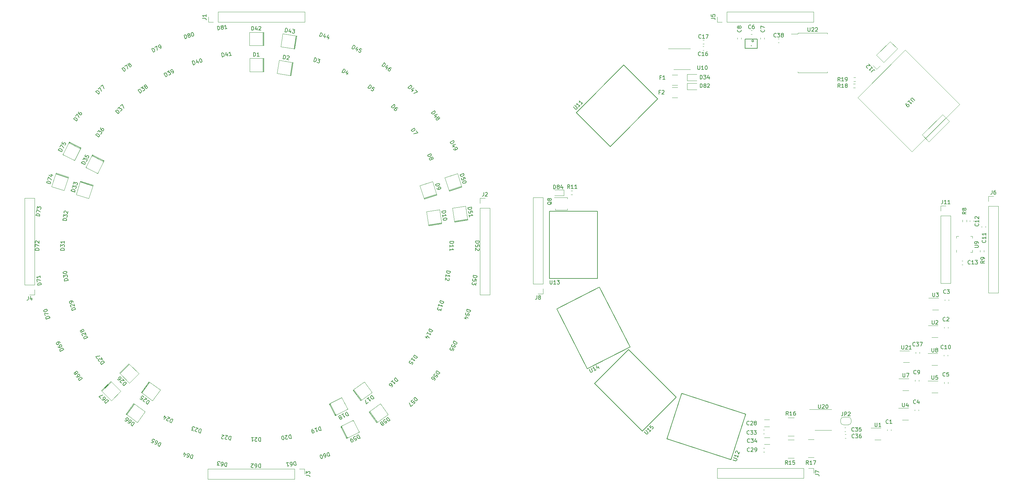
<source format=gbr>
%TF.GenerationSoftware,KiCad,Pcbnew,(6.0.9)*%
%TF.CreationDate,2022-12-31T16:19:11-08:00*%
%TF.ProjectId,LEDArray,4c454441-7272-4617-992e-6b696361645f,rev?*%
%TF.SameCoordinates,Original*%
%TF.FileFunction,Legend,Top*%
%TF.FilePolarity,Positive*%
%FSLAX46Y46*%
G04 Gerber Fmt 4.6, Leading zero omitted, Abs format (unit mm)*
G04 Created by KiCad (PCBNEW (6.0.9)) date 2022-12-31 16:19:11*
%MOMM*%
%LPD*%
G01*
G04 APERTURE LIST*
%ADD10C,0.150000*%
%ADD11C,0.037500*%
%ADD12C,0.120000*%
G04 APERTURE END LIST*
D10*
%TO.C,C17*%
X199632142Y-27827142D02*
X199584523Y-27874761D01*
X199441666Y-27922380D01*
X199346428Y-27922380D01*
X199203571Y-27874761D01*
X199108333Y-27779523D01*
X199060714Y-27684285D01*
X199013095Y-27493809D01*
X199013095Y-27350952D01*
X199060714Y-27160476D01*
X199108333Y-27065238D01*
X199203571Y-26970000D01*
X199346428Y-26922380D01*
X199441666Y-26922380D01*
X199584523Y-26970000D01*
X199632142Y-27017619D01*
X200584523Y-27922380D02*
X200013095Y-27922380D01*
X200298809Y-27922380D02*
X200298809Y-26922380D01*
X200203571Y-27065238D01*
X200108333Y-27160476D01*
X200013095Y-27208095D01*
X200917857Y-26922380D02*
X201584523Y-26922380D01*
X201155952Y-27922380D01*
%TO.C,C37*%
X256232142Y-109257143D02*
X256184523Y-109304762D01*
X256041666Y-109352381D01*
X255946428Y-109352381D01*
X255803571Y-109304762D01*
X255708333Y-109209524D01*
X255660714Y-109114286D01*
X255613095Y-108923810D01*
X255613095Y-108780953D01*
X255660714Y-108590477D01*
X255708333Y-108495239D01*
X255803571Y-108400001D01*
X255946428Y-108352381D01*
X256041666Y-108352381D01*
X256184523Y-108400001D01*
X256232142Y-108447620D01*
X256565476Y-108352381D02*
X257184523Y-108352381D01*
X256851190Y-108733334D01*
X256994047Y-108733334D01*
X257089285Y-108780953D01*
X257136904Y-108828572D01*
X257184523Y-108923810D01*
X257184523Y-109161905D01*
X257136904Y-109257143D01*
X257089285Y-109304762D01*
X256994047Y-109352381D01*
X256708333Y-109352381D01*
X256613095Y-109304762D01*
X256565476Y-109257143D01*
X257517857Y-108352381D02*
X258184523Y-108352381D01*
X257755952Y-109352381D01*
%TO.C,R17*%
X228057142Y-140652380D02*
X227723809Y-140176190D01*
X227485714Y-140652380D02*
X227485714Y-139652380D01*
X227866666Y-139652380D01*
X227961904Y-139700000D01*
X228009523Y-139747619D01*
X228057142Y-139842857D01*
X228057142Y-139985714D01*
X228009523Y-140080952D01*
X227961904Y-140128571D01*
X227866666Y-140176190D01*
X227485714Y-140176190D01*
X229009523Y-140652380D02*
X228438095Y-140652380D01*
X228723809Y-140652380D02*
X228723809Y-139652380D01*
X228628571Y-139795238D01*
X228533333Y-139890476D01*
X228438095Y-139938095D01*
X229342857Y-139652380D02*
X230009523Y-139652380D01*
X229580952Y-140652380D01*
%TO.C,C16*%
X199507142Y-32432142D02*
X199459523Y-32479761D01*
X199316666Y-32527380D01*
X199221428Y-32527380D01*
X199078571Y-32479761D01*
X198983333Y-32384523D01*
X198935714Y-32289285D01*
X198888095Y-32098809D01*
X198888095Y-31955952D01*
X198935714Y-31765476D01*
X198983333Y-31670238D01*
X199078571Y-31575000D01*
X199221428Y-31527380D01*
X199316666Y-31527380D01*
X199459523Y-31575000D01*
X199507142Y-31622619D01*
X200459523Y-32527380D02*
X199888095Y-32527380D01*
X200173809Y-32527380D02*
X200173809Y-31527380D01*
X200078571Y-31670238D01*
X199983333Y-31765476D01*
X199888095Y-31813095D01*
X201316666Y-31527380D02*
X201126190Y-31527380D01*
X201030952Y-31575000D01*
X200983333Y-31622619D01*
X200888095Y-31765476D01*
X200840476Y-31955952D01*
X200840476Y-32336904D01*
X200888095Y-32432142D01*
X200935714Y-32479761D01*
X201030952Y-32527380D01*
X201221428Y-32527380D01*
X201316666Y-32479761D01*
X201364285Y-32432142D01*
X201411904Y-32336904D01*
X201411904Y-32098809D01*
X201364285Y-32003571D01*
X201316666Y-31955952D01*
X201221428Y-31908333D01*
X201030952Y-31908333D01*
X200935714Y-31955952D01*
X200888095Y-32003571D01*
X200840476Y-32098809D01*
%TO.C,D45*%
X107315150Y-30610526D02*
X107769141Y-29719519D01*
X107981285Y-29827612D01*
X108086953Y-29934897D01*
X108128574Y-30062992D01*
X108127766Y-30169468D01*
X108083720Y-30360802D01*
X108018864Y-30488089D01*
X107889961Y-30636186D01*
X107804295Y-30699425D01*
X107676200Y-30741046D01*
X107527295Y-30718619D01*
X107315150Y-30610526D01*
X108890677Y-30665079D02*
X108588017Y-31259084D01*
X108851481Y-30217555D02*
X108315058Y-30745895D01*
X108866634Y-31026937D01*
X109933014Y-30822068D02*
X109508725Y-30605882D01*
X109250110Y-31008552D01*
X109314158Y-30987742D01*
X109420634Y-30988550D01*
X109632778Y-31096643D01*
X109696018Y-31182309D01*
X109716828Y-31246356D01*
X109716020Y-31352833D01*
X109607927Y-31564977D01*
X109522261Y-31628216D01*
X109458213Y-31649027D01*
X109351737Y-31648218D01*
X109139592Y-31540125D01*
X109076353Y-31454459D01*
X109055543Y-31390412D01*
%TO.C,J4*%
X21766666Y-96207380D02*
X21766666Y-96921666D01*
X21719047Y-97064523D01*
X21623809Y-97159761D01*
X21480952Y-97207380D01*
X21385714Y-97207380D01*
X22671428Y-96540714D02*
X22671428Y-97207380D01*
X22433333Y-96159761D02*
X22195238Y-96874047D01*
X22814285Y-96874047D01*
%TO.C,J8*%
X156216666Y-95982380D02*
X156216666Y-96696666D01*
X156169047Y-96839523D01*
X156073809Y-96934761D01*
X155930952Y-96982380D01*
X155835714Y-96982380D01*
X156835714Y-96410952D02*
X156740476Y-96363333D01*
X156692857Y-96315714D01*
X156645238Y-96220476D01*
X156645238Y-96172857D01*
X156692857Y-96077619D01*
X156740476Y-96030000D01*
X156835714Y-95982380D01*
X157026190Y-95982380D01*
X157121428Y-96030000D01*
X157169047Y-96077619D01*
X157216666Y-96172857D01*
X157216666Y-96220476D01*
X157169047Y-96315714D01*
X157121428Y-96363333D01*
X157026190Y-96410952D01*
X156835714Y-96410952D01*
X156740476Y-96458571D01*
X156692857Y-96506190D01*
X156645238Y-96601428D01*
X156645238Y-96791904D01*
X156692857Y-96887142D01*
X156740476Y-96934761D01*
X156835714Y-96982380D01*
X157026190Y-96982380D01*
X157121428Y-96934761D01*
X157169047Y-96887142D01*
X157216666Y-96791904D01*
X157216666Y-96601428D01*
X157169047Y-96506190D01*
X157121428Y-96458571D01*
X157026190Y-96410952D01*
%TO.C,D82*%
X199410714Y-40952380D02*
X199410714Y-39952380D01*
X199648809Y-39952380D01*
X199791666Y-40000000D01*
X199886904Y-40095238D01*
X199934523Y-40190476D01*
X199982142Y-40380952D01*
X199982142Y-40523809D01*
X199934523Y-40714285D01*
X199886904Y-40809523D01*
X199791666Y-40904761D01*
X199648809Y-40952380D01*
X199410714Y-40952380D01*
X200553571Y-40380952D02*
X200458333Y-40333333D01*
X200410714Y-40285714D01*
X200363095Y-40190476D01*
X200363095Y-40142857D01*
X200410714Y-40047619D01*
X200458333Y-40000000D01*
X200553571Y-39952380D01*
X200744047Y-39952380D01*
X200839285Y-40000000D01*
X200886904Y-40047619D01*
X200934523Y-40142857D01*
X200934523Y-40190476D01*
X200886904Y-40285714D01*
X200839285Y-40333333D01*
X200744047Y-40380952D01*
X200553571Y-40380952D01*
X200458333Y-40428571D01*
X200410714Y-40476190D01*
X200363095Y-40571428D01*
X200363095Y-40761904D01*
X200410714Y-40857142D01*
X200458333Y-40904761D01*
X200553571Y-40952380D01*
X200744047Y-40952380D01*
X200839285Y-40904761D01*
X200886904Y-40857142D01*
X200934523Y-40761904D01*
X200934523Y-40571428D01*
X200886904Y-40476190D01*
X200839285Y-40428571D01*
X200744047Y-40380952D01*
X201315476Y-40047619D02*
X201363095Y-40000000D01*
X201458333Y-39952380D01*
X201696428Y-39952380D01*
X201791666Y-40000000D01*
X201839285Y-40047619D01*
X201886904Y-40142857D01*
X201886904Y-40238095D01*
X201839285Y-40380952D01*
X201267857Y-40952380D01*
X201886904Y-40952380D01*
%TO.C,U22*%
X227911904Y-25127380D02*
X227911904Y-25936904D01*
X227959523Y-26032142D01*
X228007142Y-26079761D01*
X228102380Y-26127380D01*
X228292857Y-26127380D01*
X228388095Y-26079761D01*
X228435714Y-26032142D01*
X228483333Y-25936904D01*
X228483333Y-25127380D01*
X228911904Y-25222619D02*
X228959523Y-25175000D01*
X229054761Y-25127380D01*
X229292857Y-25127380D01*
X229388095Y-25175000D01*
X229435714Y-25222619D01*
X229483333Y-25317857D01*
X229483333Y-25413095D01*
X229435714Y-25555952D01*
X228864285Y-26127380D01*
X229483333Y-26127380D01*
X229864285Y-25222619D02*
X229911904Y-25175000D01*
X230007142Y-25127380D01*
X230245238Y-25127380D01*
X230340476Y-25175000D01*
X230388095Y-25222619D01*
X230435714Y-25317857D01*
X230435714Y-25413095D01*
X230388095Y-25555952D01*
X229816666Y-26127380D01*
X230435714Y-26127380D01*
%TO.C,U3*%
X260868095Y-95257380D02*
X260868095Y-96066904D01*
X260915714Y-96162142D01*
X260963333Y-96209761D01*
X261058571Y-96257380D01*
X261249047Y-96257380D01*
X261344285Y-96209761D01*
X261391904Y-96162142D01*
X261439523Y-96066904D01*
X261439523Y-95257380D01*
X261820476Y-95257380D02*
X262439523Y-95257380D01*
X262106190Y-95638333D01*
X262249047Y-95638333D01*
X262344285Y-95685952D01*
X262391904Y-95733571D01*
X262439523Y-95828809D01*
X262439523Y-96066904D01*
X262391904Y-96162142D01*
X262344285Y-96209761D01*
X262249047Y-96257380D01*
X261963333Y-96257380D01*
X261868095Y-96209761D01*
X261820476Y-96162142D01*
%TO.C,D5*%
X111564814Y-41026317D02*
X112152599Y-40217300D01*
X112345222Y-40357249D01*
X112432806Y-40479743D01*
X112453876Y-40612771D01*
X112436421Y-40717810D01*
X112362987Y-40899899D01*
X112279017Y-41015473D01*
X112128534Y-41141581D01*
X112034030Y-41190641D01*
X111901001Y-41211710D01*
X111757437Y-41166266D01*
X111564814Y-41026317D01*
X113346862Y-41084983D02*
X112961616Y-40805085D01*
X112643194Y-41162342D01*
X112709708Y-41151807D01*
X112814747Y-41169262D01*
X113007370Y-41309211D01*
X113056430Y-41403715D01*
X113066965Y-41470229D01*
X113049510Y-41575268D01*
X112909561Y-41767891D01*
X112815057Y-41816951D01*
X112748542Y-41827485D01*
X112643503Y-41810031D01*
X112450880Y-41670082D01*
X112401821Y-41575578D01*
X112391286Y-41509063D01*
%TO.C,D72*%
X24577380Y-83989285D02*
X23577380Y-83989285D01*
X23577380Y-83751190D01*
X23625000Y-83608333D01*
X23720238Y-83513095D01*
X23815476Y-83465476D01*
X24005952Y-83417857D01*
X24148809Y-83417857D01*
X24339285Y-83465476D01*
X24434523Y-83513095D01*
X24529761Y-83608333D01*
X24577380Y-83751190D01*
X24577380Y-83989285D01*
X23577380Y-83084523D02*
X23577380Y-82417857D01*
X24577380Y-82846428D01*
X23672619Y-82084523D02*
X23625000Y-82036904D01*
X23577380Y-81941666D01*
X23577380Y-81703571D01*
X23625000Y-81608333D01*
X23672619Y-81560714D01*
X23767857Y-81513095D01*
X23863095Y-81513095D01*
X24005952Y-81560714D01*
X24577380Y-82132142D01*
X24577380Y-81513095D01*
%TO.C,C33*%
X212382144Y-132607141D02*
X212334525Y-132654760D01*
X212191668Y-132702379D01*
X212096430Y-132702379D01*
X211953573Y-132654760D01*
X211858335Y-132559522D01*
X211810716Y-132464284D01*
X211763097Y-132273808D01*
X211763097Y-132130951D01*
X211810716Y-131940475D01*
X211858335Y-131845237D01*
X211953573Y-131749999D01*
X212096430Y-131702379D01*
X212191668Y-131702379D01*
X212334525Y-131749999D01*
X212382144Y-131797618D01*
X212715478Y-131702379D02*
X213334525Y-131702379D01*
X213001192Y-132083332D01*
X213144049Y-132083332D01*
X213239287Y-132130951D01*
X213286906Y-132178570D01*
X213334525Y-132273808D01*
X213334525Y-132511903D01*
X213286906Y-132607141D01*
X213239287Y-132654760D01*
X213144049Y-132702379D01*
X212858335Y-132702379D01*
X212763097Y-132654760D01*
X212715478Y-132607141D01*
X213667859Y-131702379D02*
X214286906Y-131702379D01*
X213953573Y-132083332D01*
X214096430Y-132083332D01*
X214191668Y-132130951D01*
X214239287Y-132178570D01*
X214286906Y-132273808D01*
X214286906Y-132511903D01*
X214239287Y-132607141D01*
X214191668Y-132654760D01*
X214096430Y-132702379D01*
X213810716Y-132702379D01*
X213715478Y-132654760D01*
X213667859Y-132607141D01*
%TO.C,D60*%
X101173874Y-137460987D02*
X101482891Y-138412043D01*
X101256449Y-138485619D01*
X101105869Y-138484476D01*
X100985862Y-138423329D01*
X100911143Y-138347467D01*
X100806995Y-138181029D01*
X100762849Y-138045164D01*
X100749277Y-137849295D01*
X100765136Y-137744003D01*
X100826282Y-137623996D01*
X100947432Y-137534562D01*
X101173874Y-137460987D01*
X100124239Y-138853496D02*
X100305393Y-138794636D01*
X100381255Y-138719917D01*
X100411828Y-138659914D01*
X100458259Y-138494618D01*
X100444687Y-138298749D01*
X100326967Y-137936442D01*
X100252248Y-137860581D01*
X100192245Y-137830007D01*
X100086953Y-137814149D01*
X99905799Y-137873009D01*
X99829937Y-137947728D01*
X99799364Y-138007731D01*
X99783506Y-138113023D01*
X99857081Y-138339465D01*
X99931800Y-138415327D01*
X99991803Y-138445900D01*
X100097095Y-138461759D01*
X100278249Y-138402898D01*
X100354111Y-138328180D01*
X100384684Y-138268176D01*
X100400542Y-138162884D01*
X99444913Y-139074223D02*
X99354336Y-139103653D01*
X99249044Y-139087794D01*
X99189041Y-139057221D01*
X99114322Y-138981359D01*
X99010174Y-138814921D01*
X98936598Y-138588479D01*
X98923026Y-138392610D01*
X98938884Y-138287318D01*
X98969458Y-138227315D01*
X99045319Y-138152596D01*
X99135896Y-138123166D01*
X99241188Y-138139024D01*
X99301192Y-138169598D01*
X99375910Y-138245459D01*
X99480059Y-138411898D01*
X99553634Y-138638340D01*
X99567206Y-138834209D01*
X99551348Y-138939500D01*
X99520775Y-138999504D01*
X99444913Y-139074223D01*
%TO.C,D49*%
X133286925Y-55420976D02*
X134177931Y-54966985D01*
X134286024Y-55179130D01*
X134308451Y-55328035D01*
X134266831Y-55456130D01*
X134203592Y-55541796D01*
X134055495Y-55670699D01*
X133928208Y-55735555D01*
X133736874Y-55779600D01*
X133630398Y-55780409D01*
X133502303Y-55738788D01*
X133395018Y-55633120D01*
X133286925Y-55420976D01*
X134529487Y-56391182D02*
X133935483Y-56693842D01*
X134760825Y-56006089D02*
X134016299Y-56118223D01*
X134297341Y-56669799D01*
X134194906Y-57202989D02*
X134281380Y-57372704D01*
X134367046Y-57435943D01*
X134431094Y-57456754D01*
X134601618Y-57476756D01*
X134792952Y-57432710D01*
X135132383Y-57259761D01*
X135195622Y-57174095D01*
X135216432Y-57110048D01*
X135215624Y-57003572D01*
X135129150Y-56833856D01*
X135043484Y-56770617D01*
X134979436Y-56749807D01*
X134872960Y-56750615D01*
X134660815Y-56858708D01*
X134597576Y-56944374D01*
X134576766Y-57008421D01*
X134577574Y-57114898D01*
X134664049Y-57284613D01*
X134749715Y-57347852D01*
X134813762Y-57368663D01*
X134920238Y-57367854D01*
%TO.C,D15*%
X123847755Y-111676719D02*
X124656772Y-112264504D01*
X124516823Y-112457127D01*
X124394329Y-112544711D01*
X124261300Y-112565781D01*
X124156261Y-112548326D01*
X123974173Y-112474892D01*
X123858599Y-112390922D01*
X123732490Y-112240439D01*
X123683431Y-112145934D01*
X123662361Y-112012906D01*
X123707806Y-111869342D01*
X123847755Y-111676719D01*
X122952082Y-112909507D02*
X123287959Y-112447211D01*
X123120021Y-112678359D02*
X123929038Y-113266144D01*
X123869443Y-113105126D01*
X123848374Y-112972097D01*
X123865829Y-112867058D01*
X123229293Y-114229260D02*
X123509191Y-113844013D01*
X123151935Y-113525591D01*
X123162470Y-113592106D01*
X123145015Y-113697145D01*
X123005066Y-113889768D01*
X122910562Y-113938827D01*
X122844047Y-113949362D01*
X122739008Y-113931907D01*
X122546385Y-113791958D01*
X122497326Y-113697454D01*
X122486791Y-113630940D01*
X122504246Y-113525901D01*
X122644195Y-113333277D01*
X122738699Y-113284218D01*
X122805213Y-113273683D01*
%TO.C,D20*%
X91128567Y-132788232D02*
X91285002Y-133775920D01*
X91049838Y-133813167D01*
X90901290Y-133788482D01*
X90792326Y-133709315D01*
X90730395Y-133622698D01*
X90653565Y-133442016D01*
X90631217Y-133300918D01*
X90648453Y-133105338D01*
X90680587Y-133003823D01*
X90759754Y-132894859D01*
X90893403Y-132825478D01*
X91128567Y-132788232D01*
X90329448Y-133830840D02*
X90289864Y-133885322D01*
X90203248Y-133947253D01*
X89968084Y-133984500D01*
X89866569Y-133952365D01*
X89812087Y-133912782D01*
X89750156Y-133826166D01*
X89735257Y-133732100D01*
X89759942Y-133583552D01*
X90234945Y-132929768D01*
X89623518Y-133026608D01*
X89168527Y-134111137D02*
X89074461Y-134126036D01*
X88972946Y-134093901D01*
X88918464Y-134054318D01*
X88856533Y-133967701D01*
X88779703Y-133787020D01*
X88742457Y-133551856D01*
X88759693Y-133356275D01*
X88791827Y-133254761D01*
X88831411Y-133200279D01*
X88918027Y-133138347D01*
X89012092Y-133123449D01*
X89113607Y-133155583D01*
X89168089Y-133195166D01*
X89230021Y-133281783D01*
X89306850Y-133462465D01*
X89344097Y-133697628D01*
X89326861Y-133893209D01*
X89294727Y-133994724D01*
X89255143Y-134049206D01*
X89168527Y-134111137D01*
%TO.C,D16*%
X118838748Y-117746488D02*
X119545854Y-118453595D01*
X119377496Y-118621954D01*
X119242809Y-118689297D01*
X119108122Y-118689297D01*
X119007106Y-118655625D01*
X118838748Y-118554610D01*
X118737732Y-118453595D01*
X118636717Y-118285236D01*
X118603045Y-118184221D01*
X118603045Y-118049534D01*
X118670389Y-117914847D01*
X118838748Y-117746488D01*
X117761251Y-118823984D02*
X118165312Y-118419923D01*
X117963282Y-118621954D02*
X118670389Y-119329061D01*
X118636717Y-119160702D01*
X118636717Y-119026015D01*
X118670389Y-118925000D01*
X117862267Y-120137183D02*
X117996954Y-120002496D01*
X118030625Y-119901480D01*
X118030625Y-119834137D01*
X117996954Y-119665778D01*
X117895938Y-119497419D01*
X117626564Y-119228045D01*
X117525549Y-119194374D01*
X117458206Y-119194374D01*
X117357190Y-119228045D01*
X117222503Y-119362732D01*
X117188832Y-119463748D01*
X117188832Y-119531091D01*
X117222503Y-119632106D01*
X117390862Y-119800465D01*
X117491877Y-119834137D01*
X117559221Y-119834137D01*
X117660236Y-119800465D01*
X117794923Y-119665778D01*
X117828595Y-119564763D01*
X117828595Y-119497419D01*
X117794923Y-119396404D01*
%TO.C,D14*%
X127823199Y-104787686D02*
X128714206Y-105241677D01*
X128606113Y-105453821D01*
X128498828Y-105559489D01*
X128370733Y-105601110D01*
X128264257Y-105600302D01*
X128072923Y-105556256D01*
X127945636Y-105491400D01*
X127797539Y-105362497D01*
X127734300Y-105276831D01*
X127692679Y-105148736D01*
X127715106Y-104999831D01*
X127823199Y-104787686D01*
X127131404Y-106145411D02*
X127390827Y-105636264D01*
X127261116Y-105890837D02*
X128152122Y-106344828D01*
X128068073Y-106195114D01*
X128026452Y-106067019D01*
X128027261Y-105960543D01*
X127336274Y-107211791D02*
X126742270Y-106909130D01*
X127783798Y-107172595D02*
X127255458Y-106636172D01*
X126974416Y-107187747D01*
%TO.C,U1*%
X245638095Y-129652380D02*
X245638095Y-130461904D01*
X245685714Y-130557142D01*
X245733333Y-130604761D01*
X245828571Y-130652380D01*
X246019047Y-130652380D01*
X246114285Y-130604761D01*
X246161904Y-130557142D01*
X246209523Y-130461904D01*
X246209523Y-129652380D01*
X247209523Y-130652380D02*
X246638095Y-130652380D01*
X246923809Y-130652380D02*
X246923809Y-129652380D01*
X246828571Y-129795238D01*
X246733333Y-129890476D01*
X246638095Y-129938095D01*
%TO.C,D61*%
X92415196Y-139867063D02*
X92571631Y-140854751D01*
X92336467Y-140891998D01*
X92187919Y-140867313D01*
X92078955Y-140788146D01*
X92017024Y-140701529D01*
X91940194Y-140520847D01*
X91917846Y-140379749D01*
X91935082Y-140184169D01*
X91967216Y-140082654D01*
X92046383Y-139973690D01*
X92180032Y-139904309D01*
X92415196Y-139867063D01*
X91160647Y-141078229D02*
X91348779Y-141048432D01*
X91435395Y-140986501D01*
X91474978Y-140932019D01*
X91546696Y-140776022D01*
X91563932Y-140580442D01*
X91504338Y-140204179D01*
X91442407Y-140117563D01*
X91387925Y-140077979D01*
X91286410Y-140045845D01*
X91098279Y-140075642D01*
X91011662Y-140137574D01*
X90972079Y-140192056D01*
X90939945Y-140293570D01*
X90977191Y-140528734D01*
X91039122Y-140615351D01*
X91093604Y-140654934D01*
X91195119Y-140687068D01*
X91383250Y-140657271D01*
X91469866Y-140595340D01*
X91509450Y-140540858D01*
X91541584Y-140439343D01*
X89969492Y-140254425D02*
X90533885Y-140165033D01*
X90251689Y-140209729D02*
X90408123Y-141197417D01*
X90479841Y-141041420D01*
X90559008Y-140932456D01*
X90645624Y-140870525D01*
%TO.C,D63*%
X74283474Y-140246975D02*
X74127040Y-141234664D01*
X73891876Y-141197417D01*
X73758227Y-141128037D01*
X73679060Y-141019073D01*
X73646926Y-140917558D01*
X73629690Y-140721977D01*
X73652038Y-140580879D01*
X73728867Y-140400197D01*
X73790799Y-140313581D01*
X73899763Y-140234414D01*
X74048310Y-140209729D01*
X74283474Y-140246975D01*
X72716057Y-141011186D02*
X72904188Y-141040983D01*
X73005702Y-141008849D01*
X73060184Y-140969265D01*
X73176598Y-140843065D01*
X73253428Y-140662383D01*
X73313022Y-140286121D01*
X73280887Y-140184606D01*
X73241304Y-140130124D01*
X73154688Y-140068193D01*
X72966557Y-140038396D01*
X72865042Y-140070530D01*
X72810560Y-140110114D01*
X72748628Y-140196730D01*
X72711382Y-140431894D01*
X72743516Y-140533409D01*
X72783100Y-140587891D01*
X72869716Y-140649822D01*
X73057847Y-140679619D01*
X73159362Y-140647485D01*
X73213844Y-140607901D01*
X73275775Y-140521285D01*
X72292762Y-140944142D02*
X71681335Y-140847302D01*
X72070159Y-140523185D01*
X71929061Y-140500837D01*
X71842444Y-140438906D01*
X71802861Y-140384424D01*
X71770727Y-140282909D01*
X71807973Y-140047745D01*
X71869904Y-139961129D01*
X71924386Y-139921545D01*
X72025901Y-139889411D01*
X72308098Y-139934106D01*
X72394714Y-139996038D01*
X72434297Y-140050520D01*
%TO.C,C11*%
X274857142Y-81342857D02*
X274904761Y-81390476D01*
X274952380Y-81533333D01*
X274952380Y-81628571D01*
X274904761Y-81771428D01*
X274809523Y-81866666D01*
X274714285Y-81914285D01*
X274523809Y-81961904D01*
X274380952Y-81961904D01*
X274190476Y-81914285D01*
X274095238Y-81866666D01*
X274000000Y-81771428D01*
X273952380Y-81628571D01*
X273952380Y-81533333D01*
X274000000Y-81390476D01*
X274047619Y-81342857D01*
X274952380Y-80390476D02*
X274952380Y-80961904D01*
X274952380Y-80676190D02*
X273952380Y-80676190D01*
X274095238Y-80771428D01*
X274190476Y-80866666D01*
X274238095Y-80961904D01*
X274952380Y-79438095D02*
X274952380Y-80009523D01*
X274952380Y-79723809D02*
X273952380Y-79723809D01*
X274095238Y-79819047D01*
X274190476Y-79914285D01*
X274238095Y-80009523D01*
%TO.C,C8*%
X210157142Y-25641666D02*
X210204761Y-25689285D01*
X210252380Y-25832142D01*
X210252380Y-25927380D01*
X210204761Y-26070238D01*
X210109523Y-26165476D01*
X210014285Y-26213095D01*
X209823809Y-26260714D01*
X209680952Y-26260714D01*
X209490476Y-26213095D01*
X209395238Y-26165476D01*
X209300000Y-26070238D01*
X209252380Y-25927380D01*
X209252380Y-25832142D01*
X209300000Y-25689285D01*
X209347619Y-25641666D01*
X209680952Y-25070238D02*
X209633333Y-25165476D01*
X209585714Y-25213095D01*
X209490476Y-25260714D01*
X209442857Y-25260714D01*
X209347619Y-25213095D01*
X209300000Y-25165476D01*
X209252380Y-25070238D01*
X209252380Y-24879761D01*
X209300000Y-24784523D01*
X209347619Y-24736904D01*
X209442857Y-24689285D01*
X209490476Y-24689285D01*
X209585714Y-24736904D01*
X209633333Y-24784523D01*
X209680952Y-24879761D01*
X209680952Y-25070238D01*
X209728571Y-25165476D01*
X209776190Y-25213095D01*
X209871428Y-25260714D01*
X210061904Y-25260714D01*
X210157142Y-25213095D01*
X210204761Y-25165476D01*
X210252380Y-25070238D01*
X210252380Y-24879761D01*
X210204761Y-24784523D01*
X210157142Y-24736904D01*
X210061904Y-24689285D01*
X209871428Y-24689285D01*
X209776190Y-24736904D01*
X209728571Y-24784523D01*
X209680952Y-24879761D01*
%TO.C,D67*%
X42933967Y-123783292D02*
X42226860Y-124490398D01*
X42058501Y-124322040D01*
X41991158Y-124187353D01*
X41991158Y-124052666D01*
X42024830Y-123951650D01*
X42125845Y-123783292D01*
X42226860Y-123682276D01*
X42395219Y-123581261D01*
X42496234Y-123547589D01*
X42630921Y-123547589D01*
X42765608Y-123614933D01*
X42933967Y-123783292D01*
X41216707Y-123480246D02*
X41351394Y-123614933D01*
X41452410Y-123648605D01*
X41519753Y-123648605D01*
X41688112Y-123614933D01*
X41856471Y-123513918D01*
X42125845Y-123244544D01*
X42159517Y-123143528D01*
X42159517Y-123076185D01*
X42125845Y-122975169D01*
X41991158Y-122840482D01*
X41890143Y-122806811D01*
X41822799Y-122806811D01*
X41721784Y-122840482D01*
X41553425Y-123008841D01*
X41519753Y-123109856D01*
X41519753Y-123177200D01*
X41553425Y-123278215D01*
X41688112Y-123412902D01*
X41789127Y-123446574D01*
X41856471Y-123446574D01*
X41957486Y-123412902D01*
X40913662Y-123177200D02*
X40442257Y-122705795D01*
X41452410Y-122301734D01*
%TO.C,D21*%
X83189285Y-133522619D02*
X83189285Y-134522619D01*
X82951190Y-134522619D01*
X82808333Y-134475000D01*
X82713095Y-134379761D01*
X82665476Y-134284523D01*
X82617857Y-134094047D01*
X82617857Y-133951190D01*
X82665476Y-133760714D01*
X82713095Y-133665476D01*
X82808333Y-133570238D01*
X82951190Y-133522619D01*
X83189285Y-133522619D01*
X82236904Y-134427380D02*
X82189285Y-134475000D01*
X82094047Y-134522619D01*
X81855952Y-134522619D01*
X81760714Y-134475000D01*
X81713095Y-134427380D01*
X81665476Y-134332142D01*
X81665476Y-134236904D01*
X81713095Y-134094047D01*
X82284523Y-133522619D01*
X81665476Y-133522619D01*
X80713095Y-133522619D02*
X81284523Y-133522619D01*
X80998809Y-133522619D02*
X80998809Y-134522619D01*
X81094047Y-134379761D01*
X81189285Y-134284523D01*
X81284523Y-134236904D01*
%TO.C,R8*%
X269737382Y-73826666D02*
X269261192Y-74160000D01*
X269737382Y-74398095D02*
X268737382Y-74398095D01*
X268737382Y-74017142D01*
X268785002Y-73921904D01*
X268832621Y-73874285D01*
X268927859Y-73826666D01*
X269070716Y-73826666D01*
X269165954Y-73874285D01*
X269213573Y-73921904D01*
X269261192Y-74017142D01*
X269261192Y-74398095D01*
X269165954Y-73255238D02*
X269118335Y-73350476D01*
X269070716Y-73398095D01*
X268975478Y-73445714D01*
X268927859Y-73445714D01*
X268832621Y-73398095D01*
X268785002Y-73350476D01*
X268737382Y-73255238D01*
X268737382Y-73064761D01*
X268785002Y-72969523D01*
X268832621Y-72921904D01*
X268927859Y-72874285D01*
X268975478Y-72874285D01*
X269070716Y-72921904D01*
X269118335Y-72969523D01*
X269165954Y-73064761D01*
X269165954Y-73255238D01*
X269213573Y-73350476D01*
X269261192Y-73398095D01*
X269356430Y-73445714D01*
X269546906Y-73445714D01*
X269642144Y-73398095D01*
X269689763Y-73350476D01*
X269737382Y-73255238D01*
X269737382Y-73064761D01*
X269689763Y-72969523D01*
X269642144Y-72921904D01*
X269546906Y-72874285D01*
X269356430Y-72874285D01*
X269261192Y-72921904D01*
X269213573Y-72969523D01*
X269165954Y-73064761D01*
%TO.C,R19*%
X236407142Y-39252380D02*
X236073809Y-38776190D01*
X235835714Y-39252380D02*
X235835714Y-38252380D01*
X236216666Y-38252380D01*
X236311904Y-38300000D01*
X236359523Y-38347619D01*
X236407142Y-38442857D01*
X236407142Y-38585714D01*
X236359523Y-38680952D01*
X236311904Y-38728571D01*
X236216666Y-38776190D01*
X235835714Y-38776190D01*
X237359523Y-39252380D02*
X236788095Y-39252380D01*
X237073809Y-39252380D02*
X237073809Y-38252380D01*
X236978571Y-38395238D01*
X236883333Y-38490476D01*
X236788095Y-38538095D01*
X237835714Y-39252380D02*
X238026190Y-39252380D01*
X238121428Y-39204761D01*
X238169047Y-39157142D01*
X238264285Y-39014285D01*
X238311904Y-38823809D01*
X238311904Y-38442857D01*
X238264285Y-38347619D01*
X238216666Y-38300000D01*
X238121428Y-38252380D01*
X237930952Y-38252380D01*
X237835714Y-38300000D01*
X237788095Y-38347619D01*
X237740476Y-38442857D01*
X237740476Y-38680952D01*
X237788095Y-38776190D01*
X237835714Y-38823809D01*
X237930952Y-38871428D01*
X238121428Y-38871428D01*
X238216666Y-38823809D01*
X238264285Y-38776190D01*
X238311904Y-38680952D01*
%TO.C,C9*%
X256513333Y-116637143D02*
X256465714Y-116684762D01*
X256322857Y-116732381D01*
X256227619Y-116732381D01*
X256084761Y-116684762D01*
X255989523Y-116589524D01*
X255941904Y-116494286D01*
X255894285Y-116303810D01*
X255894285Y-116160953D01*
X255941904Y-115970477D01*
X255989523Y-115875239D01*
X256084761Y-115780001D01*
X256227619Y-115732381D01*
X256322857Y-115732381D01*
X256465714Y-115780001D01*
X256513333Y-115827620D01*
X256989523Y-116732381D02*
X257180000Y-116732381D01*
X257275238Y-116684762D01*
X257322857Y-116637143D01*
X257418095Y-116494286D01*
X257465714Y-116303810D01*
X257465714Y-115922858D01*
X257418095Y-115827620D01*
X257370476Y-115780001D01*
X257275238Y-115732381D01*
X257084761Y-115732381D01*
X256989523Y-115780001D01*
X256941904Y-115827620D01*
X256894285Y-115922858D01*
X256894285Y-116160953D01*
X256941904Y-116256191D01*
X256989523Y-116303810D01*
X257084761Y-116351429D01*
X257275238Y-116351429D01*
X257370476Y-116303810D01*
X257418095Y-116256191D01*
X257465714Y-116160953D01*
%TO.C,U9*%
X271977380Y-83261904D02*
X272786904Y-83261904D01*
X272882142Y-83214285D01*
X272929761Y-83166666D01*
X272977380Y-83071428D01*
X272977380Y-82880952D01*
X272929761Y-82785714D01*
X272882142Y-82738095D01*
X272786904Y-82690476D01*
X271977380Y-82690476D01*
X272977380Y-82166666D02*
X272977380Y-81976190D01*
X272929761Y-81880952D01*
X272882142Y-81833333D01*
X272739285Y-81738095D01*
X272548809Y-81690476D01*
X272167857Y-81690476D01*
X272072619Y-81738095D01*
X272025000Y-81785714D01*
X271977380Y-81880952D01*
X271977380Y-82071428D01*
X272025000Y-82166666D01*
X272072619Y-82214285D01*
X272167857Y-82261904D01*
X272405952Y-82261904D01*
X272501190Y-82214285D01*
X272548809Y-82166666D01*
X272596428Y-82071428D01*
X272596428Y-81880952D01*
X272548809Y-81785714D01*
X272501190Y-81738095D01*
X272405952Y-81690476D01*
%TO.C,D22*%
X75395103Y-133218144D02*
X75238669Y-134205833D01*
X75003505Y-134168586D01*
X74869856Y-134099206D01*
X74790689Y-133990242D01*
X74758555Y-133888727D01*
X74741319Y-133693146D01*
X74763667Y-133552048D01*
X74840496Y-133371366D01*
X74902428Y-133284750D01*
X75011392Y-133205583D01*
X75159939Y-133180898D01*
X75395103Y-133218144D01*
X74312912Y-133962782D02*
X74258430Y-134002365D01*
X74156915Y-134034500D01*
X73921751Y-133997253D01*
X73835135Y-133935322D01*
X73795551Y-133880840D01*
X73763417Y-133779325D01*
X73778316Y-133685260D01*
X73847696Y-133551611D01*
X74501481Y-133076608D01*
X73890054Y-132979768D01*
X73372256Y-133813797D02*
X73317774Y-133853380D01*
X73216259Y-133885514D01*
X72981095Y-133848268D01*
X72894479Y-133786337D01*
X72854896Y-133731855D01*
X72822761Y-133630340D01*
X72837660Y-133536274D01*
X72907041Y-133402625D01*
X73560825Y-132927623D01*
X72949399Y-132830783D01*
%TO.C,D81*%
X71884803Y-25732936D02*
X71728368Y-24745248D01*
X71963532Y-24708001D01*
X72112080Y-24732686D01*
X72221044Y-24811853D01*
X72282975Y-24898470D01*
X72359805Y-25079152D01*
X72382153Y-25220250D01*
X72364917Y-25415830D01*
X72332783Y-25517345D01*
X72253616Y-25626309D01*
X72119967Y-25695690D01*
X71884803Y-25732936D01*
X72924198Y-24989760D02*
X72822683Y-24957626D01*
X72768201Y-24918043D01*
X72706270Y-24831426D01*
X72698821Y-24784394D01*
X72730955Y-24682879D01*
X72770539Y-24628397D01*
X72857155Y-24566465D01*
X73045286Y-24536668D01*
X73146801Y-24568803D01*
X73201283Y-24608386D01*
X73263214Y-24695002D01*
X73270663Y-24742035D01*
X73238529Y-24843550D01*
X73198946Y-24898032D01*
X73112329Y-24959963D01*
X72924198Y-24989760D01*
X72837582Y-25051692D01*
X72797998Y-25106174D01*
X72765864Y-25207689D01*
X72795661Y-25395820D01*
X72857592Y-25482436D01*
X72912074Y-25522020D01*
X73013589Y-25554154D01*
X73201720Y-25524357D01*
X73288337Y-25462425D01*
X73327920Y-25407943D01*
X73360054Y-25306429D01*
X73330257Y-25118297D01*
X73268326Y-25031681D01*
X73213844Y-24992098D01*
X73112329Y-24959963D01*
X74330507Y-25345574D02*
X73766114Y-25434966D01*
X74048310Y-25390270D02*
X73891876Y-24402582D01*
X73820158Y-24558579D01*
X73740991Y-24667543D01*
X73654375Y-24729474D01*
%TO.C,D38*%
X51358525Y-42429723D02*
X50770739Y-41620706D01*
X50963362Y-41480757D01*
X51106926Y-41435312D01*
X51239955Y-41456382D01*
X51334459Y-41505441D01*
X51484943Y-41631550D01*
X51568912Y-41747124D01*
X51642347Y-41929212D01*
X51659801Y-42034251D01*
X51638732Y-42167280D01*
X51551148Y-42289774D01*
X51358525Y-42429723D01*
X51502707Y-41088900D02*
X52003527Y-40725033D01*
X51957773Y-41229158D01*
X52073347Y-41145189D01*
X52178386Y-41127734D01*
X52244900Y-41138269D01*
X52339404Y-41187328D01*
X52479353Y-41379951D01*
X52496808Y-41484990D01*
X52486273Y-41551505D01*
X52437214Y-41646009D01*
X52206066Y-41813948D01*
X52101027Y-41831403D01*
X52034513Y-41820868D01*
X52717731Y-40735877D02*
X52612692Y-40753332D01*
X52546177Y-40742797D01*
X52451673Y-40693738D01*
X52423683Y-40655213D01*
X52406228Y-40550174D01*
X52416763Y-40483660D01*
X52465823Y-40389156D01*
X52619921Y-40277196D01*
X52724960Y-40259742D01*
X52791474Y-40270276D01*
X52885979Y-40319336D01*
X52913968Y-40357860D01*
X52931423Y-40462899D01*
X52920888Y-40529414D01*
X52871829Y-40623918D01*
X52717731Y-40735877D01*
X52668671Y-40830381D01*
X52658136Y-40896896D01*
X52675591Y-41001935D01*
X52787550Y-41156033D01*
X52882054Y-41205093D01*
X52948569Y-41215627D01*
X53053608Y-41198173D01*
X53207706Y-41086213D01*
X53256766Y-40991709D01*
X53267301Y-40925195D01*
X53249846Y-40820156D01*
X53137887Y-40666057D01*
X53043382Y-40616998D01*
X52976868Y-40606463D01*
X52871829Y-40623918D01*
%TO.C,D19*%
X98915060Y-130694525D02*
X99224077Y-131645581D01*
X98997635Y-131719157D01*
X98847055Y-131718014D01*
X98727048Y-131656867D01*
X98652329Y-131581005D01*
X98548181Y-131414567D01*
X98504035Y-131278702D01*
X98490463Y-131082833D01*
X98506322Y-130977541D01*
X98567468Y-130857534D01*
X98688618Y-130768100D01*
X98915060Y-130694525D01*
X97465831Y-131165408D02*
X98009292Y-130988827D01*
X97737562Y-131077117D02*
X98046579Y-132028174D01*
X98093010Y-131862878D01*
X98154157Y-131742871D01*
X98230019Y-131668153D01*
X97012947Y-131312559D02*
X96831794Y-131371419D01*
X96755932Y-131446138D01*
X96725359Y-131506141D01*
X96678927Y-131671437D01*
X96692499Y-131867305D01*
X96810220Y-132229613D01*
X96884939Y-132305474D01*
X96944942Y-132336048D01*
X97050234Y-132351906D01*
X97231388Y-132293045D01*
X97307249Y-132218327D01*
X97337823Y-132158323D01*
X97353681Y-132053031D01*
X97280105Y-131826589D01*
X97205387Y-131750728D01*
X97145383Y-131720154D01*
X97040091Y-131704296D01*
X96858938Y-131763157D01*
X96783076Y-131837875D01*
X96752503Y-131897879D01*
X96736644Y-132003171D01*
%TO.C,D29*%
X34280474Y-99615060D02*
X33329418Y-99924077D01*
X33255842Y-99697635D01*
X33256985Y-99547055D01*
X33318132Y-99427048D01*
X33393994Y-99352329D01*
X33560432Y-99248181D01*
X33696297Y-99204035D01*
X33892166Y-99190463D01*
X33997458Y-99206322D01*
X34117465Y-99267468D01*
X34206899Y-99388618D01*
X34280474Y-99615060D01*
X33125693Y-98988879D02*
X33065689Y-98958306D01*
X32990971Y-98882444D01*
X32917395Y-98656002D01*
X32933253Y-98550710D01*
X32963827Y-98490707D01*
X33039688Y-98415988D01*
X33130265Y-98386558D01*
X33280845Y-98387701D01*
X34000887Y-98754581D01*
X33809591Y-98165831D01*
X33662440Y-97712947D02*
X33603580Y-97531794D01*
X33528861Y-97455932D01*
X33468858Y-97425359D01*
X33303562Y-97378927D01*
X33107694Y-97392499D01*
X32745386Y-97510220D01*
X32669525Y-97584939D01*
X32638951Y-97644942D01*
X32623093Y-97750234D01*
X32681954Y-97931388D01*
X32756672Y-98007249D01*
X32816676Y-98037823D01*
X32921968Y-98053681D01*
X33148410Y-97980105D01*
X33224271Y-97905387D01*
X33254845Y-97845383D01*
X33270703Y-97740091D01*
X33211842Y-97558938D01*
X33137124Y-97483076D01*
X33077120Y-97452503D01*
X32971828Y-97436644D01*
%TO.C,U8*%
X260650595Y-109907380D02*
X260650595Y-110716904D01*
X260698214Y-110812142D01*
X260745833Y-110859761D01*
X260841071Y-110907380D01*
X261031547Y-110907380D01*
X261126785Y-110859761D01*
X261174404Y-110812142D01*
X261222023Y-110716904D01*
X261222023Y-109907380D01*
X261841071Y-110335952D02*
X261745833Y-110288333D01*
X261698214Y-110240714D01*
X261650595Y-110145476D01*
X261650595Y-110097857D01*
X261698214Y-110002619D01*
X261745833Y-109955000D01*
X261841071Y-109907380D01*
X262031547Y-109907380D01*
X262126785Y-109955000D01*
X262174404Y-110002619D01*
X262222023Y-110097857D01*
X262222023Y-110145476D01*
X262174404Y-110240714D01*
X262126785Y-110288333D01*
X262031547Y-110335952D01*
X261841071Y-110335952D01*
X261745833Y-110383571D01*
X261698214Y-110431190D01*
X261650595Y-110526428D01*
X261650595Y-110716904D01*
X261698214Y-110812142D01*
X261745833Y-110859761D01*
X261841071Y-110907380D01*
X262031547Y-110907380D01*
X262126785Y-110859761D01*
X262174404Y-110812142D01*
X262222023Y-110716904D01*
X262222023Y-110526428D01*
X262174404Y-110431190D01*
X262126785Y-110383571D01*
X262031547Y-110335952D01*
%TO.C,C10*%
X263694642Y-109987143D02*
X263647023Y-110034762D01*
X263504166Y-110082381D01*
X263408928Y-110082381D01*
X263266071Y-110034762D01*
X263170833Y-109939524D01*
X263123214Y-109844286D01*
X263075595Y-109653810D01*
X263075595Y-109510953D01*
X263123214Y-109320477D01*
X263170833Y-109225239D01*
X263266071Y-109130001D01*
X263408928Y-109082381D01*
X263504166Y-109082381D01*
X263647023Y-109130001D01*
X263694642Y-109177620D01*
X264647023Y-110082381D02*
X264075595Y-110082381D01*
X264361309Y-110082381D02*
X264361309Y-109082381D01*
X264266071Y-109225239D01*
X264170833Y-109320477D01*
X264075595Y-109368096D01*
X265266071Y-109082381D02*
X265361309Y-109082381D01*
X265456547Y-109130001D01*
X265504166Y-109177620D01*
X265551785Y-109272858D01*
X265599404Y-109463334D01*
X265599404Y-109701429D01*
X265551785Y-109891905D01*
X265504166Y-109987143D01*
X265456547Y-110034762D01*
X265361309Y-110082381D01*
X265266071Y-110082381D01*
X265170833Y-110034762D01*
X265123214Y-109987143D01*
X265075595Y-109891905D01*
X265027976Y-109701429D01*
X265027976Y-109463334D01*
X265075595Y-109272858D01*
X265123214Y-109177620D01*
X265170833Y-109130001D01*
X265266071Y-109082381D01*
%TO.C,D25*%
X53848525Y-123916541D02*
X53260740Y-124725558D01*
X53068117Y-124585609D01*
X52980533Y-124463115D01*
X52959463Y-124330086D01*
X52976918Y-124225047D01*
X53050352Y-124042959D01*
X53134322Y-123927385D01*
X53284805Y-123801276D01*
X53379310Y-123752217D01*
X53512338Y-123731147D01*
X53655902Y-123776592D01*
X53848525Y-123916541D01*
X52546227Y-124088713D02*
X52479713Y-124099248D01*
X52374674Y-124081793D01*
X52182051Y-123941844D01*
X52132991Y-123847340D01*
X52122456Y-123780826D01*
X52139911Y-123675787D01*
X52195891Y-123598737D01*
X52318385Y-123511153D01*
X53116557Y-123384735D01*
X52615737Y-123020868D01*
X51295984Y-123298079D02*
X51681231Y-123577977D01*
X51999653Y-123220721D01*
X51933138Y-123231256D01*
X51828099Y-123213801D01*
X51635476Y-123073852D01*
X51586417Y-122979348D01*
X51575882Y-122912833D01*
X51593337Y-122807794D01*
X51733286Y-122615171D01*
X51827790Y-122566112D01*
X51894304Y-122555577D01*
X51999343Y-122573032D01*
X52191967Y-122712981D01*
X52241026Y-122807485D01*
X52251561Y-122873999D01*
%TO.C,D11*%
X133206273Y-81648703D02*
X134206273Y-81648703D01*
X134206273Y-81886798D01*
X134158654Y-82029655D01*
X134063415Y-82124893D01*
X133968177Y-82172512D01*
X133777701Y-82220131D01*
X133634844Y-82220131D01*
X133444368Y-82172512D01*
X133349130Y-82124893D01*
X133253892Y-82029655D01*
X133206273Y-81886798D01*
X133206273Y-81648703D01*
X133206273Y-83172512D02*
X133206273Y-82601084D01*
X133206273Y-82886798D02*
X134206273Y-82886798D01*
X134063415Y-82791560D01*
X133968177Y-82696322D01*
X133920558Y-82601084D01*
X133206273Y-84124893D02*
X133206273Y-83553465D01*
X133206273Y-83839179D02*
X134206273Y-83839179D01*
X134063415Y-83743941D01*
X133968177Y-83648703D01*
X133920558Y-83553465D01*
%TO.C,D40*%
X65409939Y-34955474D02*
X65100922Y-34004418D01*
X65327364Y-33930842D01*
X65477944Y-33931985D01*
X65597951Y-33993132D01*
X65672670Y-34068994D01*
X65776818Y-34235432D01*
X65820964Y-34371297D01*
X65834536Y-34567166D01*
X65818677Y-34672458D01*
X65757531Y-34792465D01*
X65636381Y-34881899D01*
X65409939Y-34955474D01*
X66562579Y-33879984D02*
X66768591Y-34514021D01*
X66218417Y-33591252D02*
X66212701Y-34344154D01*
X66801450Y-34152857D01*
X67138900Y-33342238D02*
X67229477Y-33312808D01*
X67334769Y-33328667D01*
X67394772Y-33359240D01*
X67469491Y-33435102D01*
X67573639Y-33601540D01*
X67647215Y-33827982D01*
X67660787Y-34023851D01*
X67644929Y-34129143D01*
X67614355Y-34189146D01*
X67538494Y-34263865D01*
X67447917Y-34293295D01*
X67342625Y-34277437D01*
X67282621Y-34246863D01*
X67207903Y-34171002D01*
X67103754Y-34004563D01*
X67030179Y-33778121D01*
X67016607Y-33582252D01*
X67032465Y-33476961D01*
X67063038Y-33416957D01*
X67138900Y-33342238D01*
%TO.C,D41*%
X73046432Y-32836767D02*
X72889997Y-31849079D01*
X73125161Y-31811832D01*
X73273709Y-31836517D01*
X73382673Y-31915684D01*
X73444604Y-32002301D01*
X73521434Y-32182983D01*
X73543782Y-32324081D01*
X73526546Y-32519661D01*
X73494412Y-32621176D01*
X73415245Y-32730140D01*
X73281596Y-32799521D01*
X73046432Y-32836767D01*
X74353125Y-31954830D02*
X74457415Y-32613289D01*
X74058367Y-31615814D02*
X73934942Y-32358552D01*
X74546368Y-32261712D01*
X75492136Y-32449405D02*
X74927743Y-32538797D01*
X75209939Y-32494101D02*
X75053505Y-31506413D01*
X74981787Y-31662410D01*
X74902620Y-31771374D01*
X74816004Y-31833305D01*
%TO.C,C29*%
X212482144Y-137157141D02*
X212434525Y-137204760D01*
X212291668Y-137252379D01*
X212196430Y-137252379D01*
X212053573Y-137204760D01*
X211958335Y-137109522D01*
X211910716Y-137014284D01*
X211863097Y-136823808D01*
X211863097Y-136680951D01*
X211910716Y-136490475D01*
X211958335Y-136395237D01*
X212053573Y-136299999D01*
X212196430Y-136252379D01*
X212291668Y-136252379D01*
X212434525Y-136299999D01*
X212482144Y-136347618D01*
X212863097Y-136347618D02*
X212910716Y-136299999D01*
X213005954Y-136252379D01*
X213244049Y-136252379D01*
X213339287Y-136299999D01*
X213386906Y-136347618D01*
X213434525Y-136442856D01*
X213434525Y-136538094D01*
X213386906Y-136680951D01*
X212815478Y-137252379D01*
X213434525Y-137252379D01*
X213910716Y-137252379D02*
X214101192Y-137252379D01*
X214196430Y-137204760D01*
X214244049Y-137157141D01*
X214339287Y-137014284D01*
X214386906Y-136823808D01*
X214386906Y-136442856D01*
X214339287Y-136347618D01*
X214291668Y-136299999D01*
X214196430Y-136252379D01*
X214005954Y-136252379D01*
X213910716Y-136299999D01*
X213863097Y-136347618D01*
X213815478Y-136442856D01*
X213815478Y-136680951D01*
X213863097Y-136776189D01*
X213910716Y-136823808D01*
X214005954Y-136871427D01*
X214196430Y-136871427D01*
X214291668Y-136823808D01*
X214339287Y-136776189D01*
X214386906Y-136680951D01*
%TO.C,C5*%
X264195833Y-117232143D02*
X264148214Y-117279762D01*
X264005357Y-117327381D01*
X263910119Y-117327381D01*
X263767261Y-117279762D01*
X263672023Y-117184524D01*
X263624404Y-117089286D01*
X263576785Y-116898810D01*
X263576785Y-116755953D01*
X263624404Y-116565477D01*
X263672023Y-116470239D01*
X263767261Y-116375001D01*
X263910119Y-116327381D01*
X264005357Y-116327381D01*
X264148214Y-116375001D01*
X264195833Y-116422620D01*
X265100595Y-116327381D02*
X264624404Y-116327381D01*
X264576785Y-116803572D01*
X264624404Y-116755953D01*
X264719642Y-116708334D01*
X264957738Y-116708334D01*
X265052976Y-116755953D01*
X265100595Y-116803572D01*
X265148214Y-116898810D01*
X265148214Y-117136905D01*
X265100595Y-117232143D01*
X265052976Y-117279762D01*
X264957738Y-117327381D01*
X264719642Y-117327381D01*
X264624404Y-117279762D01*
X264576785Y-117232143D01*
%TO.C,R9*%
X274627380Y-86816666D02*
X274151190Y-87150000D01*
X274627380Y-87388095D02*
X273627380Y-87388095D01*
X273627380Y-87007142D01*
X273675000Y-86911904D01*
X273722619Y-86864285D01*
X273817857Y-86816666D01*
X273960714Y-86816666D01*
X274055952Y-86864285D01*
X274103571Y-86911904D01*
X274151190Y-87007142D01*
X274151190Y-87388095D01*
X274627380Y-86340476D02*
X274627380Y-86150000D01*
X274579761Y-86054761D01*
X274532142Y-86007142D01*
X274389285Y-85911904D01*
X274198809Y-85864285D01*
X273817857Y-85864285D01*
X273722619Y-85911904D01*
X273675000Y-85959523D01*
X273627380Y-86054761D01*
X273627380Y-86245238D01*
X273675000Y-86340476D01*
X273722619Y-86388095D01*
X273817857Y-86435714D01*
X274055952Y-86435714D01*
X274151190Y-86388095D01*
X274198809Y-86340476D01*
X274246428Y-86245238D01*
X274246428Y-86054761D01*
X274198809Y-85959523D01*
X274151190Y-85911904D01*
X274055952Y-85864285D01*
%TO.C,U13*%
X159686904Y-91952380D02*
X159686904Y-92761904D01*
X159734523Y-92857142D01*
X159782142Y-92904761D01*
X159877380Y-92952380D01*
X160067857Y-92952380D01*
X160163095Y-92904761D01*
X160210714Y-92857142D01*
X160258333Y-92761904D01*
X160258333Y-91952380D01*
X161258333Y-92952380D02*
X160686904Y-92952380D01*
X160972619Y-92952380D02*
X160972619Y-91952380D01*
X160877380Y-92095238D01*
X160782142Y-92190476D01*
X160686904Y-92238095D01*
X161591666Y-91952380D02*
X162210714Y-91952380D01*
X161877380Y-92333333D01*
X162020238Y-92333333D01*
X162115476Y-92380952D01*
X162163095Y-92428571D01*
X162210714Y-92523809D01*
X162210714Y-92761904D01*
X162163095Y-92857142D01*
X162115476Y-92904761D01*
X162020238Y-92952380D01*
X161734523Y-92952380D01*
X161639285Y-92904761D01*
X161591666Y-92857142D01*
%TO.C,U12*%
X208096590Y-139433274D02*
X208866493Y-139683431D01*
X208971785Y-139667573D01*
X209031789Y-139637000D01*
X209106507Y-139561138D01*
X209165368Y-139379984D01*
X209149509Y-139274692D01*
X209118936Y-139214689D01*
X209043074Y-139139970D01*
X208273172Y-138889814D01*
X209533245Y-138247774D02*
X209356664Y-138791235D01*
X209444954Y-138519504D02*
X208493898Y-138210488D01*
X208600333Y-138345210D01*
X208661480Y-138465217D01*
X208677338Y-138570509D01*
X208790486Y-137605880D02*
X208759913Y-137545877D01*
X208744055Y-137440585D01*
X208817630Y-137214143D01*
X208892349Y-137138281D01*
X208952352Y-137107708D01*
X209057644Y-137091849D01*
X209148221Y-137121280D01*
X209269371Y-137210713D01*
X209636251Y-137930755D01*
X209827547Y-137342006D01*
%TO.C,D65*%
X56884849Y-134989473D02*
X56430858Y-135880480D01*
X56218714Y-135772387D01*
X56113046Y-135665102D01*
X56071425Y-135537007D01*
X56072233Y-135430531D01*
X56116279Y-135239197D01*
X56181135Y-135111910D01*
X56310038Y-134963813D01*
X56395704Y-134900574D01*
X56523799Y-134858953D01*
X56672704Y-134881380D01*
X56884849Y-134989473D01*
X55157992Y-135231922D02*
X55327707Y-135318396D01*
X55434184Y-135319205D01*
X55498231Y-135298394D01*
X55647945Y-135214345D01*
X55776848Y-135066248D01*
X55949797Y-134726817D01*
X55950605Y-134620341D01*
X55929795Y-134556293D01*
X55866555Y-134470627D01*
X55696840Y-134384153D01*
X55590364Y-134383344D01*
X55526316Y-134404155D01*
X55440650Y-134467394D01*
X55332557Y-134679538D01*
X55331749Y-134786015D01*
X55352559Y-134850062D01*
X55415798Y-134935728D01*
X55585514Y-135022202D01*
X55691990Y-135023011D01*
X55756038Y-135002201D01*
X55841704Y-134938961D01*
X54266985Y-134777931D02*
X54691274Y-134994117D01*
X54949889Y-134591447D01*
X54885841Y-134612257D01*
X54779365Y-134611449D01*
X54567221Y-134503356D01*
X54503981Y-134417690D01*
X54483171Y-134353643D01*
X54483979Y-134247166D01*
X54592072Y-134035022D01*
X54677738Y-133971783D01*
X54741786Y-133950972D01*
X54848262Y-133951781D01*
X55060407Y-134059874D01*
X55123646Y-134145540D01*
X55144456Y-134209587D01*
%TO.C,D84*%
X160635714Y-67727380D02*
X160635714Y-66727380D01*
X160873809Y-66727380D01*
X161016666Y-66775000D01*
X161111904Y-66870238D01*
X161159523Y-66965476D01*
X161207142Y-67155952D01*
X161207142Y-67298809D01*
X161159523Y-67489285D01*
X161111904Y-67584523D01*
X161016666Y-67679761D01*
X160873809Y-67727380D01*
X160635714Y-67727380D01*
X161778571Y-67155952D02*
X161683333Y-67108333D01*
X161635714Y-67060714D01*
X161588095Y-66965476D01*
X161588095Y-66917857D01*
X161635714Y-66822619D01*
X161683333Y-66775000D01*
X161778571Y-66727380D01*
X161969047Y-66727380D01*
X162064285Y-66775000D01*
X162111904Y-66822619D01*
X162159523Y-66917857D01*
X162159523Y-66965476D01*
X162111904Y-67060714D01*
X162064285Y-67108333D01*
X161969047Y-67155952D01*
X161778571Y-67155952D01*
X161683333Y-67203571D01*
X161635714Y-67251190D01*
X161588095Y-67346428D01*
X161588095Y-67536904D01*
X161635714Y-67632142D01*
X161683333Y-67679761D01*
X161778571Y-67727380D01*
X161969047Y-67727380D01*
X162064285Y-67679761D01*
X162111904Y-67632142D01*
X162159523Y-67536904D01*
X162159523Y-67346428D01*
X162111904Y-67251190D01*
X162064285Y-67203571D01*
X161969047Y-67155952D01*
X163016666Y-67060714D02*
X163016666Y-67727380D01*
X162778571Y-66679761D02*
X162540476Y-67394047D01*
X163159523Y-67394047D01*
%TO.C,C12*%
X272957142Y-76967857D02*
X273004761Y-77015476D01*
X273052380Y-77158333D01*
X273052380Y-77253571D01*
X273004761Y-77396428D01*
X272909523Y-77491666D01*
X272814285Y-77539285D01*
X272623809Y-77586904D01*
X272480952Y-77586904D01*
X272290476Y-77539285D01*
X272195238Y-77491666D01*
X272100000Y-77396428D01*
X272052380Y-77253571D01*
X272052380Y-77158333D01*
X272100000Y-77015476D01*
X272147619Y-76967857D01*
X273052380Y-76015476D02*
X273052380Y-76586904D01*
X273052380Y-76301190D02*
X272052380Y-76301190D01*
X272195238Y-76396428D01*
X272290476Y-76491666D01*
X272338095Y-76586904D01*
X272147619Y-75634523D02*
X272100000Y-75586904D01*
X272052380Y-75491666D01*
X272052380Y-75253571D01*
X272100000Y-75158333D01*
X272147619Y-75110714D01*
X272242857Y-75063095D01*
X272338095Y-75063095D01*
X272480952Y-75110714D01*
X273052380Y-75682142D01*
X273052380Y-75063095D01*
%TO.C,U21*%
X252711904Y-109177380D02*
X252711904Y-109986904D01*
X252759523Y-110082142D01*
X252807142Y-110129761D01*
X252902380Y-110177380D01*
X253092857Y-110177380D01*
X253188095Y-110129761D01*
X253235714Y-110082142D01*
X253283333Y-109986904D01*
X253283333Y-109177380D01*
X253711904Y-109272619D02*
X253759523Y-109225000D01*
X253854761Y-109177380D01*
X254092857Y-109177380D01*
X254188095Y-109225000D01*
X254235714Y-109272619D01*
X254283333Y-109367857D01*
X254283333Y-109463095D01*
X254235714Y-109605952D01*
X253664285Y-110177380D01*
X254283333Y-110177380D01*
X255235714Y-110177380D02*
X254664285Y-110177380D01*
X254950000Y-110177380D02*
X254950000Y-109177380D01*
X254854761Y-109320238D01*
X254759523Y-109415476D01*
X254664285Y-109463095D01*
%TO.C,D12*%
X132393144Y-89454896D02*
X133380833Y-89611330D01*
X133343586Y-89846494D01*
X133274206Y-89980143D01*
X133165242Y-90059310D01*
X133063727Y-90091444D01*
X132868146Y-90108680D01*
X132727048Y-90086332D01*
X132546366Y-90009503D01*
X132459750Y-89947571D01*
X132380583Y-89838607D01*
X132355898Y-89690060D01*
X132393144Y-89454896D01*
X132154768Y-90959945D02*
X132244159Y-90395551D01*
X132199463Y-90677748D02*
X133187152Y-90834182D01*
X133060952Y-90717769D01*
X132981785Y-90608805D01*
X132949651Y-90507290D01*
X132988797Y-91477743D02*
X133028380Y-91532225D01*
X133060514Y-91633740D01*
X133023268Y-91868904D01*
X132961337Y-91955520D01*
X132906855Y-91995103D01*
X132805340Y-92027238D01*
X132711274Y-92012339D01*
X132577625Y-91942958D01*
X132102623Y-91289174D01*
X132005783Y-91900600D01*
%TO.C,D10*%
X131099029Y-73684226D02*
X132086717Y-73527791D01*
X132123964Y-73762955D01*
X132099279Y-73911503D01*
X132020112Y-74020467D01*
X131933495Y-74082398D01*
X131752813Y-74159228D01*
X131611715Y-74181576D01*
X131416135Y-74164340D01*
X131314620Y-74132206D01*
X131205656Y-74053039D01*
X131136275Y-73919390D01*
X131099029Y-73684226D01*
X131337405Y-75189275D02*
X131248014Y-74624881D01*
X131292710Y-74907078D02*
X132280398Y-74750643D01*
X132124401Y-74678926D01*
X132015437Y-74599759D01*
X131953506Y-74513142D01*
X132421934Y-75644266D02*
X132436833Y-75738332D01*
X132404698Y-75839847D01*
X132365115Y-75894329D01*
X132278498Y-75956260D01*
X132097817Y-76033090D01*
X131862653Y-76070336D01*
X131667072Y-76053100D01*
X131565558Y-76020966D01*
X131511076Y-75981382D01*
X131449144Y-75894766D01*
X131434246Y-75800701D01*
X131466380Y-75699186D01*
X131505963Y-75644704D01*
X131592580Y-75582772D01*
X131773262Y-75505943D01*
X132008425Y-75468696D01*
X132204006Y-75485932D01*
X132305521Y-75518066D01*
X132360003Y-75557650D01*
X132421934Y-75644266D01*
%TO.C,D4*%
X104713093Y-36917701D02*
X105167084Y-36026694D01*
X105379228Y-36134787D01*
X105484896Y-36242072D01*
X105526517Y-36370167D01*
X105525708Y-36476643D01*
X105481663Y-36667977D01*
X105416807Y-36795264D01*
X105287904Y-36943361D01*
X105202238Y-37006600D01*
X105074143Y-37048221D01*
X104925238Y-37025794D01*
X104713093Y-36917701D01*
X106288620Y-36972254D02*
X105985960Y-37566259D01*
X106249424Y-36524730D02*
X105713001Y-37053070D01*
X106264576Y-37334112D01*
%TO.C,C1*%
X249158333Y-129732142D02*
X249110714Y-129779761D01*
X248967857Y-129827380D01*
X248872619Y-129827380D01*
X248729761Y-129779761D01*
X248634523Y-129684523D01*
X248586904Y-129589285D01*
X248539285Y-129398809D01*
X248539285Y-129255952D01*
X248586904Y-129065476D01*
X248634523Y-128970238D01*
X248729761Y-128875000D01*
X248872619Y-128827380D01*
X248967857Y-128827380D01*
X249110714Y-128875000D01*
X249158333Y-128922619D01*
X250110714Y-129827380D02*
X249539285Y-129827380D01*
X249825000Y-129827380D02*
X249825000Y-128827380D01*
X249729761Y-128970238D01*
X249634523Y-129065476D01*
X249539285Y-129113095D01*
%TO.C,C2*%
X264238333Y-102637143D02*
X264190714Y-102684762D01*
X264047857Y-102732381D01*
X263952619Y-102732381D01*
X263809761Y-102684762D01*
X263714523Y-102589524D01*
X263666904Y-102494286D01*
X263619285Y-102303810D01*
X263619285Y-102160953D01*
X263666904Y-101970477D01*
X263714523Y-101875239D01*
X263809761Y-101780001D01*
X263952619Y-101732381D01*
X264047857Y-101732381D01*
X264190714Y-101780001D01*
X264238333Y-101827620D01*
X264619285Y-101827620D02*
X264666904Y-101780001D01*
X264762142Y-101732381D01*
X265000238Y-101732381D01*
X265095476Y-101780001D01*
X265143095Y-101827620D01*
X265190714Y-101922858D01*
X265190714Y-102018096D01*
X265143095Y-102160953D01*
X264571666Y-102732381D01*
X265190714Y-102732381D01*
%TO.C,U10*%
X198761904Y-35202380D02*
X198761904Y-36011904D01*
X198809523Y-36107142D01*
X198857142Y-36154761D01*
X198952380Y-36202380D01*
X199142857Y-36202380D01*
X199238095Y-36154761D01*
X199285714Y-36107142D01*
X199333333Y-36011904D01*
X199333333Y-35202380D01*
X200333333Y-36202380D02*
X199761904Y-36202380D01*
X200047619Y-36202380D02*
X200047619Y-35202380D01*
X199952380Y-35345238D01*
X199857142Y-35440476D01*
X199761904Y-35488095D01*
X200952380Y-35202380D02*
X201047619Y-35202380D01*
X201142857Y-35250000D01*
X201190476Y-35297619D01*
X201238095Y-35392857D01*
X201285714Y-35583333D01*
X201285714Y-35821428D01*
X201238095Y-36011904D01*
X201190476Y-36107142D01*
X201142857Y-36154761D01*
X201047619Y-36202380D01*
X200952380Y-36202380D01*
X200857142Y-36154761D01*
X200809523Y-36107142D01*
X200761904Y-36011904D01*
X200714285Y-35821428D01*
X200714285Y-35583333D01*
X200761904Y-35392857D01*
X200809523Y-35297619D01*
X200857142Y-35250000D01*
X200952380Y-35202380D01*
%TO.C,D32*%
X31856855Y-76170103D02*
X30869166Y-76013669D01*
X30906413Y-75778505D01*
X30975793Y-75644856D01*
X31084757Y-75565689D01*
X31186272Y-75533555D01*
X31381853Y-75516319D01*
X31522951Y-75538667D01*
X31703633Y-75615496D01*
X31790249Y-75677428D01*
X31869416Y-75786392D01*
X31894101Y-75934939D01*
X31856855Y-76170103D01*
X31010702Y-75120046D02*
X31107543Y-74508620D01*
X31431660Y-74897443D01*
X31454008Y-74756345D01*
X31515939Y-74669729D01*
X31570421Y-74630145D01*
X31671936Y-74598011D01*
X31907100Y-74635257D01*
X31993716Y-74697189D01*
X32033300Y-74751671D01*
X32065434Y-74853186D01*
X32020738Y-75135382D01*
X31958807Y-75221998D01*
X31904325Y-75261582D01*
X31261202Y-74147256D02*
X31221619Y-74092774D01*
X31189485Y-73991259D01*
X31226731Y-73756095D01*
X31288662Y-73669479D01*
X31343144Y-73629896D01*
X31444659Y-73597761D01*
X31538725Y-73612660D01*
X31672374Y-73682041D01*
X32147376Y-74335825D01*
X32244216Y-73724399D01*
%TO.C,F1*%
X189066666Y-38278571D02*
X188733333Y-38278571D01*
X188733333Y-38802380D02*
X188733333Y-37802380D01*
X189209523Y-37802380D01*
X190114285Y-38802380D02*
X189542857Y-38802380D01*
X189828571Y-38802380D02*
X189828571Y-37802380D01*
X189733333Y-37945238D01*
X189638095Y-38040476D01*
X189542857Y-38088095D01*
%TO.C,C28*%
X212357144Y-130107141D02*
X212309525Y-130154760D01*
X212166668Y-130202379D01*
X212071430Y-130202379D01*
X211928573Y-130154760D01*
X211833335Y-130059522D01*
X211785716Y-129964284D01*
X211738097Y-129773808D01*
X211738097Y-129630951D01*
X211785716Y-129440475D01*
X211833335Y-129345237D01*
X211928573Y-129249999D01*
X212071430Y-129202379D01*
X212166668Y-129202379D01*
X212309525Y-129249999D01*
X212357144Y-129297618D01*
X212738097Y-129297618D02*
X212785716Y-129249999D01*
X212880954Y-129202379D01*
X213119049Y-129202379D01*
X213214287Y-129249999D01*
X213261906Y-129297618D01*
X213309525Y-129392856D01*
X213309525Y-129488094D01*
X213261906Y-129630951D01*
X212690478Y-130202379D01*
X213309525Y-130202379D01*
X213880954Y-129630951D02*
X213785716Y-129583332D01*
X213738097Y-129535713D01*
X213690478Y-129440475D01*
X213690478Y-129392856D01*
X213738097Y-129297618D01*
X213785716Y-129249999D01*
X213880954Y-129202379D01*
X214071430Y-129202379D01*
X214166668Y-129249999D01*
X214214287Y-129297618D01*
X214261906Y-129392856D01*
X214261906Y-129440475D01*
X214214287Y-129535713D01*
X214166668Y-129583332D01*
X214071430Y-129630951D01*
X213880954Y-129630951D01*
X213785716Y-129678570D01*
X213738097Y-129726189D01*
X213690478Y-129821427D01*
X213690478Y-130011903D01*
X213738097Y-130107141D01*
X213785716Y-130154760D01*
X213880954Y-130202379D01*
X214071430Y-130202379D01*
X214166668Y-130154760D01*
X214214287Y-130107141D01*
X214261906Y-130011903D01*
X214261906Y-129821427D01*
X214214287Y-129726189D01*
X214166668Y-129678570D01*
X214071430Y-129630951D01*
%TO.C,D3*%
X97205704Y-34032682D02*
X97514721Y-33081626D01*
X97741163Y-33155201D01*
X97862313Y-33244635D01*
X97923460Y-33364642D01*
X97939318Y-33469934D01*
X97925746Y-33665803D01*
X97881601Y-33801668D01*
X97777452Y-33968106D01*
X97702733Y-34043968D01*
X97582726Y-34105115D01*
X97432146Y-34106258D01*
X97205704Y-34032682D01*
X98375201Y-33361213D02*
X98963950Y-33552509D01*
X98529210Y-33811810D01*
X98665075Y-33855956D01*
X98740937Y-33930674D01*
X98771510Y-33990678D01*
X98787369Y-34095970D01*
X98713793Y-34322412D01*
X98639075Y-34398274D01*
X98579071Y-34428847D01*
X98473779Y-34444705D01*
X98202049Y-34356414D01*
X98126187Y-34281696D01*
X98095614Y-34221692D01*
%TO.C,D17*%
X112556537Y-122362062D02*
X113144323Y-123171079D01*
X112951700Y-123311028D01*
X112808136Y-123356473D01*
X112675107Y-123335403D01*
X112580603Y-123286344D01*
X112430119Y-123160235D01*
X112346150Y-123044661D01*
X112272715Y-122862573D01*
X112255261Y-122757534D01*
X112276330Y-122624505D01*
X112363914Y-122502011D01*
X112556537Y-122362062D01*
X111323750Y-123257735D02*
X111786045Y-122921858D01*
X111554897Y-123089797D02*
X112142683Y-123898814D01*
X112135763Y-123727260D01*
X112156832Y-123594231D01*
X112205892Y-123499727D01*
X111641863Y-124262681D02*
X111102518Y-124654537D01*
X110861454Y-123593612D01*
%TO.C,D13*%
X130669995Y-97330352D02*
X131621051Y-97639369D01*
X131547476Y-97865811D01*
X131458042Y-97986961D01*
X131338035Y-98048108D01*
X131232743Y-98063966D01*
X131036874Y-98050394D01*
X130901009Y-98006248D01*
X130734571Y-97902100D01*
X130658709Y-97827381D01*
X130597562Y-97707374D01*
X130596419Y-97556794D01*
X130669995Y-97330352D01*
X130199112Y-98779581D02*
X130375693Y-98236120D01*
X130287402Y-98507850D02*
X131238459Y-98816867D01*
X131132024Y-98682145D01*
X131070877Y-98562138D01*
X131055019Y-98456846D01*
X131047162Y-99405617D02*
X130855866Y-99994366D01*
X130596565Y-99559626D01*
X130552419Y-99695491D01*
X130477701Y-99771353D01*
X130417697Y-99801926D01*
X130312405Y-99817785D01*
X130085963Y-99744209D01*
X130010102Y-99669491D01*
X129979528Y-99609487D01*
X129963670Y-99504195D01*
X130051961Y-99232465D01*
X130126679Y-99156603D01*
X130186683Y-99126030D01*
%TO.C,D70*%
X27439012Y-101873874D02*
X26487956Y-102182891D01*
X26414380Y-101956449D01*
X26415523Y-101805869D01*
X26476670Y-101685862D01*
X26552532Y-101611143D01*
X26718970Y-101506995D01*
X26854835Y-101462849D01*
X27050704Y-101449277D01*
X27155996Y-101465136D01*
X27276003Y-101526282D01*
X27365437Y-101647432D01*
X27439012Y-101873874D01*
X26208369Y-101322412D02*
X26002358Y-100688374D01*
X27085850Y-100786953D01*
X25825776Y-100144913D02*
X25796346Y-100054336D01*
X25812205Y-99949044D01*
X25842778Y-99889041D01*
X25918640Y-99814322D01*
X26085078Y-99710174D01*
X26311520Y-99636598D01*
X26507389Y-99623026D01*
X26612681Y-99638884D01*
X26672684Y-99669458D01*
X26747403Y-99745319D01*
X26776833Y-99835896D01*
X26760975Y-99941188D01*
X26730401Y-100001192D01*
X26654540Y-100075910D01*
X26488101Y-100180059D01*
X26261659Y-100253634D01*
X26065790Y-100267206D01*
X25960499Y-100251348D01*
X25900495Y-100220775D01*
X25825776Y-100144913D01*
%TO.C,C4*%
X256413333Y-124487143D02*
X256365714Y-124534762D01*
X256222857Y-124582381D01*
X256127619Y-124582381D01*
X255984761Y-124534762D01*
X255889523Y-124439524D01*
X255841904Y-124344286D01*
X255794285Y-124153810D01*
X255794285Y-124010953D01*
X255841904Y-123820477D01*
X255889523Y-123725239D01*
X255984761Y-123630001D01*
X256127619Y-123582381D01*
X256222857Y-123582381D01*
X256365714Y-123630001D01*
X256413333Y-123677620D01*
X257270476Y-123915715D02*
X257270476Y-124582381D01*
X257032380Y-123534762D02*
X256794285Y-124249048D01*
X257413333Y-124249048D01*
%TO.C,R15*%
X222532142Y-140652380D02*
X222198809Y-140176190D01*
X221960714Y-140652380D02*
X221960714Y-139652380D01*
X222341666Y-139652380D01*
X222436904Y-139700000D01*
X222484523Y-139747619D01*
X222532142Y-139842857D01*
X222532142Y-139985714D01*
X222484523Y-140080952D01*
X222436904Y-140128571D01*
X222341666Y-140176190D01*
X221960714Y-140176190D01*
X223484523Y-140652380D02*
X222913095Y-140652380D01*
X223198809Y-140652380D02*
X223198809Y-139652380D01*
X223103571Y-139795238D01*
X223008333Y-139890476D01*
X222913095Y-139938095D01*
X224389285Y-139652380D02*
X223913095Y-139652380D01*
X223865476Y-140128571D01*
X223913095Y-140080952D01*
X224008333Y-140033333D01*
X224246428Y-140033333D01*
X224341666Y-140080952D01*
X224389285Y-140128571D01*
X224436904Y-140223809D01*
X224436904Y-140461904D01*
X224389285Y-140557142D01*
X224341666Y-140604761D01*
X224246428Y-140652380D01*
X224008333Y-140652380D01*
X223913095Y-140604761D01*
X223865476Y-140557142D01*
%TO.C,C35*%
X240107142Y-131782142D02*
X240059523Y-131829761D01*
X239916666Y-131877380D01*
X239821428Y-131877380D01*
X239678571Y-131829761D01*
X239583333Y-131734523D01*
X239535714Y-131639285D01*
X239488095Y-131448809D01*
X239488095Y-131305952D01*
X239535714Y-131115476D01*
X239583333Y-131020238D01*
X239678571Y-130925000D01*
X239821428Y-130877380D01*
X239916666Y-130877380D01*
X240059523Y-130925000D01*
X240107142Y-130972619D01*
X240440476Y-130877380D02*
X241059523Y-130877380D01*
X240726190Y-131258333D01*
X240869047Y-131258333D01*
X240964285Y-131305952D01*
X241011904Y-131353571D01*
X241059523Y-131448809D01*
X241059523Y-131686904D01*
X241011904Y-131782142D01*
X240964285Y-131829761D01*
X240869047Y-131877380D01*
X240583333Y-131877380D01*
X240488095Y-131829761D01*
X240440476Y-131782142D01*
X241964285Y-130877380D02*
X241488095Y-130877380D01*
X241440476Y-131353571D01*
X241488095Y-131305952D01*
X241583333Y-131258333D01*
X241821428Y-131258333D01*
X241916666Y-131305952D01*
X241964285Y-131353571D01*
X242011904Y-131448809D01*
X242011904Y-131686904D01*
X241964285Y-131782142D01*
X241916666Y-131829761D01*
X241821428Y-131877380D01*
X241583333Y-131877380D01*
X241488095Y-131829761D01*
X241440476Y-131782142D01*
%TO.C,C13*%
X270832142Y-87582142D02*
X270784523Y-87629761D01*
X270641666Y-87677380D01*
X270546428Y-87677380D01*
X270403571Y-87629761D01*
X270308333Y-87534523D01*
X270260714Y-87439285D01*
X270213095Y-87248809D01*
X270213095Y-87105952D01*
X270260714Y-86915476D01*
X270308333Y-86820238D01*
X270403571Y-86725000D01*
X270546428Y-86677380D01*
X270641666Y-86677380D01*
X270784523Y-86725000D01*
X270832142Y-86772619D01*
X271784523Y-87677380D02*
X271213095Y-87677380D01*
X271498809Y-87677380D02*
X271498809Y-86677380D01*
X271403571Y-86820238D01*
X271308333Y-86915476D01*
X271213095Y-86963095D01*
X272117857Y-86677380D02*
X272736904Y-86677380D01*
X272403571Y-87058333D01*
X272546428Y-87058333D01*
X272641666Y-87105952D01*
X272689285Y-87153571D01*
X272736904Y-87248809D01*
X272736904Y-87486904D01*
X272689285Y-87582142D01*
X272641666Y-87629761D01*
X272546428Y-87677380D01*
X272260714Y-87677380D01*
X272165476Y-87629761D01*
X272117857Y-87582142D01*
%TO.C,D75*%
X30601532Y-57938839D02*
X29710525Y-57484848D01*
X29818618Y-57272704D01*
X29925903Y-57167036D01*
X30053998Y-57125415D01*
X30160474Y-57126223D01*
X30351808Y-57170269D01*
X30479095Y-57235125D01*
X30627192Y-57364028D01*
X30690431Y-57449694D01*
X30732052Y-57577789D01*
X30709625Y-57726694D01*
X30601532Y-57938839D01*
X30121278Y-56678699D02*
X30423939Y-56084695D01*
X31120378Y-56920545D01*
X30813074Y-55320975D02*
X30596888Y-55745264D01*
X30999558Y-56003879D01*
X30978748Y-55939831D01*
X30979556Y-55833355D01*
X31087649Y-55621211D01*
X31173315Y-55557971D01*
X31237362Y-55537161D01*
X31343839Y-55537969D01*
X31555983Y-55646062D01*
X31619222Y-55731728D01*
X31640033Y-55795776D01*
X31639224Y-55902252D01*
X31531131Y-56114397D01*
X31445465Y-56177636D01*
X31381418Y-56198446D01*
%TO.C,D42*%
X80785714Y-25802380D02*
X80785714Y-24802380D01*
X81023809Y-24802380D01*
X81166666Y-24850000D01*
X81261904Y-24945238D01*
X81309523Y-25040476D01*
X81357142Y-25230952D01*
X81357142Y-25373809D01*
X81309523Y-25564285D01*
X81261904Y-25659523D01*
X81166666Y-25754761D01*
X81023809Y-25802380D01*
X80785714Y-25802380D01*
X82214285Y-25135714D02*
X82214285Y-25802380D01*
X81976190Y-24754761D02*
X81738095Y-25469047D01*
X82357142Y-25469047D01*
X82690476Y-24897619D02*
X82738095Y-24850000D01*
X82833333Y-24802380D01*
X83071428Y-24802380D01*
X83166666Y-24850000D01*
X83214285Y-24897619D01*
X83261904Y-24992857D01*
X83261904Y-25088095D01*
X83214285Y-25230952D01*
X82642857Y-25802380D01*
X83261904Y-25802380D01*
%TO.C,D62*%
X83164285Y-140497619D02*
X83164285Y-141497619D01*
X82926190Y-141497619D01*
X82783333Y-141450000D01*
X82688095Y-141354761D01*
X82640476Y-141259523D01*
X82592857Y-141069047D01*
X82592857Y-140926190D01*
X82640476Y-140735714D01*
X82688095Y-140640476D01*
X82783333Y-140545238D01*
X82926190Y-140497619D01*
X83164285Y-140497619D01*
X81735714Y-141497619D02*
X81926190Y-141497619D01*
X82021428Y-141450000D01*
X82069047Y-141402380D01*
X82164285Y-141259523D01*
X82211904Y-141069047D01*
X82211904Y-140688095D01*
X82164285Y-140592857D01*
X82116666Y-140545238D01*
X82021428Y-140497619D01*
X81830952Y-140497619D01*
X81735714Y-140545238D01*
X81688095Y-140592857D01*
X81640476Y-140688095D01*
X81640476Y-140926190D01*
X81688095Y-141021428D01*
X81735714Y-141069047D01*
X81830952Y-141116666D01*
X82021428Y-141116666D01*
X82116666Y-141069047D01*
X82164285Y-141021428D01*
X82211904Y-140926190D01*
X81259523Y-141402380D02*
X81211904Y-141450000D01*
X81116666Y-141497619D01*
X80878571Y-141497619D01*
X80783333Y-141450000D01*
X80735714Y-141402380D01*
X80688095Y-141307142D01*
X80688095Y-141211904D01*
X80735714Y-141069047D01*
X81307142Y-140497619D01*
X80688095Y-140497619D01*
%TO.C,D73*%
X24753024Y-74983474D02*
X23765335Y-74827040D01*
X23802582Y-74591876D01*
X23871962Y-74458227D01*
X23980926Y-74379060D01*
X24082441Y-74346926D01*
X24278022Y-74329690D01*
X24419120Y-74352038D01*
X24599802Y-74428867D01*
X24686418Y-74490799D01*
X24765585Y-74599763D01*
X24790270Y-74748310D01*
X24753024Y-74983474D01*
X23906871Y-73933417D02*
X24011161Y-73274958D01*
X24931806Y-73854688D01*
X24055857Y-72992762D02*
X24152697Y-72381335D01*
X24476814Y-72770159D01*
X24499162Y-72629061D01*
X24561093Y-72542444D01*
X24615575Y-72502861D01*
X24717090Y-72470727D01*
X24952254Y-72507973D01*
X25038870Y-72569904D01*
X25078454Y-72624386D01*
X25110588Y-72725901D01*
X25065893Y-73008098D01*
X25003961Y-73094714D01*
X24949479Y-73134297D01*
%TO.C,U4*%
X252893095Y-124407380D02*
X252893095Y-125216904D01*
X252940714Y-125312142D01*
X252988333Y-125359761D01*
X253083571Y-125407380D01*
X253274047Y-125407380D01*
X253369285Y-125359761D01*
X253416904Y-125312142D01*
X253464523Y-125216904D01*
X253464523Y-124407380D01*
X254369285Y-124740714D02*
X254369285Y-125407380D01*
X254131190Y-124359761D02*
X253893095Y-125074047D01*
X254512142Y-125074047D01*
%TO.C,R16*%
X222732142Y-127652380D02*
X222398809Y-127176190D01*
X222160714Y-127652380D02*
X222160714Y-126652380D01*
X222541666Y-126652380D01*
X222636904Y-126700000D01*
X222684523Y-126747619D01*
X222732142Y-126842857D01*
X222732142Y-126985714D01*
X222684523Y-127080952D01*
X222636904Y-127128571D01*
X222541666Y-127176190D01*
X222160714Y-127176190D01*
X223684523Y-127652380D02*
X223113095Y-127652380D01*
X223398809Y-127652380D02*
X223398809Y-126652380D01*
X223303571Y-126795238D01*
X223208333Y-126890476D01*
X223113095Y-126938095D01*
X224541666Y-126652380D02*
X224351190Y-126652380D01*
X224255952Y-126700000D01*
X224208333Y-126747619D01*
X224113095Y-126890476D01*
X224065476Y-127080952D01*
X224065476Y-127461904D01*
X224113095Y-127557142D01*
X224160714Y-127604761D01*
X224255952Y-127652380D01*
X224446428Y-127652380D01*
X224541666Y-127604761D01*
X224589285Y-127557142D01*
X224636904Y-127461904D01*
X224636904Y-127223809D01*
X224589285Y-127128571D01*
X224541666Y-127080952D01*
X224446428Y-127033333D01*
X224255952Y-127033333D01*
X224160714Y-127080952D01*
X224113095Y-127128571D01*
X224065476Y-127223809D01*
%TO.C,D50*%
X135909930Y-64035142D02*
X136860986Y-63726125D01*
X136934562Y-63952567D01*
X136933419Y-64103147D01*
X136872272Y-64223154D01*
X136796410Y-64297873D01*
X136629972Y-64402021D01*
X136494107Y-64446167D01*
X136298238Y-64459739D01*
X136192946Y-64443880D01*
X136072939Y-64382734D01*
X135983505Y-64261584D01*
X135909930Y-64035142D01*
X137317154Y-65130065D02*
X137170003Y-64677181D01*
X136702404Y-64779044D01*
X136762408Y-64809617D01*
X136837126Y-64885479D01*
X136910702Y-65111921D01*
X136894843Y-65217213D01*
X136864270Y-65277216D01*
X136788408Y-65351935D01*
X136561966Y-65425510D01*
X136456674Y-65409652D01*
X136396671Y-65379079D01*
X136321952Y-65303217D01*
X136248377Y-65076775D01*
X136264235Y-64971483D01*
X136294808Y-64911479D01*
X137523166Y-65764103D02*
X137552596Y-65854680D01*
X137536737Y-65959972D01*
X137506164Y-66019975D01*
X137430302Y-66094694D01*
X137263864Y-66198842D01*
X137037422Y-66272418D01*
X136841553Y-66285990D01*
X136736261Y-66270132D01*
X136676258Y-66239558D01*
X136601539Y-66163697D01*
X136572109Y-66073120D01*
X136587967Y-65967828D01*
X136618541Y-65907824D01*
X136694402Y-65833106D01*
X136860841Y-65728957D01*
X137087283Y-65655382D01*
X137283152Y-65641810D01*
X137388443Y-65657668D01*
X137448447Y-65688241D01*
X137523166Y-65764103D01*
%TO.C,D79*%
X54820976Y-31613074D02*
X54366985Y-30722068D01*
X54579130Y-30613975D01*
X54728035Y-30591548D01*
X54856130Y-30633168D01*
X54941796Y-30696407D01*
X55070699Y-30844504D01*
X55135555Y-30971791D01*
X55179600Y-31163125D01*
X55180409Y-31269601D01*
X55138788Y-31397696D01*
X55033120Y-31504981D01*
X54820976Y-31613074D01*
X55173134Y-30311314D02*
X55767138Y-30008654D01*
X55839269Y-31094228D01*
X56602989Y-30705093D02*
X56772704Y-30618619D01*
X56835943Y-30532953D01*
X56856754Y-30468905D01*
X56876756Y-30298381D01*
X56832710Y-30107047D01*
X56659761Y-29767616D01*
X56574095Y-29704377D01*
X56510048Y-29683567D01*
X56403572Y-29684375D01*
X56233856Y-29770849D01*
X56170617Y-29856515D01*
X56149807Y-29920563D01*
X56150615Y-30027039D01*
X56258708Y-30239184D01*
X56344374Y-30302423D01*
X56408421Y-30323233D01*
X56514898Y-30322425D01*
X56684613Y-30235950D01*
X56747852Y-30150284D01*
X56768663Y-30086237D01*
X56767854Y-29979761D01*
%TO.C,D77*%
X40309601Y-42726861D02*
X39602495Y-42019754D01*
X39770853Y-41851395D01*
X39905540Y-41784052D01*
X40040227Y-41784052D01*
X40141243Y-41817724D01*
X40309601Y-41918739D01*
X40410617Y-42019754D01*
X40511632Y-42188113D01*
X40545304Y-42289128D01*
X40545304Y-42423815D01*
X40477960Y-42558502D01*
X40309601Y-42726861D01*
X40242258Y-41379991D02*
X40713662Y-40908586D01*
X41117724Y-41918739D01*
X40915693Y-40706556D02*
X41387098Y-40235151D01*
X41791159Y-41245304D01*
%TO.C,D69*%
X31113074Y-110279023D02*
X30222068Y-110733014D01*
X30113975Y-110520869D01*
X30091548Y-110371964D01*
X30133168Y-110243869D01*
X30196407Y-110158203D01*
X30344504Y-110029300D01*
X30471791Y-109964444D01*
X30663125Y-109920399D01*
X30769601Y-109919590D01*
X30897696Y-109961211D01*
X31004981Y-110066879D01*
X31113074Y-110279023D01*
X29573510Y-109460147D02*
X29659984Y-109629863D01*
X29745650Y-109693102D01*
X29809698Y-109713912D01*
X29980221Y-109733914D01*
X30171556Y-109689869D01*
X30510987Y-109516920D01*
X30574226Y-109431254D01*
X30595036Y-109367207D01*
X30594228Y-109260730D01*
X30507753Y-109091015D01*
X30422087Y-109027775D01*
X30358040Y-109006965D01*
X30251563Y-109007773D01*
X30039419Y-109115866D01*
X29976180Y-109201533D01*
X29955370Y-109265580D01*
X29956178Y-109372056D01*
X30042652Y-109541772D01*
X30128318Y-109605011D01*
X30192366Y-109625821D01*
X30298842Y-109625013D01*
X30205093Y-108497010D02*
X30118619Y-108327295D01*
X30032953Y-108264056D01*
X29968905Y-108243245D01*
X29798381Y-108223243D01*
X29607047Y-108267289D01*
X29267616Y-108440238D01*
X29204377Y-108525904D01*
X29183567Y-108589951D01*
X29184375Y-108696427D01*
X29270849Y-108866143D01*
X29356515Y-108929382D01*
X29420563Y-108950192D01*
X29527039Y-108949384D01*
X29739184Y-108841291D01*
X29802423Y-108755625D01*
X29823233Y-108691578D01*
X29822425Y-108585101D01*
X29735950Y-108415386D01*
X29650284Y-108352147D01*
X29586237Y-108331336D01*
X29479761Y-108332145D01*
%TO.C,D24*%
X60024503Y-128770462D02*
X59570512Y-129661469D01*
X59358368Y-129553376D01*
X59252700Y-129446091D01*
X59211079Y-129317996D01*
X59211887Y-129211520D01*
X59255933Y-129020186D01*
X59320789Y-128892899D01*
X59449692Y-128744802D01*
X59535358Y-128681563D01*
X59663453Y-128639942D01*
X59812358Y-128662369D01*
X60024503Y-128770462D01*
X58765172Y-129144239D02*
X58701124Y-129165049D01*
X58594648Y-129164241D01*
X58382503Y-129056148D01*
X58319264Y-128970482D01*
X58298454Y-128906435D01*
X58299262Y-128799958D01*
X58342499Y-128715100D01*
X58449784Y-128609432D01*
X59218354Y-128359709D01*
X58666778Y-128078667D01*
X57600398Y-128283537D02*
X57903059Y-127689533D01*
X57639594Y-128731061D02*
X58176017Y-128202721D01*
X57624442Y-127921679D01*
%TO.C,JP2*%
X237116666Y-126802380D02*
X237116666Y-127516666D01*
X237069047Y-127659523D01*
X236973809Y-127754761D01*
X236830952Y-127802380D01*
X236735714Y-127802380D01*
X237592857Y-127802380D02*
X237592857Y-126802380D01*
X237973809Y-126802380D01*
X238069047Y-126850000D01*
X238116666Y-126897619D01*
X238164285Y-126992857D01*
X238164285Y-127135714D01*
X238116666Y-127230952D01*
X238069047Y-127278571D01*
X237973809Y-127326190D01*
X237592857Y-127326190D01*
X238545238Y-126897619D02*
X238592857Y-126850000D01*
X238688095Y-126802380D01*
X238926190Y-126802380D01*
X239021428Y-126850000D01*
X239069047Y-126897619D01*
X239116666Y-126992857D01*
X239116666Y-127088095D01*
X239069047Y-127230952D01*
X238497619Y-127802380D01*
X239116666Y-127802380D01*
%TO.C,D36*%
X40377244Y-54048280D02*
X39568227Y-53460495D01*
X39708176Y-53267872D01*
X39830670Y-53180288D01*
X39963699Y-53159218D01*
X40068738Y-53176673D01*
X40250826Y-53250107D01*
X40366400Y-53334077D01*
X40492509Y-53484560D01*
X40541568Y-53579065D01*
X40562638Y-53712093D01*
X40517193Y-53855657D01*
X40377244Y-54048280D01*
X40100033Y-52728527D02*
X40463900Y-52227707D01*
X40576168Y-52721298D01*
X40660138Y-52605724D01*
X40754642Y-52556664D01*
X40821156Y-52546129D01*
X40926195Y-52563584D01*
X41118818Y-52703533D01*
X41167878Y-52798037D01*
X41178413Y-52864552D01*
X41160958Y-52969591D01*
X40993019Y-53200739D01*
X40898515Y-53249798D01*
X40832001Y-53260333D01*
X40967716Y-51534264D02*
X40855757Y-51688362D01*
X40838302Y-51793401D01*
X40848837Y-51859916D01*
X40908431Y-52020934D01*
X41034540Y-52171418D01*
X41342737Y-52395336D01*
X41447776Y-52412791D01*
X41514290Y-52402256D01*
X41608794Y-52353197D01*
X41720753Y-52199098D01*
X41738208Y-52094059D01*
X41727673Y-52027545D01*
X41678614Y-51933041D01*
X41485991Y-51793092D01*
X41380952Y-51775637D01*
X41314437Y-51786172D01*
X41219933Y-51835231D01*
X41107974Y-51989330D01*
X41090519Y-52094369D01*
X41101054Y-52160883D01*
X41150114Y-52255387D01*
%TO.C,J5*%
X202347380Y-22608333D02*
X203061666Y-22608333D01*
X203204523Y-22655952D01*
X203299761Y-22751190D01*
X203347380Y-22894047D01*
X203347380Y-22989285D01*
X202347380Y-21655952D02*
X202347380Y-22132142D01*
X202823571Y-22179761D01*
X202775952Y-22132142D01*
X202728333Y-22036904D01*
X202728333Y-21798809D01*
X202775952Y-21703571D01*
X202823571Y-21655952D01*
X202918809Y-21608333D01*
X203156904Y-21608333D01*
X203252142Y-21655952D01*
X203299761Y-21703571D01*
X203347380Y-21798809D01*
X203347380Y-22036904D01*
X203299761Y-22132142D01*
X203252142Y-22179761D01*
%TO.C,D80*%
X63226125Y-28039012D02*
X62917108Y-27087956D01*
X63143550Y-27014380D01*
X63294130Y-27015523D01*
X63414137Y-27076670D01*
X63488856Y-27152532D01*
X63593004Y-27318970D01*
X63637150Y-27454835D01*
X63650722Y-27650704D01*
X63634863Y-27755996D01*
X63573717Y-27876003D01*
X63452567Y-27965437D01*
X63226125Y-28039012D01*
X64136465Y-27142389D02*
X64031173Y-27126531D01*
X63971170Y-27095958D01*
X63896451Y-27020096D01*
X63881736Y-26974807D01*
X63897594Y-26869516D01*
X63928168Y-26809512D01*
X64004029Y-26734793D01*
X64185183Y-26675933D01*
X64290475Y-26691791D01*
X64350478Y-26722365D01*
X64425197Y-26798226D01*
X64439912Y-26843515D01*
X64424054Y-26948807D01*
X64393480Y-27008810D01*
X64317619Y-27083529D01*
X64136465Y-27142389D01*
X64060603Y-27217108D01*
X64030030Y-27277111D01*
X64014172Y-27382403D01*
X64073032Y-27563557D01*
X64147751Y-27639418D01*
X64207754Y-27669992D01*
X64313046Y-27685850D01*
X64494200Y-27626990D01*
X64570062Y-27552271D01*
X64600635Y-27492268D01*
X64616493Y-27386976D01*
X64557633Y-27205822D01*
X64482914Y-27129960D01*
X64422911Y-27099387D01*
X64317619Y-27083529D01*
X64955086Y-26425776D02*
X65045663Y-26396346D01*
X65150955Y-26412205D01*
X65210958Y-26442778D01*
X65285677Y-26518640D01*
X65389825Y-26685078D01*
X65463401Y-26911520D01*
X65476973Y-27107389D01*
X65461115Y-27212681D01*
X65430541Y-27272684D01*
X65354680Y-27347403D01*
X65264103Y-27376833D01*
X65158811Y-27360975D01*
X65098807Y-27330401D01*
X65024089Y-27254540D01*
X64919940Y-27088101D01*
X64846365Y-26861659D01*
X64832793Y-26665790D01*
X64848651Y-26560499D01*
X64879224Y-26500495D01*
X64955086Y-26425776D01*
%TO.C,D37*%
X45511251Y-47878510D02*
X44804145Y-47171403D01*
X44972503Y-47003044D01*
X45107190Y-46935701D01*
X45241877Y-46935701D01*
X45342893Y-46969373D01*
X45511251Y-47070388D01*
X45612267Y-47171403D01*
X45713282Y-47339762D01*
X45746954Y-47440777D01*
X45746954Y-47575464D01*
X45679610Y-47710151D01*
X45511251Y-47878510D01*
X45443908Y-46531640D02*
X45881641Y-46093907D01*
X45915312Y-46598983D01*
X46016328Y-46497968D01*
X46117343Y-46464296D01*
X46184687Y-46464296D01*
X46285702Y-46497968D01*
X46454061Y-46666327D01*
X46487732Y-46767342D01*
X46487732Y-46834686D01*
X46454061Y-46935701D01*
X46252030Y-47137731D01*
X46151015Y-47171403D01*
X46083671Y-47171403D01*
X46117343Y-45858205D02*
X46588748Y-45386800D01*
X46992809Y-46396953D01*
%TO.C,J2*%
X142166666Y-68697380D02*
X142166666Y-69411666D01*
X142119047Y-69554523D01*
X142023809Y-69649761D01*
X141880952Y-69697380D01*
X141785714Y-69697380D01*
X142595238Y-68792619D02*
X142642857Y-68745000D01*
X142738095Y-68697380D01*
X142976190Y-68697380D01*
X143071428Y-68745000D01*
X143119047Y-68792619D01*
X143166666Y-68887857D01*
X143166666Y-68983095D01*
X143119047Y-69125952D01*
X142547619Y-69697380D01*
X143166666Y-69697380D01*
%TO.C,U15*%
X184612309Y-132038240D02*
X185184729Y-132610660D01*
X185285744Y-132644331D01*
X185353087Y-132644331D01*
X185454103Y-132610660D01*
X185588790Y-132475973D01*
X185622461Y-132374957D01*
X185622461Y-132307614D01*
X185588790Y-132206599D01*
X185016370Y-131634179D01*
X186430583Y-131634179D02*
X186026522Y-132038240D01*
X186228553Y-131836209D02*
X185521446Y-131129103D01*
X185555118Y-131297461D01*
X185555118Y-131432148D01*
X185521446Y-131533164D01*
X186363240Y-130287309D02*
X186026522Y-130624026D01*
X186329568Y-130994416D01*
X186329568Y-130927072D01*
X186363240Y-130826057D01*
X186531599Y-130657698D01*
X186632614Y-130624026D01*
X186699957Y-130624026D01*
X186800973Y-130657698D01*
X186969331Y-130826057D01*
X187003003Y-130927072D01*
X187003003Y-130994416D01*
X186969331Y-131095431D01*
X186800973Y-131263790D01*
X186699957Y-131297461D01*
X186632614Y-131297461D01*
%TO.C,D28*%
X37429348Y-107051559D02*
X36538342Y-107505550D01*
X36430249Y-107293405D01*
X36407822Y-107144500D01*
X36449442Y-107016405D01*
X36512681Y-106930739D01*
X36660778Y-106801836D01*
X36788065Y-106736980D01*
X36979399Y-106692935D01*
X37085875Y-106692126D01*
X37213970Y-106733747D01*
X37321255Y-106839415D01*
X37429348Y-107051559D01*
X36190827Y-106613735D02*
X36126780Y-106592925D01*
X36041114Y-106529686D01*
X35933021Y-106317541D01*
X35932213Y-106211065D01*
X35953023Y-106147017D01*
X36016262Y-106061351D01*
X36101120Y-106018114D01*
X36250025Y-105995687D01*
X37018595Y-106245411D01*
X36737553Y-105693835D01*
X35968983Y-105444112D02*
X35969792Y-105550588D01*
X35948981Y-105614636D01*
X35885742Y-105700302D01*
X35843313Y-105721920D01*
X35736837Y-105722728D01*
X35672789Y-105701918D01*
X35587123Y-105638679D01*
X35500649Y-105468963D01*
X35499841Y-105362487D01*
X35520651Y-105298440D01*
X35583890Y-105212774D01*
X35626319Y-105191155D01*
X35732795Y-105190347D01*
X35796843Y-105211157D01*
X35882509Y-105274396D01*
X35968983Y-105444112D01*
X36054649Y-105507351D01*
X36118697Y-105528161D01*
X36225173Y-105527353D01*
X36394889Y-105440878D01*
X36458128Y-105355212D01*
X36478938Y-105291165D01*
X36478130Y-105184689D01*
X36391655Y-105014973D01*
X36305989Y-104951734D01*
X36241942Y-104930924D01*
X36135466Y-104931732D01*
X35965750Y-105018206D01*
X35902511Y-105103872D01*
X35881701Y-105167920D01*
X35882509Y-105274396D01*
%TO.C,U11*%
X165882034Y-46062217D02*
X166454454Y-46634637D01*
X166555469Y-46668308D01*
X166622812Y-46668308D01*
X166723828Y-46634637D01*
X166858515Y-46499950D01*
X166892186Y-46398934D01*
X166892186Y-46331591D01*
X166858515Y-46230576D01*
X166286095Y-45658156D01*
X167700308Y-45658156D02*
X167296247Y-46062217D01*
X167498278Y-45860186D02*
X166791171Y-45153080D01*
X166824843Y-45321438D01*
X166824843Y-45456125D01*
X166791171Y-45557141D01*
X168373743Y-44984721D02*
X167969682Y-45388782D01*
X168171713Y-45186751D02*
X167464606Y-44479645D01*
X167498278Y-44648003D01*
X167498278Y-44782690D01*
X167464606Y-44883706D01*
%TO.C,J6*%
X276616666Y-68177380D02*
X276616666Y-68891666D01*
X276569047Y-69034523D01*
X276473809Y-69129761D01*
X276330952Y-69177380D01*
X276235714Y-69177380D01*
X277521428Y-68177380D02*
X277330952Y-68177380D01*
X277235714Y-68225000D01*
X277188095Y-68272619D01*
X277092857Y-68415476D01*
X277045238Y-68605952D01*
X277045238Y-68986904D01*
X277092857Y-69082142D01*
X277140476Y-69129761D01*
X277235714Y-69177380D01*
X277426190Y-69177380D01*
X277521428Y-69129761D01*
X277569047Y-69082142D01*
X277616666Y-68986904D01*
X277616666Y-68748809D01*
X277569047Y-68653571D01*
X277521428Y-68605952D01*
X277426190Y-68558333D01*
X277235714Y-68558333D01*
X277140476Y-68605952D01*
X277092857Y-68653571D01*
X277045238Y-68748809D01*
%TO.C,D8*%
X127304765Y-58864253D02*
X128195771Y-58410263D01*
X128303864Y-58622407D01*
X128326291Y-58771313D01*
X128284671Y-58899408D01*
X128221432Y-58985074D01*
X128073335Y-59113977D01*
X127946048Y-59178833D01*
X127754714Y-59222878D01*
X127648237Y-59223687D01*
X127520143Y-59182066D01*
X127412858Y-59076398D01*
X127304765Y-58864253D01*
X128332758Y-59623124D02*
X128331949Y-59516647D01*
X128352760Y-59452600D01*
X128415999Y-59366934D01*
X128458428Y-59345315D01*
X128564904Y-59344507D01*
X128628952Y-59365317D01*
X128714618Y-59428556D01*
X128801092Y-59598272D01*
X128801900Y-59704748D01*
X128781090Y-59768796D01*
X128717851Y-59854462D01*
X128675422Y-59876080D01*
X128568946Y-59876888D01*
X128504898Y-59856078D01*
X128419232Y-59792839D01*
X128332758Y-59623124D01*
X128247092Y-59559884D01*
X128183044Y-59539074D01*
X128076568Y-59539882D01*
X127906852Y-59626357D01*
X127843613Y-59712023D01*
X127822803Y-59776070D01*
X127823611Y-59882547D01*
X127910086Y-60052262D01*
X127995752Y-60115501D01*
X128059799Y-60136312D01*
X128166275Y-60135503D01*
X128335991Y-60049029D01*
X128399230Y-59963363D01*
X128420040Y-59899315D01*
X128419232Y-59792839D01*
%TO.C,U7*%
X252993095Y-116557380D02*
X252993095Y-117366904D01*
X253040714Y-117462142D01*
X253088333Y-117509761D01*
X253183571Y-117557380D01*
X253374047Y-117557380D01*
X253469285Y-117509761D01*
X253516904Y-117462142D01*
X253564523Y-117366904D01*
X253564523Y-116557380D01*
X253945476Y-116557380D02*
X254612142Y-116557380D01*
X254183571Y-117557380D01*
%TO.C,U5*%
X260675595Y-117152380D02*
X260675595Y-117961904D01*
X260723214Y-118057142D01*
X260770833Y-118104761D01*
X260866071Y-118152380D01*
X261056547Y-118152380D01*
X261151785Y-118104761D01*
X261199404Y-118057142D01*
X261247023Y-117961904D01*
X261247023Y-117152380D01*
X262199404Y-117152380D02*
X261723214Y-117152380D01*
X261675595Y-117628571D01*
X261723214Y-117580952D01*
X261818452Y-117533333D01*
X262056547Y-117533333D01*
X262151785Y-117580952D01*
X262199404Y-117628571D01*
X262247023Y-117723809D01*
X262247023Y-117961904D01*
X262199404Y-118057142D01*
X262151785Y-118104761D01*
X262056547Y-118152380D01*
X261818452Y-118152380D01*
X261723214Y-118104761D01*
X261675595Y-118057142D01*
%TO.C,D44*%
X98764166Y-27388542D02*
X99073183Y-26437486D01*
X99299625Y-26511061D01*
X99420775Y-26600495D01*
X99481922Y-26720502D01*
X99497780Y-26825794D01*
X99484208Y-27021663D01*
X99440062Y-27157528D01*
X99335914Y-27323966D01*
X99261195Y-27399828D01*
X99141188Y-27460975D01*
X98990608Y-27462118D01*
X98764166Y-27388542D01*
X100328829Y-27195958D02*
X100122818Y-27829995D01*
X100220108Y-26760075D02*
X99772940Y-27365825D01*
X100361689Y-27557122D01*
X101234597Y-27490260D02*
X101028586Y-28124297D01*
X101125876Y-27054377D02*
X100678708Y-27660127D01*
X101267457Y-27851424D01*
%TO.C,D64*%
X65335833Y-138211457D02*
X65026816Y-139162513D01*
X64800374Y-139088938D01*
X64679224Y-138999504D01*
X64618077Y-138879497D01*
X64602219Y-138774205D01*
X64615791Y-138578336D01*
X64659937Y-138442471D01*
X64764085Y-138276033D01*
X64838804Y-138200171D01*
X64958811Y-138139024D01*
X65109391Y-138137881D01*
X65335833Y-138211457D01*
X63668164Y-138721060D02*
X63849318Y-138779921D01*
X63954610Y-138764062D01*
X64014613Y-138733489D01*
X64149335Y-138627054D01*
X64253484Y-138460616D01*
X64371205Y-138098308D01*
X64355347Y-137993016D01*
X64324773Y-137933013D01*
X64248912Y-137858294D01*
X64067758Y-137799434D01*
X63962466Y-137815292D01*
X63902462Y-137845865D01*
X63827744Y-137921727D01*
X63754168Y-138148169D01*
X63770027Y-138253461D01*
X63800600Y-138313465D01*
X63876462Y-138388183D01*
X64057615Y-138447044D01*
X64162907Y-138431185D01*
X64222911Y-138400612D01*
X64297629Y-138324750D01*
X62865402Y-138109739D02*
X63071413Y-137475702D01*
X62974123Y-138545622D02*
X63421291Y-137939872D01*
X62832542Y-137748575D01*
%TO.C,R11*%
X164932142Y-67677380D02*
X164598809Y-67201190D01*
X164360714Y-67677380D02*
X164360714Y-66677380D01*
X164741666Y-66677380D01*
X164836904Y-66725000D01*
X164884523Y-66772619D01*
X164932142Y-66867857D01*
X164932142Y-67010714D01*
X164884523Y-67105952D01*
X164836904Y-67153571D01*
X164741666Y-67201190D01*
X164360714Y-67201190D01*
X165884523Y-67677380D02*
X165313095Y-67677380D01*
X165598809Y-67677380D02*
X165598809Y-66677380D01*
X165503571Y-66820238D01*
X165408333Y-66915476D01*
X165313095Y-66963095D01*
X166836904Y-67677380D02*
X166265476Y-67677380D01*
X166551190Y-67677380D02*
X166551190Y-66677380D01*
X166455952Y-66820238D01*
X166360714Y-66915476D01*
X166265476Y-66963095D01*
%TO.C,C7*%
X216357142Y-25641666D02*
X216404761Y-25689285D01*
X216452380Y-25832142D01*
X216452380Y-25927380D01*
X216404761Y-26070238D01*
X216309523Y-26165476D01*
X216214285Y-26213095D01*
X216023809Y-26260714D01*
X215880952Y-26260714D01*
X215690476Y-26213095D01*
X215595238Y-26165476D01*
X215500000Y-26070238D01*
X215452380Y-25927380D01*
X215452380Y-25832142D01*
X215500000Y-25689285D01*
X215547619Y-25641666D01*
X215452380Y-25308333D02*
X215452380Y-24641666D01*
X216452380Y-25070238D01*
%TO.C,U2*%
X260718095Y-102557380D02*
X260718095Y-103366904D01*
X260765714Y-103462142D01*
X260813333Y-103509761D01*
X260908571Y-103557380D01*
X261099047Y-103557380D01*
X261194285Y-103509761D01*
X261241904Y-103462142D01*
X261289523Y-103366904D01*
X261289523Y-102557380D01*
X261718095Y-102652619D02*
X261765714Y-102605000D01*
X261860952Y-102557380D01*
X262099047Y-102557380D01*
X262194285Y-102605000D01*
X262241904Y-102652619D01*
X262289523Y-102747857D01*
X262289523Y-102843095D01*
X262241904Y-102985952D01*
X261670476Y-103557380D01*
X262289523Y-103557380D01*
%TO.C,D33*%
X34039599Y-68575839D02*
X33088543Y-68266822D01*
X33162118Y-68040380D01*
X33251552Y-67919230D01*
X33371559Y-67858083D01*
X33476851Y-67842225D01*
X33672720Y-67855797D01*
X33808585Y-67899943D01*
X33975023Y-68004091D01*
X34050885Y-68078810D01*
X34112032Y-68198817D01*
X34113175Y-68349397D01*
X34039599Y-68575839D01*
X33368130Y-67406343D02*
X33559426Y-66817593D01*
X33818728Y-67252333D01*
X33862873Y-67116468D01*
X33937591Y-67040606D01*
X33997595Y-67010033D01*
X34102887Y-66994174D01*
X34329329Y-67067750D01*
X34405191Y-67142468D01*
X34435764Y-67202472D01*
X34451622Y-67307764D01*
X34363332Y-67579494D01*
X34288613Y-67655356D01*
X34228609Y-67685929D01*
X33662432Y-66500574D02*
X33853728Y-65911825D01*
X34113029Y-66346565D01*
X34157175Y-66210700D01*
X34231893Y-66134838D01*
X34291897Y-66104265D01*
X34397189Y-66088406D01*
X34623631Y-66161982D01*
X34699492Y-66236700D01*
X34730066Y-66296704D01*
X34745924Y-66401996D01*
X34657633Y-66673726D01*
X34582915Y-66749588D01*
X34522911Y-66780161D01*
%TO.C,D43*%
X89660091Y-26240712D02*
X89816525Y-25253023D01*
X90051689Y-25290270D01*
X90185338Y-25359650D01*
X90264505Y-25468614D01*
X90296639Y-25570129D01*
X90313875Y-25765710D01*
X90291527Y-25906808D01*
X90214698Y-26087490D01*
X90152766Y-26174106D01*
X90043802Y-26253273D01*
X89895255Y-26277958D01*
X89660091Y-26240712D01*
X91175364Y-25805731D02*
X91071074Y-26464190D01*
X90999794Y-25392222D02*
X90652891Y-26060468D01*
X91264317Y-26157308D01*
X91650803Y-25543545D02*
X92262230Y-25640385D01*
X91873406Y-25964502D01*
X92014504Y-25986850D01*
X92101121Y-26048781D01*
X92140704Y-26103263D01*
X92172838Y-26204778D01*
X92135592Y-26439942D01*
X92073661Y-26526558D01*
X92019179Y-26566142D01*
X91917664Y-26598276D01*
X91635467Y-26553581D01*
X91548851Y-26491649D01*
X91509268Y-26437167D01*
%TO.C,D1*%
X81291558Y-32686369D02*
X81291558Y-31686369D01*
X81529654Y-31686369D01*
X81672511Y-31733989D01*
X81767749Y-31829227D01*
X81815368Y-31924465D01*
X81862987Y-32114941D01*
X81862987Y-32257798D01*
X81815368Y-32448274D01*
X81767749Y-32543512D01*
X81672511Y-32638750D01*
X81529654Y-32686369D01*
X81291558Y-32686369D01*
X82815368Y-32686369D02*
X82243939Y-32686369D01*
X82529654Y-32686369D02*
X82529654Y-31686369D01*
X82434415Y-31829227D01*
X82339177Y-31924465D01*
X82243939Y-31972084D01*
%TO.C,D54*%
X137744995Y-99630352D02*
X138696051Y-99939369D01*
X138622476Y-100165811D01*
X138533042Y-100286961D01*
X138413035Y-100348108D01*
X138307743Y-100363966D01*
X138111874Y-100350394D01*
X137976009Y-100306248D01*
X137809571Y-100202100D01*
X137733709Y-100127381D01*
X137672562Y-100007374D01*
X137671419Y-99856794D01*
X137744995Y-99630352D01*
X138239883Y-101343309D02*
X138387034Y-100890425D01*
X137948865Y-100697986D01*
X137979438Y-100757989D01*
X137995297Y-100863281D01*
X137921721Y-101089723D01*
X137847003Y-101165585D01*
X137786999Y-101196158D01*
X137681707Y-101212017D01*
X137455265Y-101138441D01*
X137379403Y-101063723D01*
X137348830Y-101003719D01*
X137332972Y-100898427D01*
X137406547Y-100671985D01*
X137481266Y-100596123D01*
X137541269Y-100565550D01*
X137643277Y-102100783D02*
X137009240Y-101894772D01*
X138079160Y-101992062D02*
X137473410Y-101544894D01*
X137282113Y-102133643D01*
%TO.C,J11*%
X263540476Y-70717380D02*
X263540476Y-71431666D01*
X263492857Y-71574523D01*
X263397619Y-71669761D01*
X263254761Y-71717380D01*
X263159523Y-71717380D01*
X264540476Y-71717380D02*
X263969047Y-71717380D01*
X264254761Y-71717380D02*
X264254761Y-70717380D01*
X264159523Y-70860238D01*
X264064285Y-70955476D01*
X263969047Y-71003095D01*
X265492857Y-71717380D02*
X264921428Y-71717380D01*
X265207142Y-71717380D02*
X265207142Y-70717380D01*
X265111904Y-70860238D01*
X265016666Y-70955476D01*
X264921428Y-71003095D01*
%TO.C,D27*%
X41879723Y-113616474D02*
X41070706Y-114204260D01*
X40930757Y-114011637D01*
X40885312Y-113868073D01*
X40906382Y-113735044D01*
X40955441Y-113640540D01*
X41081550Y-113490056D01*
X41197124Y-113406087D01*
X41379212Y-113332652D01*
X41484251Y-113315198D01*
X41617280Y-113336267D01*
X41739774Y-113423851D01*
X41879723Y-113616474D01*
X40587959Y-113377788D02*
X40521445Y-113367253D01*
X40426941Y-113318193D01*
X40286992Y-113125570D01*
X40269537Y-113020531D01*
X40280072Y-112954017D01*
X40329131Y-112859513D01*
X40406181Y-112803533D01*
X40549744Y-112758089D01*
X41347917Y-112884507D01*
X40984050Y-112383687D01*
X39979104Y-112701800D02*
X39587248Y-112162455D01*
X40648173Y-111921391D01*
%TO.C,C38*%
X219507142Y-27502142D02*
X219459523Y-27549761D01*
X219316666Y-27597380D01*
X219221428Y-27597380D01*
X219078571Y-27549761D01*
X218983333Y-27454523D01*
X218935714Y-27359285D01*
X218888095Y-27168809D01*
X218888095Y-27025952D01*
X218935714Y-26835476D01*
X218983333Y-26740238D01*
X219078571Y-26645000D01*
X219221428Y-26597380D01*
X219316666Y-26597380D01*
X219459523Y-26645000D01*
X219507142Y-26692619D01*
X219840476Y-26597380D02*
X220459523Y-26597380D01*
X220126190Y-26978333D01*
X220269047Y-26978333D01*
X220364285Y-27025952D01*
X220411904Y-27073571D01*
X220459523Y-27168809D01*
X220459523Y-27406904D01*
X220411904Y-27502142D01*
X220364285Y-27549761D01*
X220269047Y-27597380D01*
X219983333Y-27597380D01*
X219888095Y-27549761D01*
X219840476Y-27502142D01*
X221030952Y-27025952D02*
X220935714Y-26978333D01*
X220888095Y-26930714D01*
X220840476Y-26835476D01*
X220840476Y-26787857D01*
X220888095Y-26692619D01*
X220935714Y-26645000D01*
X221030952Y-26597380D01*
X221221428Y-26597380D01*
X221316666Y-26645000D01*
X221364285Y-26692619D01*
X221411904Y-26787857D01*
X221411904Y-26835476D01*
X221364285Y-26930714D01*
X221316666Y-26978333D01*
X221221428Y-27025952D01*
X221030952Y-27025952D01*
X220935714Y-27073571D01*
X220888095Y-27121190D01*
X220840476Y-27216428D01*
X220840476Y-27406904D01*
X220888095Y-27502142D01*
X220935714Y-27549761D01*
X221030952Y-27597380D01*
X221221428Y-27597380D01*
X221316666Y-27549761D01*
X221364285Y-27502142D01*
X221411904Y-27406904D01*
X221411904Y-27216428D01*
X221364285Y-27121190D01*
X221316666Y-27073571D01*
X221221428Y-27025952D01*
%TO.C,C6*%
X212808333Y-25302142D02*
X212760714Y-25349761D01*
X212617857Y-25397380D01*
X212522619Y-25397380D01*
X212379761Y-25349761D01*
X212284523Y-25254523D01*
X212236904Y-25159285D01*
X212189285Y-24968809D01*
X212189285Y-24825952D01*
X212236904Y-24635476D01*
X212284523Y-24540238D01*
X212379761Y-24445000D01*
X212522619Y-24397380D01*
X212617857Y-24397380D01*
X212760714Y-24445000D01*
X212808333Y-24492619D01*
X213665476Y-24397380D02*
X213475000Y-24397380D01*
X213379761Y-24445000D01*
X213332142Y-24492619D01*
X213236904Y-24635476D01*
X213189285Y-24825952D01*
X213189285Y-25206904D01*
X213236904Y-25302142D01*
X213284523Y-25349761D01*
X213379761Y-25397380D01*
X213570238Y-25397380D01*
X213665476Y-25349761D01*
X213713095Y-25302142D01*
X213760714Y-25206904D01*
X213760714Y-24968809D01*
X213713095Y-24873571D01*
X213665476Y-24825952D01*
X213570238Y-24778333D01*
X213379761Y-24778333D01*
X213284523Y-24825952D01*
X213236904Y-24873571D01*
X213189285Y-24968809D01*
%TO.C,D6*%
X117748510Y-46100308D02*
X118455616Y-45393201D01*
X118623975Y-45561560D01*
X118691319Y-45696247D01*
X118691319Y-45830934D01*
X118657647Y-45931949D01*
X118556632Y-46100308D01*
X118455616Y-46201323D01*
X118287258Y-46302339D01*
X118186242Y-46336010D01*
X118051555Y-46336010D01*
X117916868Y-46268667D01*
X117748510Y-46100308D01*
X119465769Y-46403354D02*
X119331082Y-46268667D01*
X119230067Y-46234995D01*
X119162723Y-46234995D01*
X118994365Y-46268667D01*
X118826006Y-46369682D01*
X118556632Y-46639056D01*
X118522960Y-46740071D01*
X118522960Y-46807415D01*
X118556632Y-46908430D01*
X118691319Y-47043117D01*
X118792334Y-47076789D01*
X118859678Y-47076789D01*
X118960693Y-47043117D01*
X119129052Y-46874758D01*
X119162723Y-46773743D01*
X119162723Y-46706400D01*
X119129052Y-46605384D01*
X118994365Y-46470697D01*
X118893349Y-46437026D01*
X118826006Y-46437026D01*
X118724991Y-46470697D01*
%TO.C,D78*%
X47085726Y-36703446D02*
X46497940Y-35894429D01*
X46690563Y-35754480D01*
X46834127Y-35709035D01*
X46967156Y-35730105D01*
X47061660Y-35779164D01*
X47212144Y-35905273D01*
X47296113Y-36020847D01*
X47369548Y-36202935D01*
X47387002Y-36307974D01*
X47365933Y-36441003D01*
X47278349Y-36563497D01*
X47085726Y-36703446D01*
X47229908Y-35362623D02*
X47769253Y-34970766D01*
X48010316Y-36031691D01*
X48444932Y-35009600D02*
X48339893Y-35027055D01*
X48273378Y-35016520D01*
X48178874Y-34967461D01*
X48150884Y-34928936D01*
X48133429Y-34823897D01*
X48143964Y-34757383D01*
X48193024Y-34662879D01*
X48347122Y-34550919D01*
X48452161Y-34533465D01*
X48518675Y-34543999D01*
X48613180Y-34593059D01*
X48641169Y-34631583D01*
X48658624Y-34736622D01*
X48648089Y-34803137D01*
X48599030Y-34897641D01*
X48444932Y-35009600D01*
X48395872Y-35104104D01*
X48385337Y-35170619D01*
X48402792Y-35275658D01*
X48514751Y-35429756D01*
X48609255Y-35478816D01*
X48675770Y-35489350D01*
X48780809Y-35471896D01*
X48934907Y-35359936D01*
X48983967Y-35265432D01*
X48994502Y-35198918D01*
X48977047Y-35093879D01*
X48865088Y-34939780D01*
X48770583Y-34890721D01*
X48704069Y-34880186D01*
X48599030Y-34897641D01*
%TO.C,D71*%
X25232936Y-93115196D02*
X24245248Y-93271631D01*
X24208001Y-93036467D01*
X24232686Y-92887919D01*
X24311853Y-92778955D01*
X24398470Y-92717024D01*
X24579152Y-92640194D01*
X24720250Y-92617846D01*
X24915830Y-92635082D01*
X25017345Y-92667216D01*
X25126309Y-92746383D01*
X25195690Y-92880032D01*
X25232936Y-93115196D01*
X24103712Y-92378008D02*
X23999422Y-91719549D01*
X25054154Y-91986410D01*
X24845574Y-90669492D02*
X24934966Y-91233885D01*
X24890270Y-90951689D02*
X23902582Y-91108123D01*
X24058579Y-91179841D01*
X24167543Y-91259008D01*
X24229474Y-91345624D01*
%TO.C,D48*%
X128354090Y-47679330D02*
X129163107Y-47091544D01*
X129303056Y-47284167D01*
X129348501Y-47427731D01*
X129327431Y-47560760D01*
X129278372Y-47655264D01*
X129152263Y-47805748D01*
X129036689Y-47889717D01*
X128854601Y-47963152D01*
X128749562Y-47980606D01*
X128616533Y-47959537D01*
X128494039Y-47871953D01*
X128354090Y-47679330D01*
X129733128Y-48443211D02*
X129193784Y-48835068D01*
X129901376Y-48026670D02*
X129183558Y-48253894D01*
X129547425Y-48754714D01*
X130047936Y-49038536D02*
X130030481Y-48933497D01*
X130041016Y-48866982D01*
X130090075Y-48772478D01*
X130128600Y-48744488D01*
X130233639Y-48727033D01*
X130300153Y-48737568D01*
X130394657Y-48786628D01*
X130506617Y-48940726D01*
X130524071Y-49045765D01*
X130513537Y-49112279D01*
X130464477Y-49206784D01*
X130425953Y-49234773D01*
X130320914Y-49252228D01*
X130254399Y-49241693D01*
X130159895Y-49192634D01*
X130047936Y-49038536D01*
X129953432Y-48989476D01*
X129886917Y-48978941D01*
X129781878Y-48996396D01*
X129627780Y-49108355D01*
X129578720Y-49202859D01*
X129568186Y-49269374D01*
X129585640Y-49374413D01*
X129697600Y-49528511D01*
X129792104Y-49577571D01*
X129858618Y-49588106D01*
X129963657Y-49570651D01*
X130117756Y-49458692D01*
X130166815Y-49364187D01*
X130177350Y-49297673D01*
X130159895Y-49192634D01*
%TO.C,R18*%
X236432142Y-40952380D02*
X236098809Y-40476190D01*
X235860714Y-40952380D02*
X235860714Y-39952380D01*
X236241666Y-39952380D01*
X236336904Y-40000000D01*
X236384523Y-40047619D01*
X236432142Y-40142857D01*
X236432142Y-40285714D01*
X236384523Y-40380952D01*
X236336904Y-40428571D01*
X236241666Y-40476190D01*
X235860714Y-40476190D01*
X237384523Y-40952380D02*
X236813095Y-40952380D01*
X237098809Y-40952380D02*
X237098809Y-39952380D01*
X237003571Y-40095238D01*
X236908333Y-40190476D01*
X236813095Y-40238095D01*
X237955952Y-40380952D02*
X237860714Y-40333333D01*
X237813095Y-40285714D01*
X237765476Y-40190476D01*
X237765476Y-40142857D01*
X237813095Y-40047619D01*
X237860714Y-40000000D01*
X237955952Y-39952380D01*
X238146428Y-39952380D01*
X238241666Y-40000000D01*
X238289285Y-40047619D01*
X238336904Y-40142857D01*
X238336904Y-40190476D01*
X238289285Y-40285714D01*
X238241666Y-40333333D01*
X238146428Y-40380952D01*
X237955952Y-40380952D01*
X237860714Y-40428571D01*
X237813095Y-40476190D01*
X237765476Y-40571428D01*
X237765476Y-40761904D01*
X237813095Y-40857142D01*
X237860714Y-40904761D01*
X237955952Y-40952380D01*
X238146428Y-40952380D01*
X238241666Y-40904761D01*
X238289285Y-40857142D01*
X238336904Y-40761904D01*
X238336904Y-40571428D01*
X238289285Y-40476190D01*
X238241666Y-40428571D01*
X238146428Y-40380952D01*
%TO.C,D55*%
X134289473Y-108015150D02*
X135180480Y-108469141D01*
X135072387Y-108681285D01*
X134965102Y-108786953D01*
X134837007Y-108828574D01*
X134730531Y-108827766D01*
X134539197Y-108783720D01*
X134411910Y-108718864D01*
X134263813Y-108589961D01*
X134200574Y-108504295D01*
X134158953Y-108376200D01*
X134181380Y-108227295D01*
X134289473Y-108015150D01*
X134510303Y-109784436D02*
X134726489Y-109360147D01*
X134323819Y-109101533D01*
X134344629Y-109165580D01*
X134343821Y-109272056D01*
X134235728Y-109484201D01*
X134150062Y-109547440D01*
X134086015Y-109568250D01*
X133979538Y-109567442D01*
X133767394Y-109459349D01*
X133704155Y-109373683D01*
X133683344Y-109309635D01*
X133684153Y-109203159D01*
X133792246Y-108991015D01*
X133877912Y-108927775D01*
X133941959Y-108906965D01*
X134077931Y-110633014D02*
X134294117Y-110208725D01*
X133891447Y-109950110D01*
X133912257Y-110014158D01*
X133911449Y-110120634D01*
X133803356Y-110332778D01*
X133717690Y-110396018D01*
X133653643Y-110416828D01*
X133547166Y-110416020D01*
X133335022Y-110307927D01*
X133271783Y-110222261D01*
X133250972Y-110158213D01*
X133251781Y-110051737D01*
X133359874Y-109839592D01*
X133445540Y-109776353D01*
X133509587Y-109755543D01*
%TO.C,C3*%
X264388333Y-95337143D02*
X264340714Y-95384762D01*
X264197857Y-95432381D01*
X264102619Y-95432381D01*
X263959761Y-95384762D01*
X263864523Y-95289524D01*
X263816904Y-95194286D01*
X263769285Y-95003810D01*
X263769285Y-94860953D01*
X263816904Y-94670477D01*
X263864523Y-94575239D01*
X263959761Y-94480001D01*
X264102619Y-94432381D01*
X264197857Y-94432381D01*
X264340714Y-94480001D01*
X264388333Y-94527620D01*
X264721666Y-94432381D02*
X265340714Y-94432381D01*
X265007380Y-94813334D01*
X265150238Y-94813334D01*
X265245476Y-94860953D01*
X265293095Y-94908572D01*
X265340714Y-95003810D01*
X265340714Y-95241905D01*
X265293095Y-95337143D01*
X265245476Y-95384762D01*
X265150238Y-95432381D01*
X264864523Y-95432381D01*
X264769285Y-95384762D01*
X264721666Y-95337143D01*
%TO.C,D23*%
X67544647Y-131369995D02*
X67235630Y-132321051D01*
X67009188Y-132247476D01*
X66888038Y-132158042D01*
X66826891Y-132038035D01*
X66811033Y-131932743D01*
X66824605Y-131736874D01*
X66868751Y-131601009D01*
X66972899Y-131434571D01*
X67047618Y-131358709D01*
X67167625Y-131297562D01*
X67318205Y-131296419D01*
X67544647Y-131369995D01*
X66359292Y-131936172D02*
X66299289Y-131966746D01*
X66193997Y-131982604D01*
X65967555Y-131909028D01*
X65891693Y-131834310D01*
X65861120Y-131774306D01*
X65845262Y-131669014D01*
X65874692Y-131578438D01*
X65964126Y-131457287D01*
X66684168Y-131090408D01*
X66095418Y-130899112D01*
X65469382Y-131747162D02*
X64880633Y-131555866D01*
X65315373Y-131296565D01*
X65179508Y-131252419D01*
X65103646Y-131177701D01*
X65073073Y-131117697D01*
X65057214Y-131012405D01*
X65130790Y-130785963D01*
X65205508Y-130710102D01*
X65265512Y-130679528D01*
X65370804Y-130663670D01*
X65642534Y-130751961D01*
X65718396Y-130826679D01*
X65748969Y-130886683D01*
%TO.C,D2*%
X89153072Y-33361193D02*
X89309507Y-32373505D01*
X89544671Y-32410751D01*
X89678320Y-32480132D01*
X89757487Y-32589096D01*
X89789621Y-32690611D01*
X89806857Y-32886191D01*
X89784509Y-33027289D01*
X89707679Y-33207971D01*
X89645748Y-33294588D01*
X89536784Y-33373755D01*
X89388236Y-33398440D01*
X89153072Y-33361193D01*
X90235264Y-32616556D02*
X90289746Y-32576972D01*
X90391261Y-32544838D01*
X90626425Y-32582084D01*
X90713041Y-32644016D01*
X90752625Y-32698498D01*
X90784759Y-32800012D01*
X90769860Y-32894078D01*
X90700480Y-33027727D01*
X90046695Y-33502729D01*
X90658121Y-33599570D01*
%TO.C,D34*%
X199410714Y-38702380D02*
X199410714Y-37702380D01*
X199648809Y-37702380D01*
X199791666Y-37750000D01*
X199886904Y-37845238D01*
X199934523Y-37940476D01*
X199982142Y-38130952D01*
X199982142Y-38273809D01*
X199934523Y-38464285D01*
X199886904Y-38559523D01*
X199791666Y-38654761D01*
X199648809Y-38702380D01*
X199410714Y-38702380D01*
X200315476Y-37702380D02*
X200934523Y-37702380D01*
X200601190Y-38083333D01*
X200744047Y-38083333D01*
X200839285Y-38130952D01*
X200886904Y-38178571D01*
X200934523Y-38273809D01*
X200934523Y-38511904D01*
X200886904Y-38607142D01*
X200839285Y-38654761D01*
X200744047Y-38702380D01*
X200458333Y-38702380D01*
X200363095Y-38654761D01*
X200315476Y-38607142D01*
X201791666Y-38035714D02*
X201791666Y-38702380D01*
X201553571Y-37654761D02*
X201315476Y-38369047D01*
X201934523Y-38369047D01*
%TO.C,C36*%
X240157142Y-133557142D02*
X240109523Y-133604761D01*
X239966666Y-133652380D01*
X239871428Y-133652380D01*
X239728571Y-133604761D01*
X239633333Y-133509523D01*
X239585714Y-133414285D01*
X239538095Y-133223809D01*
X239538095Y-133080952D01*
X239585714Y-132890476D01*
X239633333Y-132795238D01*
X239728571Y-132700000D01*
X239871428Y-132652380D01*
X239966666Y-132652380D01*
X240109523Y-132700000D01*
X240157142Y-132747619D01*
X240490476Y-132652380D02*
X241109523Y-132652380D01*
X240776190Y-133033333D01*
X240919047Y-133033333D01*
X241014285Y-133080952D01*
X241061904Y-133128571D01*
X241109523Y-133223809D01*
X241109523Y-133461904D01*
X241061904Y-133557142D01*
X241014285Y-133604761D01*
X240919047Y-133652380D01*
X240633333Y-133652380D01*
X240538095Y-133604761D01*
X240490476Y-133557142D01*
X241966666Y-132652380D02*
X241776190Y-132652380D01*
X241680952Y-132700000D01*
X241633333Y-132747619D01*
X241538095Y-132890476D01*
X241490476Y-133080952D01*
X241490476Y-133461904D01*
X241538095Y-133557142D01*
X241585714Y-133604761D01*
X241680952Y-133652380D01*
X241871428Y-133652380D01*
X241966666Y-133604761D01*
X242014285Y-133557142D01*
X242061904Y-133461904D01*
X242061904Y-133223809D01*
X242014285Y-133128571D01*
X241966666Y-133080952D01*
X241871428Y-133033333D01*
X241680952Y-133033333D01*
X241585714Y-133080952D01*
X241538095Y-133128571D01*
X241490476Y-133223809D01*
%TO.C,J3*%
X95207380Y-143533333D02*
X95921666Y-143533333D01*
X96064523Y-143580952D01*
X96159761Y-143676190D01*
X96207380Y-143819047D01*
X96207380Y-143914285D01*
X95207380Y-143152380D02*
X95207380Y-142533333D01*
X95588333Y-142866666D01*
X95588333Y-142723809D01*
X95635952Y-142628571D01*
X95683571Y-142580952D01*
X95778809Y-142533333D01*
X96016904Y-142533333D01*
X96112142Y-142580952D01*
X96159761Y-142628571D01*
X96207380Y-142723809D01*
X96207380Y-143009523D01*
X96159761Y-143104761D01*
X96112142Y-143152380D01*
%TO.C,J1*%
X67797380Y-22633333D02*
X68511666Y-22633333D01*
X68654523Y-22680952D01*
X68749761Y-22776190D01*
X68797380Y-22919047D01*
X68797380Y-23014285D01*
X68797380Y-21633333D02*
X68797380Y-22204761D01*
X68797380Y-21919047D02*
X67797380Y-21919047D01*
X67940238Y-22014285D01*
X68035476Y-22109523D01*
X68083095Y-22204761D01*
%TO.C,D68*%
X36045909Y-117920669D02*
X35236892Y-118508455D01*
X35096943Y-118315832D01*
X35051498Y-118172268D01*
X35072568Y-118039239D01*
X35121627Y-117944735D01*
X35247736Y-117794251D01*
X35363310Y-117710282D01*
X35545398Y-117636847D01*
X35650437Y-117619393D01*
X35783466Y-117640462D01*
X35905960Y-117728046D01*
X36045909Y-117920669D01*
X34397198Y-117352716D02*
X34509157Y-117506815D01*
X34603662Y-117555874D01*
X34670176Y-117566409D01*
X34841729Y-117559489D01*
X35023818Y-117486054D01*
X35332015Y-117262136D01*
X35381074Y-117167632D01*
X35391609Y-117101118D01*
X35374154Y-116996079D01*
X35262195Y-116841980D01*
X35167691Y-116792921D01*
X35101176Y-116782386D01*
X34996137Y-116799841D01*
X34803514Y-116939790D01*
X34754455Y-117034294D01*
X34743920Y-117100808D01*
X34761375Y-117205847D01*
X34873334Y-117359946D01*
X34967838Y-117409005D01*
X35034353Y-117419540D01*
X35139392Y-117402085D01*
X34352063Y-116561463D02*
X34369518Y-116666502D01*
X34358983Y-116733017D01*
X34309924Y-116827521D01*
X34271399Y-116855511D01*
X34166360Y-116872966D01*
X34099846Y-116862431D01*
X34005342Y-116813371D01*
X33893382Y-116659273D01*
X33875928Y-116554234D01*
X33886462Y-116487720D01*
X33935522Y-116393215D01*
X33974046Y-116365226D01*
X34079085Y-116347771D01*
X34145600Y-116358306D01*
X34240104Y-116407365D01*
X34352063Y-116561463D01*
X34446567Y-116610523D01*
X34513082Y-116621058D01*
X34618121Y-116603603D01*
X34772219Y-116491644D01*
X34821279Y-116397140D01*
X34831813Y-116330625D01*
X34814359Y-116225586D01*
X34702399Y-116071488D01*
X34607895Y-116022428D01*
X34541381Y-116011893D01*
X34436342Y-116029348D01*
X34282243Y-116141307D01*
X34233184Y-116235812D01*
X34222649Y-116302326D01*
X34240104Y-116407365D01*
%TO.C,D58*%
X116800259Y-128167973D02*
X117388045Y-128976990D01*
X117195422Y-129116939D01*
X117051858Y-129162384D01*
X116918829Y-129141314D01*
X116824325Y-129092255D01*
X116673841Y-128966146D01*
X116589872Y-128850572D01*
X116516437Y-128668484D01*
X116498983Y-128563445D01*
X116520052Y-128430416D01*
X116607636Y-128307922D01*
X116800259Y-128167973D01*
X116193781Y-129844673D02*
X116579028Y-129564776D01*
X116337655Y-129151540D01*
X116327120Y-129218054D01*
X116278060Y-129312558D01*
X116085437Y-129452507D01*
X115980398Y-129469962D01*
X115913884Y-129459427D01*
X115819380Y-129410368D01*
X115679431Y-129217745D01*
X115661976Y-129112706D01*
X115672511Y-129046191D01*
X115721570Y-128951687D01*
X115914193Y-128811738D01*
X116019232Y-128794283D01*
X116085747Y-128804818D01*
X115441053Y-129861819D02*
X115546092Y-129844364D01*
X115612607Y-129854899D01*
X115707111Y-129903958D01*
X115735101Y-129942483D01*
X115752556Y-130047522D01*
X115742021Y-130114036D01*
X115692961Y-130208540D01*
X115538863Y-130320500D01*
X115433824Y-130337954D01*
X115367310Y-130327420D01*
X115272805Y-130278360D01*
X115244816Y-130239836D01*
X115227361Y-130134797D01*
X115237896Y-130068282D01*
X115286955Y-129973778D01*
X115441053Y-129861819D01*
X115490113Y-129767315D01*
X115500648Y-129700800D01*
X115483193Y-129595761D01*
X115371234Y-129441663D01*
X115276730Y-129392603D01*
X115210215Y-129382069D01*
X115105176Y-129399523D01*
X114951078Y-129511483D01*
X114902018Y-129605987D01*
X114891483Y-129672501D01*
X114908938Y-129777540D01*
X115020897Y-129931639D01*
X115115402Y-129980698D01*
X115181916Y-129991233D01*
X115286955Y-129973778D01*
%TO.C,D7*%
X122998642Y-52260565D02*
X123807659Y-51672780D01*
X123947608Y-51865403D01*
X123993053Y-52008966D01*
X123971983Y-52141995D01*
X123922924Y-52236499D01*
X123796815Y-52386983D01*
X123681241Y-52470952D01*
X123499153Y-52544387D01*
X123394114Y-52561842D01*
X123261085Y-52540772D01*
X123138591Y-52453188D01*
X122998642Y-52260565D01*
X124339465Y-52404747D02*
X124731322Y-52944092D01*
X123670397Y-53185156D01*
%TO.C,D59*%
X109025033Y-132795919D02*
X109479024Y-133686925D01*
X109266879Y-133795018D01*
X109117974Y-133817445D01*
X108989879Y-133775825D01*
X108904213Y-133712586D01*
X108775310Y-133564489D01*
X108710454Y-133437202D01*
X108666409Y-133245868D01*
X108665600Y-133139392D01*
X108707221Y-133011297D01*
X108812889Y-132904012D01*
X109025033Y-132795919D01*
X108163728Y-134357102D02*
X108588017Y-134140916D01*
X108414260Y-133695009D01*
X108393450Y-133759056D01*
X108330211Y-133844722D01*
X108118066Y-133952815D01*
X108011590Y-133953623D01*
X107947543Y-133932813D01*
X107861876Y-133869574D01*
X107753783Y-133657430D01*
X107752975Y-133550953D01*
X107773785Y-133486906D01*
X107837025Y-133401240D01*
X108049169Y-133293147D01*
X108155645Y-133292338D01*
X108219693Y-133313149D01*
X107243020Y-133703900D02*
X107073305Y-133790374D01*
X107010066Y-133876040D01*
X106989255Y-133940088D01*
X106969253Y-134110612D01*
X107013299Y-134301946D01*
X107186248Y-134641377D01*
X107271914Y-134704616D01*
X107335961Y-134725426D01*
X107442437Y-134724618D01*
X107612153Y-134638144D01*
X107675392Y-134552478D01*
X107696202Y-134488430D01*
X107695394Y-134381954D01*
X107587301Y-134169809D01*
X107501635Y-134106570D01*
X107437588Y-134085760D01*
X107331111Y-134086568D01*
X107161396Y-134173043D01*
X107098157Y-134258709D01*
X107077346Y-134322756D01*
X107078155Y-134429232D01*
%TO.C,D52*%
X139997619Y-81585714D02*
X140997619Y-81585714D01*
X140997619Y-81823809D01*
X140950000Y-81966666D01*
X140854761Y-82061904D01*
X140759523Y-82109523D01*
X140569047Y-82157142D01*
X140426190Y-82157142D01*
X140235714Y-82109523D01*
X140140476Y-82061904D01*
X140045238Y-81966666D01*
X139997619Y-81823809D01*
X139997619Y-81585714D01*
X140997619Y-83061904D02*
X140997619Y-82585714D01*
X140521428Y-82538095D01*
X140569047Y-82585714D01*
X140616666Y-82680952D01*
X140616666Y-82919047D01*
X140569047Y-83014285D01*
X140521428Y-83061904D01*
X140426190Y-83109523D01*
X140188095Y-83109523D01*
X140092857Y-83061904D01*
X140045238Y-83014285D01*
X139997619Y-82919047D01*
X139997619Y-82680952D01*
X140045238Y-82585714D01*
X140092857Y-82538095D01*
X140902380Y-83490476D02*
X140950000Y-83538095D01*
X140997619Y-83633333D01*
X140997619Y-83871428D01*
X140950000Y-83966666D01*
X140902380Y-84014285D01*
X140807142Y-84061904D01*
X140711904Y-84061904D01*
X140569047Y-84014285D01*
X139997619Y-83442857D01*
X139997619Y-84061904D01*
%TO.C,D56*%
X129781569Y-115855914D02*
X130590586Y-116443699D01*
X130450637Y-116636322D01*
X130328143Y-116723906D01*
X130195114Y-116744976D01*
X130090075Y-116727521D01*
X129907987Y-116654087D01*
X129792413Y-116570117D01*
X129666304Y-116419634D01*
X129617245Y-116325129D01*
X129596175Y-116192101D01*
X129641620Y-116048537D01*
X129781569Y-115855914D01*
X129722903Y-117637962D02*
X130002801Y-117252716D01*
X129645544Y-116934294D01*
X129656079Y-117000808D01*
X129638624Y-117105847D01*
X129498675Y-117298470D01*
X129404171Y-117347530D01*
X129337657Y-117358065D01*
X129232618Y-117340610D01*
X129039995Y-117200661D01*
X128990935Y-117106157D01*
X128980400Y-117039642D01*
X128997855Y-116934603D01*
X129137804Y-116741980D01*
X129232308Y-116692921D01*
X129298823Y-116682386D01*
X129191097Y-118369930D02*
X129303056Y-118215832D01*
X129320511Y-118110793D01*
X129309976Y-118044278D01*
X129250382Y-117883260D01*
X129124273Y-117732776D01*
X128816076Y-117508858D01*
X128711037Y-117491403D01*
X128644523Y-117501938D01*
X128550019Y-117550997D01*
X128438060Y-117705096D01*
X128420605Y-117810135D01*
X128431140Y-117876649D01*
X128480199Y-117971153D01*
X128672822Y-118111102D01*
X128777861Y-118128557D01*
X128844376Y-118118022D01*
X128938880Y-118068963D01*
X129050839Y-117914864D01*
X129068294Y-117809825D01*
X129057759Y-117743311D01*
X129008699Y-117648807D01*
%TO.C,U19*%
X256147628Y-44358927D02*
X255575208Y-43786507D01*
X255474193Y-43752836D01*
X255406850Y-43752836D01*
X255305834Y-43786507D01*
X255171147Y-43921194D01*
X255137476Y-44022210D01*
X255137476Y-44089553D01*
X255171147Y-44190568D01*
X255743567Y-44762988D01*
X254329354Y-44762988D02*
X254733415Y-44358927D01*
X254531384Y-44560958D02*
X255238491Y-45268064D01*
X255204819Y-45099706D01*
X255204819Y-44965019D01*
X255238491Y-44864003D01*
X253992636Y-45099706D02*
X253857949Y-45234393D01*
X253824277Y-45335408D01*
X253824277Y-45402751D01*
X253857949Y-45571110D01*
X253958964Y-45739469D01*
X254228338Y-46008843D01*
X254329354Y-46042515D01*
X254396697Y-46042515D01*
X254497712Y-46008843D01*
X254632399Y-45874156D01*
X254666071Y-45773141D01*
X254666071Y-45705797D01*
X254632399Y-45604782D01*
X254464041Y-45436423D01*
X254363025Y-45402751D01*
X254295682Y-45402751D01*
X254194667Y-45436423D01*
X254059980Y-45571110D01*
X254026308Y-45672125D01*
X254026308Y-45739469D01*
X254059980Y-45840484D01*
%TO.C,D66*%
X49831871Y-129672552D02*
X49244086Y-130481569D01*
X49051463Y-130341620D01*
X48963879Y-130219126D01*
X48942809Y-130086097D01*
X48960264Y-129981058D01*
X49033698Y-129798970D01*
X49117668Y-129683396D01*
X49268151Y-129557287D01*
X49362656Y-129508228D01*
X49495684Y-129487158D01*
X49639248Y-129532603D01*
X49831871Y-129672552D01*
X48088347Y-129641876D02*
X48242446Y-129753835D01*
X48347485Y-129771290D01*
X48413999Y-129760755D01*
X48575018Y-129701161D01*
X48725501Y-129575052D01*
X48949420Y-129266855D01*
X48966875Y-129161816D01*
X48956340Y-129095301D01*
X48907280Y-129000797D01*
X48753182Y-128888838D01*
X48648143Y-128871383D01*
X48581628Y-128881918D01*
X48487124Y-128930978D01*
X48347175Y-129123601D01*
X48329720Y-129228640D01*
X48340255Y-129295154D01*
X48389315Y-129389658D01*
X48543413Y-129501617D01*
X48648452Y-129519072D01*
X48714967Y-129508537D01*
X48809471Y-129459478D01*
X47317855Y-129082080D02*
X47471953Y-129194039D01*
X47576992Y-129211494D01*
X47643507Y-129200959D01*
X47804525Y-129141365D01*
X47955009Y-129015256D01*
X48178927Y-128707059D01*
X48196382Y-128602020D01*
X48185847Y-128535506D01*
X48136788Y-128441002D01*
X47982689Y-128329043D01*
X47877650Y-128311588D01*
X47811136Y-128322123D01*
X47716632Y-128371182D01*
X47576683Y-128563805D01*
X47559228Y-128668844D01*
X47569763Y-128735359D01*
X47618822Y-128829863D01*
X47772921Y-128941822D01*
X47877960Y-128959277D01*
X47944474Y-128948742D01*
X48038978Y-128899682D01*
%TO.C,C34*%
X212507144Y-134757141D02*
X212459525Y-134804760D01*
X212316668Y-134852379D01*
X212221430Y-134852379D01*
X212078573Y-134804760D01*
X211983335Y-134709522D01*
X211935716Y-134614284D01*
X211888097Y-134423808D01*
X211888097Y-134280951D01*
X211935716Y-134090475D01*
X211983335Y-133995237D01*
X212078573Y-133899999D01*
X212221430Y-133852379D01*
X212316668Y-133852379D01*
X212459525Y-133899999D01*
X212507144Y-133947618D01*
X212840478Y-133852379D02*
X213459525Y-133852379D01*
X213126192Y-134233332D01*
X213269049Y-134233332D01*
X213364287Y-134280951D01*
X213411906Y-134328570D01*
X213459525Y-134423808D01*
X213459525Y-134661903D01*
X213411906Y-134757141D01*
X213364287Y-134804760D01*
X213269049Y-134852379D01*
X212983335Y-134852379D01*
X212888097Y-134804760D01*
X212840478Y-134757141D01*
X214316668Y-134185713D02*
X214316668Y-134852379D01*
X214078573Y-133804760D02*
X213840478Y-134519046D01*
X214459525Y-134519046D01*
%TO.C,D76*%
X34518430Y-49844085D02*
X33709413Y-49256300D01*
X33849362Y-49063677D01*
X33971856Y-48976093D01*
X34104885Y-48955023D01*
X34209924Y-48972478D01*
X34392012Y-49045912D01*
X34507586Y-49129882D01*
X34633695Y-49280365D01*
X34682754Y-49374870D01*
X34703824Y-49507898D01*
X34658379Y-49651462D01*
X34518430Y-49844085D01*
X34241219Y-48524332D02*
X34633076Y-47984987D01*
X35190185Y-48919494D01*
X35108902Y-47330069D02*
X34996943Y-47484167D01*
X34979488Y-47589206D01*
X34990023Y-47655721D01*
X35049617Y-47816739D01*
X35175726Y-47967223D01*
X35483923Y-48191141D01*
X35588962Y-48208596D01*
X35655476Y-48198061D01*
X35749980Y-48149002D01*
X35861939Y-47994903D01*
X35879394Y-47889864D01*
X35868859Y-47823350D01*
X35819800Y-47728846D01*
X35627177Y-47588897D01*
X35522138Y-47571442D01*
X35455623Y-47581977D01*
X35361119Y-47631036D01*
X35249160Y-47785135D01*
X35231705Y-47890174D01*
X35242240Y-47956688D01*
X35291300Y-48051192D01*
%TO.C,U14*%
X170023235Y-115449151D02*
X170390751Y-116170442D01*
X170476417Y-116233681D01*
X170540464Y-116254491D01*
X170646941Y-116253683D01*
X170816656Y-116167209D01*
X170879895Y-116081543D01*
X170900706Y-116017495D01*
X170899897Y-115911019D01*
X170532381Y-115189728D01*
X171877378Y-115626744D02*
X171368232Y-115886167D01*
X171622805Y-115756455D02*
X171168815Y-114865449D01*
X171148813Y-115035973D01*
X171107192Y-115164068D01*
X171043953Y-115249734D01*
X172338438Y-114643605D02*
X172641098Y-115237609D01*
X171953345Y-114412267D02*
X172065479Y-115156793D01*
X172617055Y-114875751D01*
%TO.C,D30*%
X32286767Y-91978567D02*
X31299079Y-92135002D01*
X31261832Y-91899838D01*
X31286517Y-91751290D01*
X31365684Y-91642326D01*
X31452301Y-91580395D01*
X31632983Y-91503565D01*
X31774081Y-91481217D01*
X31969661Y-91498453D01*
X32071176Y-91530587D01*
X32180140Y-91609754D01*
X32249521Y-91743403D01*
X32286767Y-91978567D01*
X31157543Y-91241379D02*
X31060702Y-90629953D01*
X31489109Y-90899588D01*
X31466762Y-90758490D01*
X31498896Y-90656975D01*
X31538479Y-90602493D01*
X31625096Y-90540562D01*
X31860260Y-90503316D01*
X31961774Y-90535450D01*
X32016256Y-90575033D01*
X32078188Y-90661650D01*
X32122883Y-90943846D01*
X32090749Y-91045361D01*
X32051166Y-91099843D01*
X30963862Y-90018527D02*
X30948963Y-89924461D01*
X30981098Y-89822946D01*
X31020681Y-89768464D01*
X31107298Y-89706533D01*
X31287979Y-89629703D01*
X31523143Y-89592457D01*
X31718724Y-89609693D01*
X31820238Y-89641827D01*
X31874720Y-89681411D01*
X31936652Y-89768027D01*
X31951550Y-89862092D01*
X31919416Y-89963607D01*
X31879833Y-90018089D01*
X31793216Y-90080021D01*
X31612534Y-90156850D01*
X31377371Y-90194097D01*
X31181790Y-90176861D01*
X31080275Y-90144727D01*
X31025793Y-90105143D01*
X30963862Y-90018527D01*
D11*
%TO.C,U6*%
X212785714Y-29792857D02*
X212785714Y-29914285D01*
X212792857Y-29928571D01*
X212800000Y-29935714D01*
X212814285Y-29942857D01*
X212842857Y-29942857D01*
X212857142Y-29935714D01*
X212864285Y-29928571D01*
X212871428Y-29914285D01*
X212871428Y-29792857D01*
X213007142Y-29792857D02*
X212978571Y-29792857D01*
X212964285Y-29800000D01*
X212957142Y-29807142D01*
X212942857Y-29828571D01*
X212935714Y-29857142D01*
X212935714Y-29914285D01*
X212942857Y-29928571D01*
X212950000Y-29935714D01*
X212964285Y-29942857D01*
X212992857Y-29942857D01*
X213007142Y-29935714D01*
X213014285Y-29928571D01*
X213021428Y-29914285D01*
X213021428Y-29878571D01*
X213014285Y-29864285D01*
X213007142Y-29857142D01*
X212992857Y-29850000D01*
X212964285Y-29850000D01*
X212950000Y-29857142D01*
X212942857Y-29864285D01*
X212935714Y-29878571D01*
D10*
%TO.C,D31*%
X31302380Y-84014285D02*
X30302380Y-84014285D01*
X30302380Y-83776190D01*
X30350000Y-83633333D01*
X30445238Y-83538095D01*
X30540476Y-83490476D01*
X30730952Y-83442857D01*
X30873809Y-83442857D01*
X31064285Y-83490476D01*
X31159523Y-83538095D01*
X31254761Y-83633333D01*
X31302380Y-83776190D01*
X31302380Y-84014285D01*
X30302380Y-83109523D02*
X30302380Y-82490476D01*
X30683333Y-82823809D01*
X30683333Y-82680952D01*
X30730952Y-82585714D01*
X30778571Y-82538095D01*
X30873809Y-82490476D01*
X31111904Y-82490476D01*
X31207142Y-82538095D01*
X31254761Y-82585714D01*
X31302380Y-82680952D01*
X31302380Y-82966666D01*
X31254761Y-83061904D01*
X31207142Y-83109523D01*
X31302380Y-81538095D02*
X31302380Y-82109523D01*
X31302380Y-81823809D02*
X30302380Y-81823809D01*
X30445238Y-81919047D01*
X30540476Y-82014285D01*
X30588095Y-82109523D01*
%TO.C,U20*%
X230686904Y-124827380D02*
X230686904Y-125636904D01*
X230734523Y-125732142D01*
X230782142Y-125779761D01*
X230877380Y-125827380D01*
X231067857Y-125827380D01*
X231163095Y-125779761D01*
X231210714Y-125732142D01*
X231258333Y-125636904D01*
X231258333Y-124827380D01*
X231686904Y-124922619D02*
X231734523Y-124875000D01*
X231829761Y-124827380D01*
X232067857Y-124827380D01*
X232163095Y-124875000D01*
X232210714Y-124922619D01*
X232258333Y-125017857D01*
X232258333Y-125113095D01*
X232210714Y-125255952D01*
X231639285Y-125827380D01*
X232258333Y-125827380D01*
X232877380Y-124827380D02*
X232972619Y-124827380D01*
X233067857Y-124875000D01*
X233115476Y-124922619D01*
X233163095Y-125017857D01*
X233210714Y-125208333D01*
X233210714Y-125446428D01*
X233163095Y-125636904D01*
X233115476Y-125732142D01*
X233067857Y-125779761D01*
X232972619Y-125827380D01*
X232877380Y-125827380D01*
X232782142Y-125779761D01*
X232734523Y-125732142D01*
X232686904Y-125636904D01*
X232639285Y-125446428D01*
X232639285Y-125208333D01*
X232686904Y-125017857D01*
X232734523Y-124922619D01*
X232782142Y-124875000D01*
X232877380Y-124827380D01*
%TO.C,D18*%
X105998687Y-126776908D02*
X106452678Y-127667914D01*
X106240533Y-127776007D01*
X106091628Y-127798434D01*
X105963533Y-127756814D01*
X105877867Y-127693575D01*
X105748964Y-127545478D01*
X105684108Y-127418191D01*
X105640063Y-127226857D01*
X105639254Y-127120381D01*
X105680875Y-126992286D01*
X105786543Y-126885001D01*
X105998687Y-126776908D01*
X104640963Y-127468703D02*
X105150110Y-127209280D01*
X104895536Y-127338991D02*
X105349527Y-128229998D01*
X105369529Y-128059474D01*
X105411149Y-127931379D01*
X105474389Y-127845713D01*
X104391240Y-128237273D02*
X104497716Y-128236464D01*
X104561764Y-128257275D01*
X104647430Y-128320514D01*
X104669048Y-128362943D01*
X104669856Y-128469419D01*
X104649046Y-128533467D01*
X104585807Y-128619133D01*
X104416091Y-128705607D01*
X104309615Y-128706415D01*
X104245568Y-128685605D01*
X104159902Y-128622366D01*
X104138283Y-128579937D01*
X104137475Y-128473461D01*
X104158285Y-128409413D01*
X104221524Y-128323747D01*
X104391240Y-128237273D01*
X104454479Y-128151607D01*
X104475289Y-128087559D01*
X104474481Y-127981083D01*
X104388006Y-127811367D01*
X104302340Y-127748128D01*
X104238293Y-127727318D01*
X104131817Y-127728126D01*
X103962101Y-127814601D01*
X103898862Y-127900267D01*
X103878052Y-127964314D01*
X103878860Y-128070790D01*
X103965334Y-128240506D01*
X104051000Y-128303745D01*
X104115048Y-128324555D01*
X104221524Y-128323747D01*
%TO.C,J7*%
X229857380Y-143308333D02*
X230571666Y-143308333D01*
X230714523Y-143355952D01*
X230809761Y-143451190D01*
X230857380Y-143594047D01*
X230857380Y-143689285D01*
X229857380Y-142927380D02*
X229857380Y-142260714D01*
X230857380Y-142689285D01*
%TO.C,D46*%
X115255914Y-35218430D02*
X115843699Y-34409413D01*
X116036322Y-34549362D01*
X116123906Y-34671856D01*
X116144976Y-34804885D01*
X116127521Y-34909924D01*
X116054087Y-35092012D01*
X115970117Y-35207586D01*
X115819634Y-35333695D01*
X115725129Y-35382754D01*
X115592101Y-35403824D01*
X115448537Y-35358379D01*
X115255914Y-35218430D01*
X116803509Y-35518779D02*
X116411652Y-36058123D01*
X116834804Y-35070633D02*
X116222335Y-35508553D01*
X116723155Y-35872420D01*
X117769930Y-35808902D02*
X117615832Y-35696943D01*
X117510793Y-35679488D01*
X117444278Y-35690023D01*
X117283260Y-35749617D01*
X117132776Y-35875726D01*
X116908858Y-36183923D01*
X116891403Y-36288962D01*
X116901938Y-36355476D01*
X116950997Y-36449980D01*
X117105096Y-36561939D01*
X117210135Y-36579394D01*
X117276649Y-36568859D01*
X117371153Y-36519800D01*
X117511102Y-36327177D01*
X117528557Y-36222138D01*
X117518022Y-36155623D01*
X117468963Y-36061119D01*
X117314864Y-35949160D01*
X117209825Y-35931705D01*
X117143311Y-35942240D01*
X117048807Y-35991300D01*
%TO.C,J12*%
X244620533Y-36849305D02*
X245125609Y-36344229D01*
X245260296Y-36276886D01*
X245394983Y-36276886D01*
X245529670Y-36344229D01*
X245597014Y-36411573D01*
X244620533Y-35435092D02*
X245024594Y-35839153D01*
X244822564Y-35637122D02*
X244115457Y-36344229D01*
X244283816Y-36310557D01*
X244418503Y-36310557D01*
X244519518Y-36344229D01*
X243711396Y-35805481D02*
X243644052Y-35805481D01*
X243543037Y-35771809D01*
X243374678Y-35603451D01*
X243341007Y-35502435D01*
X243341007Y-35435092D01*
X243374678Y-35334077D01*
X243442022Y-35266733D01*
X243576709Y-35199390D01*
X244384831Y-35199390D01*
X243947098Y-34761657D01*
%TO.C,D35*%
X36701532Y-61338839D02*
X35810525Y-60884848D01*
X35918618Y-60672704D01*
X36025903Y-60567036D01*
X36153998Y-60525415D01*
X36260474Y-60526223D01*
X36451808Y-60570269D01*
X36579095Y-60635125D01*
X36727192Y-60764028D01*
X36790431Y-60849694D01*
X36832052Y-60977789D01*
X36809625Y-61126694D01*
X36701532Y-61338839D01*
X36221278Y-60078699D02*
X36502320Y-59527124D01*
X36690421Y-59997075D01*
X36755277Y-59869788D01*
X36840943Y-59806549D01*
X36904990Y-59785739D01*
X37011467Y-59786547D01*
X37223611Y-59894640D01*
X37286850Y-59980306D01*
X37307661Y-60044354D01*
X37306852Y-60150830D01*
X37177141Y-60405403D01*
X37091475Y-60468642D01*
X37027427Y-60489453D01*
X36913074Y-58720975D02*
X36696888Y-59145264D01*
X37099558Y-59403879D01*
X37078748Y-59339831D01*
X37079556Y-59233355D01*
X37187649Y-59021211D01*
X37273315Y-58957971D01*
X37337362Y-58937161D01*
X37443839Y-58937969D01*
X37655983Y-59046062D01*
X37719222Y-59131728D01*
X37740033Y-59195776D01*
X37739224Y-59302252D01*
X37631131Y-59514397D01*
X37545465Y-59577636D01*
X37481418Y-59598446D01*
%TO.C,D39*%
X58098440Y-38129348D02*
X57644449Y-37238342D01*
X57856594Y-37130249D01*
X58005499Y-37107822D01*
X58133594Y-37149442D01*
X58219260Y-37212681D01*
X58348163Y-37360778D01*
X58413019Y-37488065D01*
X58457064Y-37679399D01*
X58457873Y-37785875D01*
X58416252Y-37913970D01*
X58310584Y-38021255D01*
X58098440Y-38129348D01*
X58450598Y-36827588D02*
X59002173Y-36546546D01*
X58878120Y-37037308D01*
X59005407Y-36972452D01*
X59111883Y-36971644D01*
X59175930Y-36992454D01*
X59261597Y-37055693D01*
X59369690Y-37267837D01*
X59370498Y-37374314D01*
X59349688Y-37438361D01*
X59286448Y-37524027D01*
X59031875Y-37653739D01*
X58925399Y-37654547D01*
X58861351Y-37633737D01*
X59880453Y-37221367D02*
X60050168Y-37134893D01*
X60113407Y-37049227D01*
X60134218Y-36985179D01*
X60154220Y-36814655D01*
X60110174Y-36623321D01*
X59937225Y-36283890D01*
X59851559Y-36220651D01*
X59787512Y-36199841D01*
X59681036Y-36200649D01*
X59511320Y-36287123D01*
X59448081Y-36372789D01*
X59427271Y-36436837D01*
X59428079Y-36543313D01*
X59536172Y-36755458D01*
X59621838Y-36818697D01*
X59685885Y-36839507D01*
X59792362Y-36838699D01*
X59962077Y-36752224D01*
X60025316Y-36666558D01*
X60046127Y-36602511D01*
X60045318Y-36496035D01*
%TO.C,D47*%
X122173138Y-41009601D02*
X122880245Y-40302495D01*
X123048604Y-40470853D01*
X123115947Y-40605540D01*
X123115947Y-40740227D01*
X123082275Y-40841243D01*
X122981260Y-41009601D01*
X122880245Y-41110617D01*
X122711886Y-41211632D01*
X122610871Y-41245304D01*
X122476184Y-41245304D01*
X122341497Y-41177960D01*
X122173138Y-41009601D01*
X123654695Y-41548350D02*
X123183291Y-42019754D01*
X123755711Y-41110617D02*
X123082275Y-41447334D01*
X123520008Y-41885067D01*
X124193443Y-41615693D02*
X124664848Y-42087098D01*
X123654695Y-42491159D01*
%TO.C,Q8*%
X160147619Y-71170238D02*
X160100000Y-71265476D01*
X160004761Y-71360714D01*
X159861904Y-71503571D01*
X159814285Y-71598809D01*
X159814285Y-71694047D01*
X160052380Y-71646428D02*
X160004761Y-71741666D01*
X159909523Y-71836904D01*
X159719047Y-71884523D01*
X159385714Y-71884523D01*
X159195238Y-71836904D01*
X159100000Y-71741666D01*
X159052380Y-71646428D01*
X159052380Y-71455952D01*
X159100000Y-71360714D01*
X159195238Y-71265476D01*
X159385714Y-71217857D01*
X159719047Y-71217857D01*
X159909523Y-71265476D01*
X160004761Y-71360714D01*
X160052380Y-71455952D01*
X160052380Y-71646428D01*
X159480952Y-70646428D02*
X159433333Y-70741666D01*
X159385714Y-70789285D01*
X159290476Y-70836904D01*
X159242857Y-70836904D01*
X159147619Y-70789285D01*
X159100000Y-70741666D01*
X159052380Y-70646428D01*
X159052380Y-70455952D01*
X159100000Y-70360714D01*
X159147619Y-70313095D01*
X159242857Y-70265476D01*
X159290476Y-70265476D01*
X159385714Y-70313095D01*
X159433333Y-70360714D01*
X159480952Y-70455952D01*
X159480952Y-70646428D01*
X159528571Y-70741666D01*
X159576190Y-70789285D01*
X159671428Y-70836904D01*
X159861904Y-70836904D01*
X159957142Y-70789285D01*
X160004761Y-70741666D01*
X160052380Y-70646428D01*
X160052380Y-70455952D01*
X160004761Y-70360714D01*
X159957142Y-70313095D01*
X159861904Y-70265476D01*
X159671428Y-70265476D01*
X159576190Y-70313095D01*
X159528571Y-70360714D01*
X159480952Y-70455952D01*
%TO.C,D74*%
X27539599Y-66444850D02*
X26588543Y-66135833D01*
X26662118Y-65909391D01*
X26751552Y-65788241D01*
X26871559Y-65727094D01*
X26976851Y-65711236D01*
X27172720Y-65724808D01*
X27308585Y-65768954D01*
X27475023Y-65873102D01*
X27550885Y-65947821D01*
X27612032Y-66067828D01*
X27613175Y-66218408D01*
X27539599Y-66444850D01*
X26868130Y-65275354D02*
X27074141Y-64641316D01*
X27892762Y-65357929D01*
X27641317Y-63974419D02*
X28275354Y-64180430D01*
X27205434Y-64083140D02*
X27811184Y-64530308D01*
X28002481Y-63941559D01*
%TO.C,D26*%
X47735621Y-119128281D02*
X47028514Y-119835387D01*
X46860155Y-119667029D01*
X46792812Y-119532342D01*
X46792812Y-119397655D01*
X46826484Y-119296639D01*
X46927499Y-119128281D01*
X47028514Y-119027265D01*
X47196873Y-118926250D01*
X47297888Y-118892578D01*
X47432575Y-118892578D01*
X47567262Y-118959922D01*
X47735621Y-119128281D01*
X46422422Y-119094609D02*
X46355079Y-119094609D01*
X46254064Y-119060937D01*
X46085705Y-118892578D01*
X46052033Y-118791563D01*
X46052033Y-118724220D01*
X46085705Y-118623204D01*
X46153048Y-118555861D01*
X46287735Y-118488517D01*
X47095858Y-118488517D01*
X46658125Y-118050784D01*
X45344926Y-118151800D02*
X45479613Y-118286487D01*
X45580629Y-118320158D01*
X45647972Y-118320158D01*
X45816331Y-118286487D01*
X45984690Y-118185471D01*
X46254064Y-117916097D01*
X46287735Y-117815082D01*
X46287735Y-117747739D01*
X46254064Y-117646723D01*
X46119377Y-117512036D01*
X46018361Y-117478365D01*
X45951018Y-117478365D01*
X45850003Y-117512036D01*
X45681644Y-117680395D01*
X45647972Y-117781410D01*
X45647972Y-117848754D01*
X45681644Y-117949769D01*
X45816331Y-118084456D01*
X45917346Y-118118128D01*
X45984690Y-118118128D01*
X46085705Y-118084456D01*
%TO.C,D53*%
X139446975Y-90616525D02*
X140434664Y-90772959D01*
X140397417Y-91008123D01*
X140328037Y-91141772D01*
X140219073Y-91220939D01*
X140117558Y-91253073D01*
X139921977Y-91270309D01*
X139780879Y-91247961D01*
X139600197Y-91171132D01*
X139513581Y-91109200D01*
X139434414Y-91000236D01*
X139409729Y-90851689D01*
X139446975Y-90616525D01*
X140203737Y-92230975D02*
X140278229Y-91760647D01*
X139815351Y-91639122D01*
X139854934Y-91693604D01*
X139887068Y-91795119D01*
X139849822Y-92030283D01*
X139787891Y-92116899D01*
X139733409Y-92156483D01*
X139631894Y-92188617D01*
X139396730Y-92151371D01*
X139310114Y-92089439D01*
X139270530Y-92034957D01*
X139238396Y-91933442D01*
X139275642Y-91698279D01*
X139337574Y-91611662D01*
X139392056Y-91572079D01*
X140144142Y-92607237D02*
X140047302Y-93218664D01*
X139723185Y-92829840D01*
X139700837Y-92970938D01*
X139638906Y-93057555D01*
X139584424Y-93097138D01*
X139482909Y-93129272D01*
X139247745Y-93092026D01*
X139161129Y-93030095D01*
X139121545Y-92975613D01*
X139089411Y-92874098D01*
X139134106Y-92591901D01*
X139196038Y-92505285D01*
X139250520Y-92465702D01*
%TO.C,D51*%
X137979375Y-72741237D02*
X138967063Y-72584802D01*
X139004310Y-72819966D01*
X138979625Y-72968514D01*
X138900458Y-73077478D01*
X138813841Y-73139409D01*
X138633159Y-73216239D01*
X138492061Y-73238587D01*
X138296481Y-73221351D01*
X138194966Y-73189217D01*
X138086002Y-73110050D01*
X138016621Y-72976401D01*
X137979375Y-72741237D01*
X139197990Y-74042818D02*
X139123498Y-73572491D01*
X138645721Y-73599950D01*
X138700203Y-73639534D01*
X138762134Y-73726150D01*
X138799380Y-73961314D01*
X138767246Y-74062829D01*
X138727663Y-74117311D01*
X138641046Y-74179242D01*
X138405882Y-74216488D01*
X138304368Y-74184354D01*
X138249886Y-74144771D01*
X138187954Y-74058154D01*
X138150708Y-73822991D01*
X138182842Y-73721476D01*
X138222426Y-73666994D01*
X138366737Y-75186941D02*
X138277345Y-74622548D01*
X138322041Y-74904744D02*
X139309729Y-74748310D01*
X139153732Y-74676592D01*
X139044768Y-74597425D01*
X138982837Y-74510809D01*
%TO.C,D9*%
X129452735Y-66592015D02*
X130403791Y-66282998D01*
X130477367Y-66509440D01*
X130476224Y-66660020D01*
X130415077Y-66780027D01*
X130339215Y-66854746D01*
X130172777Y-66958894D01*
X130036911Y-67003040D01*
X129841043Y-67016612D01*
X129735751Y-67000753D01*
X129615744Y-66939607D01*
X129526310Y-66818457D01*
X129452735Y-66592015D01*
X129776467Y-67588360D02*
X129835327Y-67769513D01*
X129910046Y-67845375D01*
X129970049Y-67875948D01*
X130135345Y-67922380D01*
X130331213Y-67908808D01*
X130693521Y-67791087D01*
X130769382Y-67716368D01*
X130799956Y-67656365D01*
X130815814Y-67551073D01*
X130756953Y-67369919D01*
X130682235Y-67294058D01*
X130622231Y-67263484D01*
X130516939Y-67247626D01*
X130290497Y-67321202D01*
X130214636Y-67395920D01*
X130184062Y-67455924D01*
X130168204Y-67561216D01*
X130227065Y-67742369D01*
X130301783Y-67818231D01*
X130361787Y-67848804D01*
X130467079Y-67864662D01*
%TO.C,D57*%
X123990398Y-122873138D02*
X124697504Y-123580245D01*
X124529146Y-123748604D01*
X124394459Y-123815947D01*
X124259772Y-123815947D01*
X124158756Y-123782275D01*
X123990398Y-123681260D01*
X123889382Y-123580245D01*
X123788367Y-123411886D01*
X123754695Y-123310871D01*
X123754695Y-123176184D01*
X123822039Y-123041497D01*
X123990398Y-122873138D01*
X123653680Y-124624069D02*
X123990398Y-124287352D01*
X123687352Y-123916962D01*
X123687352Y-123984306D01*
X123653680Y-124085321D01*
X123485321Y-124253680D01*
X123384306Y-124287352D01*
X123316962Y-124287352D01*
X123215947Y-124253680D01*
X123047588Y-124085321D01*
X123013917Y-123984306D01*
X123013917Y-123916962D01*
X123047588Y-123815947D01*
X123215947Y-123647588D01*
X123316962Y-123613917D01*
X123384306Y-123613917D01*
X123384306Y-124893443D02*
X122912901Y-125364848D01*
X122508840Y-124354695D01*
%TO.C,F2*%
X188841666Y-42178571D02*
X188508333Y-42178571D01*
X188508333Y-42702380D02*
X188508333Y-41702380D01*
X188984523Y-41702380D01*
X189317857Y-41797619D02*
X189365476Y-41750000D01*
X189460714Y-41702380D01*
X189698809Y-41702380D01*
X189794047Y-41750000D01*
X189841666Y-41797619D01*
X189889285Y-41892857D01*
X189889285Y-41988095D01*
X189841666Y-42130952D01*
X189270238Y-42702380D01*
X189889285Y-42702380D01*
D12*
%TO.C,C17*%
X200134420Y-28390000D02*
X200415580Y-28390000D01*
X200134420Y-29410000D02*
X200415580Y-29410000D01*
%TO.C,C37*%
X256440000Y-111240581D02*
X256440000Y-110959421D01*
X257460000Y-111240581D02*
X257460000Y-110959421D01*
%TO.C,R17*%
X227972936Y-138835000D02*
X229527064Y-138835000D01*
X227972936Y-134015000D02*
X229527064Y-134015000D01*
%TO.C,C16*%
X200084420Y-30040000D02*
X200365580Y-30040000D01*
X200084420Y-31060000D02*
X200365580Y-31060000D01*
%TO.C,J4*%
X23430000Y-93155000D02*
X20770000Y-93155000D01*
X23430000Y-94425000D02*
X23430000Y-95755000D01*
X23430000Y-93155000D02*
X23430000Y-70235000D01*
X23430000Y-95755000D02*
X22100000Y-95755000D01*
X20770000Y-93155000D02*
X20770000Y-70235000D01*
X23430000Y-70235000D02*
X20770000Y-70235000D01*
%TO.C,J8*%
X157880000Y-70010000D02*
X155220000Y-70010000D01*
X157880000Y-95530000D02*
X156550000Y-95530000D01*
X157880000Y-92930000D02*
X155220000Y-92930000D01*
X155220000Y-92930000D02*
X155220000Y-70010000D01*
X157880000Y-92930000D02*
X157880000Y-70010000D01*
X157880000Y-94200000D02*
X157880000Y-95530000D01*
%TO.C,D82*%
X195975000Y-39800000D02*
X195975000Y-41500000D01*
X195975000Y-41500000D02*
X198525000Y-41500000D01*
X195975000Y-39800000D02*
X198525000Y-39800000D01*
%TO.C,U22*%
X229150000Y-26515000D02*
X225290000Y-26515000D01*
X225290000Y-37035000D02*
X225290000Y-36780000D01*
X233010000Y-37035000D02*
X233010000Y-36780000D01*
X229150000Y-26515000D02*
X233010000Y-26515000D01*
X225290000Y-26770000D02*
X223475000Y-26770000D01*
X225290000Y-26515000D02*
X225290000Y-26770000D01*
X229150000Y-37035000D02*
X225290000Y-37035000D01*
X229150000Y-37035000D02*
X233010000Y-37035000D01*
X233010000Y-26515000D02*
X233010000Y-26770000D01*
%TO.C,U3*%
X261630000Y-99765000D02*
X260830000Y-99765000D01*
X261630000Y-96645000D02*
X262430000Y-96645000D01*
X261630000Y-96645000D02*
X259830000Y-96645000D01*
X261630000Y-99765000D02*
X262430000Y-99765000D01*
%TO.C,C33*%
X216109422Y-131539999D02*
X216390582Y-131539999D01*
X216109422Y-132559999D02*
X216390582Y-132559999D01*
%TO.C,U1*%
X246400000Y-134160000D02*
X245600000Y-134160000D01*
X246400000Y-134160000D02*
X247200000Y-134160000D01*
X246400000Y-131040000D02*
X244600000Y-131040000D01*
X246400000Y-131040000D02*
X247200000Y-131040000D01*
%TO.C,C11*%
X274910000Y-77915580D02*
X274910000Y-77634420D01*
X273890000Y-77915580D02*
X273890000Y-77634420D01*
%TO.C,C8*%
X209290000Y-27834420D02*
X209290000Y-28115580D01*
X210310000Y-27834420D02*
X210310000Y-28115580D01*
%TO.C,D67*%
X43523223Y-118648350D02*
X43700000Y-118825126D01*
X41225126Y-121300000D02*
X41048350Y-121123223D01*
X43700000Y-123774874D02*
X41225126Y-121300000D01*
X41225126Y-121300000D02*
X43700000Y-118825126D01*
X43700000Y-118825126D02*
X46174874Y-121300000D01*
X41048350Y-121123223D02*
X43523223Y-118648350D01*
X46174874Y-121300000D02*
X43700000Y-123774874D01*
X43611612Y-118736738D02*
X41136738Y-121211612D01*
%TO.C,R8*%
X268802500Y-75962742D02*
X268802500Y-76437258D01*
X269847500Y-75962742D02*
X269847500Y-76437258D01*
%TO.C,R19*%
X239987742Y-39322500D02*
X240462258Y-39322500D01*
X239987742Y-38277500D02*
X240462258Y-38277500D01*
%TO.C,C9*%
X257265000Y-118620581D02*
X257265000Y-118339421D01*
X256245000Y-118620581D02*
X256245000Y-118339421D01*
%TO.C,U9*%
X267190000Y-80815000D02*
X267190000Y-80265000D01*
X271410000Y-80815000D02*
X271410000Y-80265000D01*
X271410000Y-84485000D02*
X270860000Y-84485000D01*
X267190000Y-80265000D02*
X267740000Y-80265000D01*
X271410000Y-80265000D02*
X270860000Y-80265000D01*
X271410000Y-83935000D02*
X271410000Y-84485000D01*
X267190000Y-83935000D02*
X267190000Y-84485000D01*
%TO.C,U8*%
X261412500Y-114415000D02*
X262212500Y-114415000D01*
X261412500Y-114415000D02*
X260612500Y-114415000D01*
X261412500Y-111295000D02*
X262212500Y-111295000D01*
X261412500Y-111295000D02*
X259612500Y-111295000D01*
%TO.C,C10*%
X264922500Y-111970581D02*
X264922500Y-111689421D01*
X263902500Y-111970581D02*
X263902500Y-111689421D01*
%TO.C,D25*%
X51569996Y-121584198D02*
X53627244Y-118752639D01*
X53728371Y-118826112D02*
X51671123Y-121657671D01*
X53829498Y-118899585D02*
X53728371Y-118826112D01*
X51569996Y-121584198D02*
X53627244Y-118752639D01*
X53829498Y-118899585D02*
X56661058Y-120956833D01*
X54603810Y-123788393D02*
X51772250Y-121731145D01*
X56661058Y-120956833D02*
X54603810Y-123788393D01*
X53627244Y-118752639D02*
X53829498Y-118899585D01*
X51772250Y-121731145D02*
X51569996Y-121584198D01*
X51772250Y-121731145D02*
X53829498Y-118899585D01*
%TO.C,C29*%
X216134422Y-137334999D02*
X216415582Y-137334999D01*
X216134422Y-136314999D02*
X216415582Y-136314999D01*
%TO.C,C5*%
X264947500Y-119215581D02*
X264947500Y-118934421D01*
X263927500Y-119215581D02*
X263927500Y-118934421D01*
%TO.C,R9*%
X274447500Y-83987742D02*
X274447500Y-84462258D01*
X273402500Y-83987742D02*
X273402500Y-84462258D01*
D10*
%TO.C,U13*%
X159550000Y-91465000D02*
X159550000Y-73685000D01*
X172250000Y-73685000D02*
X172250000Y-91465000D01*
X172250000Y-91465000D02*
X159550000Y-91465000D01*
X159550000Y-73685000D02*
X172250000Y-73685000D01*
%TO.C,U12*%
X190632850Y-133917048D02*
X194557366Y-121838631D01*
X207542635Y-139411370D02*
X190632850Y-133917048D01*
X194557366Y-121838631D02*
X211467151Y-127332953D01*
X211467151Y-127332953D02*
X207542635Y-139411370D01*
D12*
%TO.C,D84*%
X160925000Y-69510000D02*
X163385000Y-69510000D01*
X163385000Y-68040000D02*
X160925000Y-68040000D01*
X163385000Y-69510000D02*
X163385000Y-68040000D01*
%TO.C,C12*%
X270740000Y-76390580D02*
X270740000Y-76109420D01*
X271760000Y-76390580D02*
X271760000Y-76109420D01*
%TO.C,U21*%
X253950000Y-110565000D02*
X252150000Y-110565000D01*
X253950000Y-110565000D02*
X254750000Y-110565000D01*
X253950000Y-113685000D02*
X253150000Y-113685000D01*
X253950000Y-113685000D02*
X254750000Y-113685000D01*
%TO.C,D10*%
X131021869Y-76697683D02*
X127564960Y-77245204D01*
X127564960Y-77245204D02*
X127017439Y-73788295D01*
X127017439Y-73788295D02*
X130474348Y-73240774D01*
X131060978Y-76944605D02*
X127604068Y-77492126D01*
X131021869Y-76697683D02*
X131060978Y-76944605D01*
X127584514Y-77368665D02*
X131041423Y-76821144D01*
X127604068Y-77492126D02*
X127564960Y-77245204D01*
X130474348Y-73240774D02*
X131021869Y-76697683D01*
%TO.C,C1*%
X248890000Y-131715580D02*
X248890000Y-131434420D01*
X249910000Y-131715580D02*
X249910000Y-131434420D01*
%TO.C,C2*%
X264990000Y-104620581D02*
X264990000Y-104339421D01*
X263970000Y-104620581D02*
X263970000Y-104339421D01*
%TO.C,U10*%
X194575000Y-36185000D02*
X196775000Y-36185000D01*
X194575000Y-36185000D02*
X192375000Y-36185000D01*
X194575000Y-30715000D02*
X190975000Y-30715000D01*
X194575000Y-30715000D02*
X196775000Y-30715000D01*
%TO.C,F1*%
X191976263Y-40305000D02*
X193423737Y-40305000D01*
X191976263Y-37595000D02*
X193423737Y-37595000D01*
%TO.C,C28*%
X216338750Y-128814999D02*
X217761254Y-128814999D01*
X216338750Y-130634999D02*
X217761254Y-130634999D01*
%TO.C,D17*%
X107576996Y-120976780D02*
X107779250Y-120829833D01*
X109634244Y-123808339D02*
X107576996Y-120976780D01*
X109836498Y-123661393D02*
X107779250Y-120829833D01*
X107779250Y-120829833D02*
X107678123Y-120903307D01*
X112668058Y-121604145D02*
X109836498Y-123661393D01*
X107779250Y-120829833D02*
X110610810Y-118772585D01*
X107678123Y-120903307D02*
X109735371Y-123734866D01*
X109634244Y-123808339D02*
X107576996Y-120976780D01*
X110610810Y-118772585D02*
X112668058Y-121604145D01*
X109836498Y-123661393D02*
X109634244Y-123808339D01*
%TO.C,C4*%
X257165000Y-126470581D02*
X257165000Y-126189421D01*
X256145000Y-126470581D02*
X256145000Y-126189421D01*
%TO.C,R15*%
X224202064Y-138935000D02*
X222647936Y-138935000D01*
X224202064Y-134115000D02*
X222647936Y-134115000D01*
%TO.C,C35*%
X237634420Y-131935000D02*
X237915580Y-131935000D01*
X237634420Y-130915000D02*
X237915580Y-130915000D01*
%TO.C,C13*%
X268900580Y-87794999D02*
X268619420Y-87794999D01*
X268900580Y-86774999D02*
X268619420Y-86774999D01*
%TO.C,D75*%
X32548720Y-55323504D02*
X35667242Y-56912470D01*
X33964778Y-60253745D02*
X30846255Y-58664778D01*
X32435222Y-55546255D02*
X35553745Y-57135222D01*
X32435222Y-55546255D02*
X32548720Y-55323504D01*
X35610494Y-57023846D02*
X32491971Y-55434879D01*
X30846255Y-58664778D02*
X32435222Y-55546255D01*
X35553745Y-57135222D02*
X33964778Y-60253745D01*
X35667242Y-56912470D02*
X35553745Y-57135222D01*
%TO.C,D42*%
X80250000Y-29850000D02*
X80250000Y-26350000D01*
X83750000Y-29850000D02*
X80250000Y-29850000D01*
X83750000Y-26350000D02*
X83750000Y-29850000D01*
X83875000Y-29850000D02*
X83875000Y-26350000D01*
X80250000Y-26350000D02*
X83750000Y-26350000D01*
X84000000Y-29850000D02*
X83750000Y-29850000D01*
X84000000Y-26350000D02*
X84000000Y-29850000D01*
X83750000Y-29850000D02*
X83875000Y-29850000D01*
X84000000Y-26350000D02*
X84000000Y-29850000D01*
X83750000Y-26350000D02*
X84000000Y-26350000D01*
%TO.C,U4*%
X253655000Y-128915000D02*
X252855000Y-128915000D01*
X253655000Y-128915000D02*
X254455000Y-128915000D01*
X253655000Y-125795000D02*
X254455000Y-125795000D01*
X253655000Y-125795000D02*
X251855000Y-125795000D01*
%TO.C,R16*%
X224202064Y-133110000D02*
X222647936Y-133110000D01*
X224202064Y-128290000D02*
X222647936Y-128290000D01*
%TO.C,D50*%
X131894871Y-64776431D02*
X135223569Y-63694871D01*
X135223569Y-63694871D02*
X136305129Y-67023569D01*
X132976431Y-68105129D02*
X131894871Y-64776431D01*
X132976431Y-68105129D02*
X133015058Y-68224011D01*
X133015058Y-68224011D02*
X136343756Y-67142451D01*
X136305129Y-67023569D02*
X132976431Y-68105129D01*
X136382383Y-67261333D02*
X133053685Y-68342893D01*
X133053685Y-68342893D02*
X132976431Y-68105129D01*
X136305129Y-67023569D02*
X136382383Y-67261333D01*
X136382383Y-67261333D02*
X133053685Y-68342893D01*
%TO.C,JP2*%
X236550000Y-129450000D02*
X236550000Y-128850000D01*
X237250000Y-128150000D02*
X238650000Y-128150000D01*
X239350000Y-128850000D02*
X239350000Y-129450000D01*
X238650000Y-130150000D02*
X237250000Y-130150000D01*
X238650000Y-130150000D02*
G75*
G03*
X239350000Y-129450000I0J700000D01*
G01*
X237250000Y-128150000D02*
G75*
G03*
X236550000Y-128850000I-1J-699999D01*
G01*
X236550000Y-129450000D02*
G75*
G03*
X237250000Y-130150000I699999J-1D01*
G01*
X239350000Y-128850000D02*
G75*
G03*
X238650000Y-128150000I-700000J0D01*
G01*
%TO.C,J5*%
X206495000Y-23605000D02*
X229415000Y-23605000D01*
X206495000Y-23605000D02*
X206495000Y-20945000D01*
X203895000Y-23605000D02*
X203895000Y-22275000D01*
X229415000Y-23605000D02*
X229415000Y-20945000D01*
X206495000Y-20945000D02*
X229415000Y-20945000D01*
X205225000Y-23605000D02*
X203895000Y-23605000D01*
%TO.C,J2*%
X143830000Y-72845000D02*
X143830000Y-95765000D01*
X141170000Y-70245000D02*
X142500000Y-70245000D01*
X141170000Y-72845000D02*
X141170000Y-95765000D01*
X141170000Y-95765000D02*
X143830000Y-95765000D01*
X141170000Y-71575000D02*
X141170000Y-70245000D01*
X141170000Y-72845000D02*
X143830000Y-72845000D01*
D10*
%TO.C,U15*%
X171510539Y-119265795D02*
X180490795Y-110285539D01*
X180490795Y-110285539D02*
X193063154Y-122857898D01*
X184082898Y-131838154D02*
X171510539Y-119265795D01*
X193063154Y-122857898D02*
X184082898Y-131838154D01*
%TO.C,U11*%
X179234205Y-35010539D02*
X188214461Y-43990795D01*
X166661846Y-47582898D02*
X179234205Y-35010539D01*
X188214461Y-43990795D02*
X175642102Y-56563154D01*
X175642102Y-56563154D02*
X166661846Y-47582898D01*
D12*
%TO.C,J6*%
X275620000Y-69725000D02*
X276950000Y-69725000D01*
X275620000Y-72325000D02*
X275620000Y-95245000D01*
X275620000Y-71055000D02*
X275620000Y-69725000D01*
X278280000Y-72325000D02*
X278280000Y-95245000D01*
X275620000Y-95245000D02*
X278280000Y-95245000D01*
X275620000Y-72325000D02*
X278280000Y-72325000D01*
%TO.C,U7*%
X253755000Y-117945000D02*
X254555000Y-117945000D01*
X253755000Y-121065000D02*
X254555000Y-121065000D01*
X253755000Y-117945000D02*
X251955000Y-117945000D01*
X253755000Y-121065000D02*
X252955000Y-121065000D01*
%TO.C,U5*%
X261437500Y-121660000D02*
X260637500Y-121660000D01*
X261437500Y-118540000D02*
X259637500Y-118540000D01*
X261437500Y-121660000D02*
X262237500Y-121660000D01*
X261437500Y-118540000D02*
X262237500Y-118540000D01*
%TO.C,R11*%
X165687258Y-69297500D02*
X165212742Y-69297500D01*
X165687258Y-68252500D02*
X165212742Y-68252500D01*
%TO.C,C7*%
X216410000Y-28115580D02*
X216410000Y-27834420D01*
X215390000Y-28115580D02*
X215390000Y-27834420D01*
%TO.C,U2*%
X261480000Y-107065000D02*
X260680000Y-107065000D01*
X261480000Y-103945000D02*
X262280000Y-103945000D01*
X261480000Y-107065000D02*
X262280000Y-107065000D01*
X261480000Y-103945000D02*
X259680000Y-103945000D01*
%TO.C,D33*%
X34394871Y-69254558D02*
X35476431Y-65925860D01*
X35476431Y-65925860D02*
X35553685Y-65688096D01*
X38882383Y-66769656D02*
X38805129Y-67007420D01*
X38843756Y-66888538D02*
X35515058Y-65806978D01*
X37723569Y-70336118D02*
X34394871Y-69254558D01*
X38805129Y-67007420D02*
X37723569Y-70336118D01*
X38805129Y-67007420D02*
X38843756Y-66888538D01*
X35553685Y-65688096D02*
X38882383Y-66769656D01*
X35553685Y-65688096D02*
X38882383Y-66769656D01*
X35476431Y-65925860D02*
X38805129Y-67007420D01*
%TO.C,D43*%
X92502215Y-27245306D02*
X91954694Y-30702215D01*
X89045306Y-26697785D02*
X92502215Y-27245306D01*
X92078155Y-30721769D02*
X92625676Y-27264860D01*
X92502215Y-27245306D02*
X92749137Y-27284414D01*
X92749137Y-27284414D02*
X92201616Y-30741324D01*
X92201616Y-30741324D02*
X91954694Y-30702215D01*
X91954694Y-30702215D02*
X88497785Y-30154694D01*
X88497785Y-30154694D02*
X89045306Y-26697785D01*
%TO.C,D1*%
X84029654Y-33233989D02*
X84029654Y-36733989D01*
X83779654Y-36733989D02*
X83904654Y-36733989D01*
X84029654Y-36733989D02*
X83779654Y-36733989D01*
X80279654Y-36733989D02*
X80279654Y-33233989D01*
X80279654Y-33233989D02*
X83779654Y-33233989D01*
X83904654Y-36733989D02*
X83904654Y-33233989D01*
X83779654Y-33233989D02*
X83779654Y-36733989D01*
X83779654Y-33233989D02*
X84029654Y-33233989D01*
X84029654Y-33233989D02*
X84029654Y-36733989D01*
X83779654Y-36733989D02*
X80279654Y-36733989D01*
%TO.C,J11*%
X263020000Y-74865000D02*
X265680000Y-74865000D01*
X263020000Y-74865000D02*
X263020000Y-92705000D01*
X265680000Y-74865000D02*
X265680000Y-92705000D01*
X263020000Y-73595000D02*
X263020000Y-72265000D01*
X263020000Y-72265000D02*
X264350000Y-72265000D01*
X263020000Y-92705000D02*
X265680000Y-92705000D01*
%TO.C,C38*%
X220009420Y-28065000D02*
X220290580Y-28065000D01*
X220009420Y-29085000D02*
X220290580Y-29085000D01*
%TO.C,C6*%
X212834420Y-26885000D02*
X213115580Y-26885000D01*
X212834420Y-25865000D02*
X213115580Y-25865000D01*
%TO.C,R18*%
X239937742Y-39977500D02*
X240412258Y-39977500D01*
X239937742Y-41022500D02*
X240412258Y-41022500D01*
%TO.C,C3*%
X264120000Y-97320581D02*
X264120000Y-97039421D01*
X265140000Y-97320581D02*
X265140000Y-97039421D01*
%TO.C,D2*%
X91224270Y-37787313D02*
X90977348Y-37748204D01*
X87520439Y-37200683D02*
X88067960Y-33743774D01*
X91524869Y-34291295D02*
X90977348Y-37748204D01*
X91100809Y-37767758D02*
X91648330Y-34310849D01*
X91524869Y-34291295D02*
X91771791Y-34330403D01*
X88067960Y-33743774D02*
X91524869Y-34291295D01*
X91771791Y-34330403D02*
X91224270Y-37787313D01*
X90977348Y-37748204D02*
X87520439Y-37200683D01*
%TO.C,D34*%
X195950000Y-37450000D02*
X198500000Y-37450000D01*
X195950000Y-39150000D02*
X198500000Y-39150000D01*
X195950000Y-37450000D02*
X195950000Y-39150000D01*
%TO.C,C36*%
X237684420Y-132715000D02*
X237965580Y-132715000D01*
X237684420Y-133735000D02*
X237965580Y-133735000D01*
%TO.C,J3*%
X92155000Y-144530000D02*
X69235000Y-144530000D01*
X94755000Y-141870000D02*
X94755000Y-143200000D01*
X92155000Y-141870000D02*
X92155000Y-144530000D01*
X69235000Y-141870000D02*
X69235000Y-144530000D01*
X92155000Y-141870000D02*
X69235000Y-141870000D01*
X93425000Y-141870000D02*
X94755000Y-141870000D01*
%TO.C,J1*%
X69345000Y-23630000D02*
X69345000Y-22300000D01*
X71945000Y-20970000D02*
X94865000Y-20970000D01*
X94865000Y-23630000D02*
X94865000Y-20970000D01*
X71945000Y-23630000D02*
X71945000Y-20970000D01*
X70675000Y-23630000D02*
X69345000Y-23630000D01*
X71945000Y-23630000D02*
X94865000Y-23630000D01*
%TO.C,D58*%
X111820718Y-126782691D02*
X112022972Y-126635744D01*
X116911780Y-127410056D02*
X114080220Y-129467304D01*
X114080220Y-129467304D02*
X112022972Y-126635744D01*
X113877966Y-129614250D02*
X111820718Y-126782691D01*
X112022972Y-126635744D02*
X114854532Y-124578496D01*
X112022972Y-126635744D02*
X111921845Y-126709218D01*
X113877966Y-129614250D02*
X111820718Y-126782691D01*
X111921845Y-126709218D02*
X113979093Y-129540777D01*
X114080220Y-129467304D02*
X113877966Y-129614250D01*
X114854532Y-124578496D02*
X116911780Y-127410056D01*
%TO.C,D59*%
X106135222Y-133653745D02*
X104546255Y-130535222D01*
X104323504Y-130648720D02*
X104546255Y-130535222D01*
X104434879Y-130591971D02*
X106023846Y-133710494D01*
X105912470Y-133767242D02*
X104323504Y-130648720D01*
X109253745Y-132064778D02*
X106135222Y-133653745D01*
X104546255Y-130535222D02*
X107664778Y-128946255D01*
X106135222Y-133653745D02*
X105912470Y-133767242D01*
X107664778Y-128946255D02*
X109253745Y-132064778D01*
%TO.C,U19*%
X268001769Y-45391641D02*
X255429411Y-57963999D01*
X255429411Y-57963999D02*
X241061001Y-43595589D01*
X241061001Y-43595589D02*
X253633359Y-31023231D01*
X253633359Y-31023231D02*
X268001769Y-45391641D01*
X265307692Y-49881769D02*
X259919539Y-55269922D01*
X259919539Y-55269922D02*
X258123487Y-53473871D01*
X258123487Y-53473871D02*
X263511641Y-48085717D01*
X263511641Y-48085717D02*
X265307692Y-49881769D01*
%TO.C,D66*%
X47755596Y-127487156D02*
X47553342Y-127340209D01*
X47553342Y-127340209D02*
X49610590Y-124508650D01*
X49610590Y-124508650D02*
X49812844Y-124655596D01*
X50587156Y-129544404D02*
X47755596Y-127487156D01*
X52644404Y-126712844D02*
X50587156Y-129544404D01*
X47553342Y-127340209D02*
X49610590Y-124508650D01*
X49812844Y-124655596D02*
X52644404Y-126712844D01*
X47755596Y-127487156D02*
X49812844Y-124655596D01*
X49711717Y-124582123D02*
X47654469Y-127413682D01*
X49812844Y-124655596D02*
X49711717Y-124582123D01*
%TO.C,C34*%
X216388750Y-135359999D02*
X217811254Y-135359999D01*
X216388750Y-133539999D02*
X217811254Y-133539999D01*
D10*
%TO.C,U14*%
X180868867Y-109563209D02*
X169553085Y-115328888D01*
X172796916Y-93721113D02*
X180868867Y-109563209D01*
X169553085Y-115328888D02*
X161481133Y-99486792D01*
X161481133Y-99486792D02*
X172796916Y-93721113D01*
%TO.C,U6*%
X214500000Y-28125000D02*
X214500000Y-30625000D01*
X211300000Y-30625000D02*
X211300000Y-28125000D01*
X214500000Y-30625000D02*
X211300000Y-30625000D01*
X211300000Y-28125000D02*
X214500000Y-28125000D01*
X213550000Y-28625000D02*
G75*
G03*
X213550000Y-28625000I-250000J0D01*
G01*
D12*
%TO.C,U20*%
X231925000Y-131560000D02*
X229725000Y-131560000D01*
X231925000Y-126090000D02*
X234125000Y-126090000D01*
X231925000Y-126090000D02*
X228325000Y-126090000D01*
X231925000Y-131560000D02*
X234125000Y-131560000D01*
%TO.C,D18*%
X101408533Y-124572960D02*
X102997500Y-127691483D01*
X102886124Y-127748231D02*
X101297158Y-124629709D01*
X103108876Y-127634734D02*
X101519909Y-124516211D01*
X104638432Y-122927244D02*
X106227399Y-126045767D01*
X106227399Y-126045767D02*
X103108876Y-127634734D01*
X101297158Y-124629709D02*
X101519909Y-124516211D01*
X101519909Y-124516211D02*
X104638432Y-122927244D01*
X103108876Y-127634734D02*
X102886124Y-127748231D01*
%TO.C,J7*%
X203885000Y-141645000D02*
X203885000Y-144305000D01*
X229405000Y-141645000D02*
X229405000Y-142975000D01*
X226805000Y-144305000D02*
X203885000Y-144305000D01*
X226805000Y-141645000D02*
X226805000Y-144305000D01*
X228075000Y-141645000D02*
X229405000Y-141645000D01*
X226805000Y-141645000D02*
X203885000Y-141645000D01*
%TO.C,J12*%
X251555904Y-30650000D02*
X249675000Y-28769096D01*
X247921376Y-34284528D02*
X251555904Y-30650000D01*
X246040472Y-32403624D02*
X249675000Y-28769096D01*
X247921376Y-34284528D02*
X246040472Y-32403624D01*
X247023350Y-35182554D02*
X246082898Y-36123006D01*
X246082898Y-36123006D02*
X245142446Y-35182554D01*
%TO.C,D35*%
X40064778Y-63653745D02*
X36946255Y-62064778D01*
X41710494Y-60423846D02*
X38591971Y-58834879D01*
X41767242Y-60312470D02*
X41653745Y-60535222D01*
X38535222Y-58946255D02*
X41653745Y-60535222D01*
X38648720Y-58723504D02*
X41767242Y-60312470D01*
X38535222Y-58946255D02*
X38648720Y-58723504D01*
X36946255Y-62064778D02*
X38535222Y-58946255D01*
X41653745Y-60535222D02*
X40064778Y-63653745D01*
%TO.C,Q8*%
X164335000Y-72975000D02*
X164335000Y-73310000D01*
X160830000Y-70040000D02*
X164335000Y-70040000D01*
X164335000Y-70040000D02*
X164335000Y-70375000D01*
X161065000Y-73310000D02*
X164335000Y-73310000D01*
X161065000Y-72975000D02*
X161065000Y-73310000D01*
%TO.C,D74*%
X28976431Y-63794871D02*
X32305129Y-64876431D01*
X32343756Y-64757549D02*
X29015058Y-63675989D01*
X29053685Y-63557107D02*
X32382383Y-64638667D01*
X29053685Y-63557107D02*
X32382383Y-64638667D01*
X32305129Y-64876431D02*
X32343756Y-64757549D01*
X31223569Y-68205129D02*
X27894871Y-67123569D01*
X27894871Y-67123569D02*
X28976431Y-63794871D01*
X32305129Y-64876431D02*
X31223569Y-68205129D01*
X32382383Y-64638667D02*
X32305129Y-64876431D01*
X28976431Y-63794871D02*
X29053685Y-63557107D01*
%TO.C,D26*%
X48324877Y-113993339D02*
X48501654Y-114170115D01*
X48413266Y-114081727D02*
X45938392Y-116556601D01*
X48501654Y-119119863D02*
X46026780Y-116644989D01*
X46026780Y-116644989D02*
X48501654Y-114170115D01*
X50976528Y-116644989D02*
X48501654Y-119119863D01*
X45850004Y-116468212D02*
X48324877Y-113993339D01*
X46026780Y-116644989D02*
X45850004Y-116468212D01*
X48501654Y-114170115D02*
X50976528Y-116644989D01*
%TO.C,D51*%
X137941324Y-76001616D02*
X134484414Y-76549137D01*
X137902215Y-75754694D02*
X134445306Y-76302215D01*
X133897785Y-72845306D02*
X137354694Y-72297785D01*
X134445306Y-76302215D02*
X133897785Y-72845306D01*
X137902215Y-75754694D02*
X137941324Y-76001616D01*
X134484414Y-76549137D02*
X134445306Y-76302215D01*
X137354694Y-72297785D02*
X137902215Y-75754694D01*
X134464860Y-76425676D02*
X137921769Y-75878155D01*
%TO.C,D9*%
X125290525Y-66880420D02*
X128619223Y-65798860D01*
X126410712Y-70328000D02*
X129739410Y-69246440D01*
X129700783Y-69127558D02*
X126372085Y-70209118D01*
X129700783Y-69127558D02*
X129778037Y-69365322D01*
X126372085Y-70209118D02*
X125290525Y-66880420D01*
X128619223Y-65798860D02*
X129700783Y-69127558D01*
X129778037Y-69365322D02*
X126449339Y-70446882D01*
X129778037Y-69365322D02*
X126449339Y-70446882D01*
X126372085Y-70209118D02*
X126410712Y-70328000D01*
X126449339Y-70446882D02*
X126372085Y-70209118D01*
%TO.C,F2*%
X191951263Y-43605000D02*
X193398737Y-43605000D01*
X191951263Y-40895000D02*
X193398737Y-40895000D01*
%TD*%
M02*

</source>
